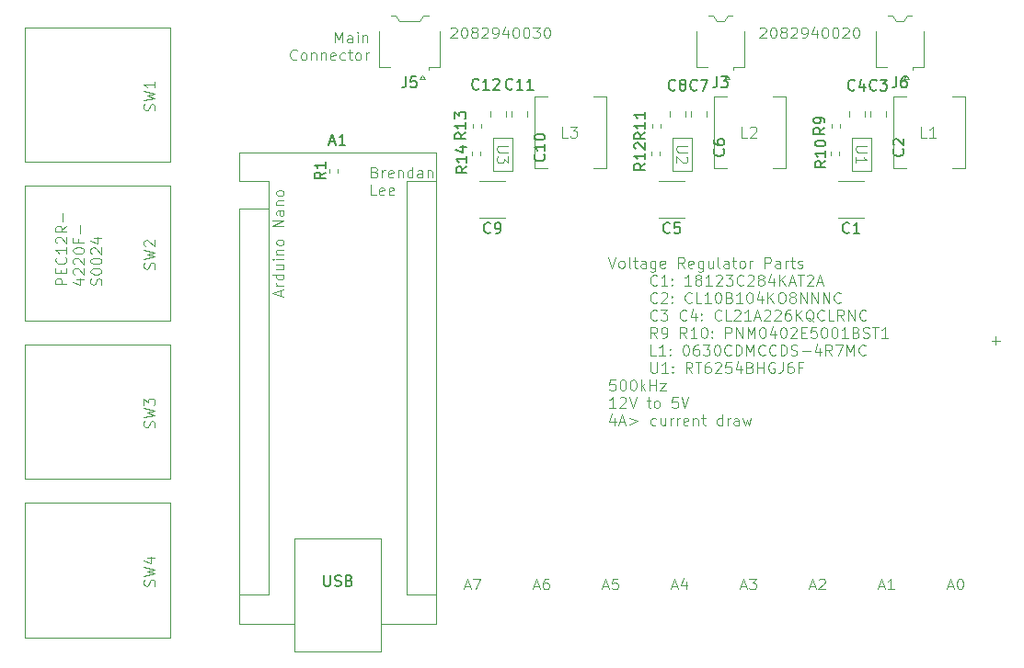
<source format=gbr>
%TF.GenerationSoftware,KiCad,Pcbnew,8.0.2*%
%TF.CreationDate,2024-10-18T13:00:15-07:00*%
%TF.ProjectId,ArmLEDsPrototype,41726d4c-4544-4735-9072-6f746f747970,rev?*%
%TF.SameCoordinates,Original*%
%TF.FileFunction,Legend,Top*%
%TF.FilePolarity,Positive*%
%FSLAX46Y46*%
G04 Gerber Fmt 4.6, Leading zero omitted, Abs format (unit mm)*
G04 Created by KiCad (PCBNEW 8.0.2) date 2024-10-18 13:00:15*
%MOMM*%
%LPD*%
G01*
G04 APERTURE LIST*
%ADD10C,0.100000*%
%ADD11C,0.150000*%
%ADD12C,0.120000*%
G04 APERTURE END LIST*
D10*
X147322265Y-127856704D02*
X147798455Y-127856704D01*
X147227027Y-128142419D02*
X147560360Y-127142419D01*
X147560360Y-127142419D02*
X147893693Y-128142419D01*
X148131789Y-127142419D02*
X148750836Y-127142419D01*
X148750836Y-127142419D02*
X148417503Y-127523371D01*
X148417503Y-127523371D02*
X148560360Y-127523371D01*
X148560360Y-127523371D02*
X148655598Y-127570990D01*
X148655598Y-127570990D02*
X148703217Y-127618609D01*
X148703217Y-127618609D02*
X148750836Y-127713847D01*
X148750836Y-127713847D02*
X148750836Y-127951942D01*
X148750836Y-127951942D02*
X148703217Y-128047180D01*
X148703217Y-128047180D02*
X148655598Y-128094800D01*
X148655598Y-128094800D02*
X148560360Y-128142419D01*
X148560360Y-128142419D02*
X148274646Y-128142419D01*
X148274646Y-128142419D02*
X148179408Y-128094800D01*
X148179408Y-128094800D02*
X148131789Y-128047180D01*
X85298531Y-100026115D02*
X84298531Y-100026115D01*
X84298531Y-100026115D02*
X84298531Y-99645163D01*
X84298531Y-99645163D02*
X84346150Y-99549925D01*
X84346150Y-99549925D02*
X84393769Y-99502306D01*
X84393769Y-99502306D02*
X84489007Y-99454687D01*
X84489007Y-99454687D02*
X84631864Y-99454687D01*
X84631864Y-99454687D02*
X84727102Y-99502306D01*
X84727102Y-99502306D02*
X84774721Y-99549925D01*
X84774721Y-99549925D02*
X84822340Y-99645163D01*
X84822340Y-99645163D02*
X84822340Y-100026115D01*
X84774721Y-99026115D02*
X84774721Y-98692782D01*
X85298531Y-98549925D02*
X85298531Y-99026115D01*
X85298531Y-99026115D02*
X84298531Y-99026115D01*
X84298531Y-99026115D02*
X84298531Y-98549925D01*
X85203292Y-97549925D02*
X85250912Y-97597544D01*
X85250912Y-97597544D02*
X85298531Y-97740401D01*
X85298531Y-97740401D02*
X85298531Y-97835639D01*
X85298531Y-97835639D02*
X85250912Y-97978496D01*
X85250912Y-97978496D02*
X85155673Y-98073734D01*
X85155673Y-98073734D02*
X85060435Y-98121353D01*
X85060435Y-98121353D02*
X84869959Y-98168972D01*
X84869959Y-98168972D02*
X84727102Y-98168972D01*
X84727102Y-98168972D02*
X84536626Y-98121353D01*
X84536626Y-98121353D02*
X84441388Y-98073734D01*
X84441388Y-98073734D02*
X84346150Y-97978496D01*
X84346150Y-97978496D02*
X84298531Y-97835639D01*
X84298531Y-97835639D02*
X84298531Y-97740401D01*
X84298531Y-97740401D02*
X84346150Y-97597544D01*
X84346150Y-97597544D02*
X84393769Y-97549925D01*
X85298531Y-96597544D02*
X85298531Y-97168972D01*
X85298531Y-96883258D02*
X84298531Y-96883258D01*
X84298531Y-96883258D02*
X84441388Y-96978496D01*
X84441388Y-96978496D02*
X84536626Y-97073734D01*
X84536626Y-97073734D02*
X84584245Y-97168972D01*
X84393769Y-96216591D02*
X84346150Y-96168972D01*
X84346150Y-96168972D02*
X84298531Y-96073734D01*
X84298531Y-96073734D02*
X84298531Y-95835639D01*
X84298531Y-95835639D02*
X84346150Y-95740401D01*
X84346150Y-95740401D02*
X84393769Y-95692782D01*
X84393769Y-95692782D02*
X84489007Y-95645163D01*
X84489007Y-95645163D02*
X84584245Y-95645163D01*
X84584245Y-95645163D02*
X84727102Y-95692782D01*
X84727102Y-95692782D02*
X85298531Y-96264210D01*
X85298531Y-96264210D02*
X85298531Y-95645163D01*
X85298531Y-94645163D02*
X84822340Y-94978496D01*
X85298531Y-95216591D02*
X84298531Y-95216591D01*
X84298531Y-95216591D02*
X84298531Y-94835639D01*
X84298531Y-94835639D02*
X84346150Y-94740401D01*
X84346150Y-94740401D02*
X84393769Y-94692782D01*
X84393769Y-94692782D02*
X84489007Y-94645163D01*
X84489007Y-94645163D02*
X84631864Y-94645163D01*
X84631864Y-94645163D02*
X84727102Y-94692782D01*
X84727102Y-94692782D02*
X84774721Y-94740401D01*
X84774721Y-94740401D02*
X84822340Y-94835639D01*
X84822340Y-94835639D02*
X84822340Y-95216591D01*
X84917578Y-94216591D02*
X84917578Y-93454687D01*
X86241808Y-99597544D02*
X86908475Y-99597544D01*
X85860856Y-99835639D02*
X86575141Y-100073734D01*
X86575141Y-100073734D02*
X86575141Y-99454687D01*
X86003713Y-99121353D02*
X85956094Y-99073734D01*
X85956094Y-99073734D02*
X85908475Y-98978496D01*
X85908475Y-98978496D02*
X85908475Y-98740401D01*
X85908475Y-98740401D02*
X85956094Y-98645163D01*
X85956094Y-98645163D02*
X86003713Y-98597544D01*
X86003713Y-98597544D02*
X86098951Y-98549925D01*
X86098951Y-98549925D02*
X86194189Y-98549925D01*
X86194189Y-98549925D02*
X86337046Y-98597544D01*
X86337046Y-98597544D02*
X86908475Y-99168972D01*
X86908475Y-99168972D02*
X86908475Y-98549925D01*
X86003713Y-98168972D02*
X85956094Y-98121353D01*
X85956094Y-98121353D02*
X85908475Y-98026115D01*
X85908475Y-98026115D02*
X85908475Y-97788020D01*
X85908475Y-97788020D02*
X85956094Y-97692782D01*
X85956094Y-97692782D02*
X86003713Y-97645163D01*
X86003713Y-97645163D02*
X86098951Y-97597544D01*
X86098951Y-97597544D02*
X86194189Y-97597544D01*
X86194189Y-97597544D02*
X86337046Y-97645163D01*
X86337046Y-97645163D02*
X86908475Y-98216591D01*
X86908475Y-98216591D02*
X86908475Y-97597544D01*
X85908475Y-96978496D02*
X85908475Y-96883258D01*
X85908475Y-96883258D02*
X85956094Y-96788020D01*
X85956094Y-96788020D02*
X86003713Y-96740401D01*
X86003713Y-96740401D02*
X86098951Y-96692782D01*
X86098951Y-96692782D02*
X86289427Y-96645163D01*
X86289427Y-96645163D02*
X86527522Y-96645163D01*
X86527522Y-96645163D02*
X86717998Y-96692782D01*
X86717998Y-96692782D02*
X86813236Y-96740401D01*
X86813236Y-96740401D02*
X86860856Y-96788020D01*
X86860856Y-96788020D02*
X86908475Y-96883258D01*
X86908475Y-96883258D02*
X86908475Y-96978496D01*
X86908475Y-96978496D02*
X86860856Y-97073734D01*
X86860856Y-97073734D02*
X86813236Y-97121353D01*
X86813236Y-97121353D02*
X86717998Y-97168972D01*
X86717998Y-97168972D02*
X86527522Y-97216591D01*
X86527522Y-97216591D02*
X86289427Y-97216591D01*
X86289427Y-97216591D02*
X86098951Y-97168972D01*
X86098951Y-97168972D02*
X86003713Y-97121353D01*
X86003713Y-97121353D02*
X85956094Y-97073734D01*
X85956094Y-97073734D02*
X85908475Y-96978496D01*
X86384665Y-95883258D02*
X86384665Y-96216591D01*
X86908475Y-96216591D02*
X85908475Y-96216591D01*
X85908475Y-96216591D02*
X85908475Y-95740401D01*
X86527522Y-95359448D02*
X86527522Y-94597544D01*
X88470800Y-100073734D02*
X88518419Y-99930877D01*
X88518419Y-99930877D02*
X88518419Y-99692782D01*
X88518419Y-99692782D02*
X88470800Y-99597544D01*
X88470800Y-99597544D02*
X88423180Y-99549925D01*
X88423180Y-99549925D02*
X88327942Y-99502306D01*
X88327942Y-99502306D02*
X88232704Y-99502306D01*
X88232704Y-99502306D02*
X88137466Y-99549925D01*
X88137466Y-99549925D02*
X88089847Y-99597544D01*
X88089847Y-99597544D02*
X88042228Y-99692782D01*
X88042228Y-99692782D02*
X87994609Y-99883258D01*
X87994609Y-99883258D02*
X87946990Y-99978496D01*
X87946990Y-99978496D02*
X87899371Y-100026115D01*
X87899371Y-100026115D02*
X87804133Y-100073734D01*
X87804133Y-100073734D02*
X87708895Y-100073734D01*
X87708895Y-100073734D02*
X87613657Y-100026115D01*
X87613657Y-100026115D02*
X87566038Y-99978496D01*
X87566038Y-99978496D02*
X87518419Y-99883258D01*
X87518419Y-99883258D02*
X87518419Y-99645163D01*
X87518419Y-99645163D02*
X87566038Y-99502306D01*
X87518419Y-98883258D02*
X87518419Y-98788020D01*
X87518419Y-98788020D02*
X87566038Y-98692782D01*
X87566038Y-98692782D02*
X87613657Y-98645163D01*
X87613657Y-98645163D02*
X87708895Y-98597544D01*
X87708895Y-98597544D02*
X87899371Y-98549925D01*
X87899371Y-98549925D02*
X88137466Y-98549925D01*
X88137466Y-98549925D02*
X88327942Y-98597544D01*
X88327942Y-98597544D02*
X88423180Y-98645163D01*
X88423180Y-98645163D02*
X88470800Y-98692782D01*
X88470800Y-98692782D02*
X88518419Y-98788020D01*
X88518419Y-98788020D02*
X88518419Y-98883258D01*
X88518419Y-98883258D02*
X88470800Y-98978496D01*
X88470800Y-98978496D02*
X88423180Y-99026115D01*
X88423180Y-99026115D02*
X88327942Y-99073734D01*
X88327942Y-99073734D02*
X88137466Y-99121353D01*
X88137466Y-99121353D02*
X87899371Y-99121353D01*
X87899371Y-99121353D02*
X87708895Y-99073734D01*
X87708895Y-99073734D02*
X87613657Y-99026115D01*
X87613657Y-99026115D02*
X87566038Y-98978496D01*
X87566038Y-98978496D02*
X87518419Y-98883258D01*
X87518419Y-97930877D02*
X87518419Y-97835639D01*
X87518419Y-97835639D02*
X87566038Y-97740401D01*
X87566038Y-97740401D02*
X87613657Y-97692782D01*
X87613657Y-97692782D02*
X87708895Y-97645163D01*
X87708895Y-97645163D02*
X87899371Y-97597544D01*
X87899371Y-97597544D02*
X88137466Y-97597544D01*
X88137466Y-97597544D02*
X88327942Y-97645163D01*
X88327942Y-97645163D02*
X88423180Y-97692782D01*
X88423180Y-97692782D02*
X88470800Y-97740401D01*
X88470800Y-97740401D02*
X88518419Y-97835639D01*
X88518419Y-97835639D02*
X88518419Y-97930877D01*
X88518419Y-97930877D02*
X88470800Y-98026115D01*
X88470800Y-98026115D02*
X88423180Y-98073734D01*
X88423180Y-98073734D02*
X88327942Y-98121353D01*
X88327942Y-98121353D02*
X88137466Y-98168972D01*
X88137466Y-98168972D02*
X87899371Y-98168972D01*
X87899371Y-98168972D02*
X87708895Y-98121353D01*
X87708895Y-98121353D02*
X87613657Y-98073734D01*
X87613657Y-98073734D02*
X87566038Y-98026115D01*
X87566038Y-98026115D02*
X87518419Y-97930877D01*
X87613657Y-97216591D02*
X87566038Y-97168972D01*
X87566038Y-97168972D02*
X87518419Y-97073734D01*
X87518419Y-97073734D02*
X87518419Y-96835639D01*
X87518419Y-96835639D02*
X87566038Y-96740401D01*
X87566038Y-96740401D02*
X87613657Y-96692782D01*
X87613657Y-96692782D02*
X87708895Y-96645163D01*
X87708895Y-96645163D02*
X87804133Y-96645163D01*
X87804133Y-96645163D02*
X87946990Y-96692782D01*
X87946990Y-96692782D02*
X88518419Y-97264210D01*
X88518419Y-97264210D02*
X88518419Y-96645163D01*
X87851752Y-95788020D02*
X88518419Y-95788020D01*
X87470800Y-96026115D02*
X88185085Y-96264210D01*
X88185085Y-96264210D02*
X88185085Y-95645163D01*
X166372265Y-127856704D02*
X166848455Y-127856704D01*
X166277027Y-128142419D02*
X166610360Y-127142419D01*
X166610360Y-127142419D02*
X166943693Y-128142419D01*
X167467503Y-127142419D02*
X167562741Y-127142419D01*
X167562741Y-127142419D02*
X167657979Y-127190038D01*
X167657979Y-127190038D02*
X167705598Y-127237657D01*
X167705598Y-127237657D02*
X167753217Y-127332895D01*
X167753217Y-127332895D02*
X167800836Y-127523371D01*
X167800836Y-127523371D02*
X167800836Y-127761466D01*
X167800836Y-127761466D02*
X167753217Y-127951942D01*
X167753217Y-127951942D02*
X167705598Y-128047180D01*
X167705598Y-128047180D02*
X167657979Y-128094800D01*
X167657979Y-128094800D02*
X167562741Y-128142419D01*
X167562741Y-128142419D02*
X167467503Y-128142419D01*
X167467503Y-128142419D02*
X167372265Y-128094800D01*
X167372265Y-128094800D02*
X167324646Y-128047180D01*
X167324646Y-128047180D02*
X167277027Y-127951942D01*
X167277027Y-127951942D02*
X167229408Y-127761466D01*
X167229408Y-127761466D02*
X167229408Y-127523371D01*
X167229408Y-127523371D02*
X167277027Y-127332895D01*
X167277027Y-127332895D02*
X167324646Y-127237657D01*
X167324646Y-127237657D02*
X167372265Y-127190038D01*
X167372265Y-127190038D02*
X167467503Y-127142419D01*
X104996704Y-101089734D02*
X104996704Y-100613544D01*
X105282419Y-101184972D02*
X104282419Y-100851639D01*
X104282419Y-100851639D02*
X105282419Y-100518306D01*
X105282419Y-100184972D02*
X104615752Y-100184972D01*
X104806228Y-100184972D02*
X104710990Y-100137353D01*
X104710990Y-100137353D02*
X104663371Y-100089734D01*
X104663371Y-100089734D02*
X104615752Y-99994496D01*
X104615752Y-99994496D02*
X104615752Y-99899258D01*
X105282419Y-99137353D02*
X104282419Y-99137353D01*
X105234800Y-99137353D02*
X105282419Y-99232591D01*
X105282419Y-99232591D02*
X105282419Y-99423067D01*
X105282419Y-99423067D02*
X105234800Y-99518305D01*
X105234800Y-99518305D02*
X105187180Y-99565924D01*
X105187180Y-99565924D02*
X105091942Y-99613543D01*
X105091942Y-99613543D02*
X104806228Y-99613543D01*
X104806228Y-99613543D02*
X104710990Y-99565924D01*
X104710990Y-99565924D02*
X104663371Y-99518305D01*
X104663371Y-99518305D02*
X104615752Y-99423067D01*
X104615752Y-99423067D02*
X104615752Y-99232591D01*
X104615752Y-99232591D02*
X104663371Y-99137353D01*
X104615752Y-98232591D02*
X105282419Y-98232591D01*
X104615752Y-98661162D02*
X105139561Y-98661162D01*
X105139561Y-98661162D02*
X105234800Y-98613543D01*
X105234800Y-98613543D02*
X105282419Y-98518305D01*
X105282419Y-98518305D02*
X105282419Y-98375448D01*
X105282419Y-98375448D02*
X105234800Y-98280210D01*
X105234800Y-98280210D02*
X105187180Y-98232591D01*
X105282419Y-97756400D02*
X104615752Y-97756400D01*
X104282419Y-97756400D02*
X104330038Y-97804019D01*
X104330038Y-97804019D02*
X104377657Y-97756400D01*
X104377657Y-97756400D02*
X104330038Y-97708781D01*
X104330038Y-97708781D02*
X104282419Y-97756400D01*
X104282419Y-97756400D02*
X104377657Y-97756400D01*
X104615752Y-97280210D02*
X105282419Y-97280210D01*
X104710990Y-97280210D02*
X104663371Y-97232591D01*
X104663371Y-97232591D02*
X104615752Y-97137353D01*
X104615752Y-97137353D02*
X104615752Y-96994496D01*
X104615752Y-96994496D02*
X104663371Y-96899258D01*
X104663371Y-96899258D02*
X104758609Y-96851639D01*
X104758609Y-96851639D02*
X105282419Y-96851639D01*
X105282419Y-96232591D02*
X105234800Y-96327829D01*
X105234800Y-96327829D02*
X105187180Y-96375448D01*
X105187180Y-96375448D02*
X105091942Y-96423067D01*
X105091942Y-96423067D02*
X104806228Y-96423067D01*
X104806228Y-96423067D02*
X104710990Y-96375448D01*
X104710990Y-96375448D02*
X104663371Y-96327829D01*
X104663371Y-96327829D02*
X104615752Y-96232591D01*
X104615752Y-96232591D02*
X104615752Y-96089734D01*
X104615752Y-96089734D02*
X104663371Y-95994496D01*
X104663371Y-95994496D02*
X104710990Y-95946877D01*
X104710990Y-95946877D02*
X104806228Y-95899258D01*
X104806228Y-95899258D02*
X105091942Y-95899258D01*
X105091942Y-95899258D02*
X105187180Y-95946877D01*
X105187180Y-95946877D02*
X105234800Y-95994496D01*
X105234800Y-95994496D02*
X105282419Y-96089734D01*
X105282419Y-96089734D02*
X105282419Y-96232591D01*
X105282419Y-94708781D02*
X104282419Y-94708781D01*
X104282419Y-94708781D02*
X105282419Y-94137353D01*
X105282419Y-94137353D02*
X104282419Y-94137353D01*
X105282419Y-93232591D02*
X104758609Y-93232591D01*
X104758609Y-93232591D02*
X104663371Y-93280210D01*
X104663371Y-93280210D02*
X104615752Y-93375448D01*
X104615752Y-93375448D02*
X104615752Y-93565924D01*
X104615752Y-93565924D02*
X104663371Y-93661162D01*
X105234800Y-93232591D02*
X105282419Y-93327829D01*
X105282419Y-93327829D02*
X105282419Y-93565924D01*
X105282419Y-93565924D02*
X105234800Y-93661162D01*
X105234800Y-93661162D02*
X105139561Y-93708781D01*
X105139561Y-93708781D02*
X105044323Y-93708781D01*
X105044323Y-93708781D02*
X104949085Y-93661162D01*
X104949085Y-93661162D02*
X104901466Y-93565924D01*
X104901466Y-93565924D02*
X104901466Y-93327829D01*
X104901466Y-93327829D02*
X104853847Y-93232591D01*
X104615752Y-92756400D02*
X105282419Y-92756400D01*
X104710990Y-92756400D02*
X104663371Y-92708781D01*
X104663371Y-92708781D02*
X104615752Y-92613543D01*
X104615752Y-92613543D02*
X104615752Y-92470686D01*
X104615752Y-92470686D02*
X104663371Y-92375448D01*
X104663371Y-92375448D02*
X104758609Y-92327829D01*
X104758609Y-92327829D02*
X105282419Y-92327829D01*
X105282419Y-91708781D02*
X105234800Y-91804019D01*
X105234800Y-91804019D02*
X105187180Y-91851638D01*
X105187180Y-91851638D02*
X105091942Y-91899257D01*
X105091942Y-91899257D02*
X104806228Y-91899257D01*
X104806228Y-91899257D02*
X104710990Y-91851638D01*
X104710990Y-91851638D02*
X104663371Y-91804019D01*
X104663371Y-91804019D02*
X104615752Y-91708781D01*
X104615752Y-91708781D02*
X104615752Y-91565924D01*
X104615752Y-91565924D02*
X104663371Y-91470686D01*
X104663371Y-91470686D02*
X104710990Y-91423067D01*
X104710990Y-91423067D02*
X104806228Y-91375448D01*
X104806228Y-91375448D02*
X105091942Y-91375448D01*
X105091942Y-91375448D02*
X105187180Y-91423067D01*
X105187180Y-91423067D02*
X105234800Y-91470686D01*
X105234800Y-91470686D02*
X105282419Y-91565924D01*
X105282419Y-91565924D02*
X105282419Y-91708781D01*
X134622265Y-127856704D02*
X135098455Y-127856704D01*
X134527027Y-128142419D02*
X134860360Y-127142419D01*
X134860360Y-127142419D02*
X135193693Y-128142419D01*
X136003217Y-127142419D02*
X135527027Y-127142419D01*
X135527027Y-127142419D02*
X135479408Y-127618609D01*
X135479408Y-127618609D02*
X135527027Y-127570990D01*
X135527027Y-127570990D02*
X135622265Y-127523371D01*
X135622265Y-127523371D02*
X135860360Y-127523371D01*
X135860360Y-127523371D02*
X135955598Y-127570990D01*
X135955598Y-127570990D02*
X136003217Y-127618609D01*
X136003217Y-127618609D02*
X136050836Y-127713847D01*
X136050836Y-127713847D02*
X136050836Y-127951942D01*
X136050836Y-127951942D02*
X136003217Y-128047180D01*
X136003217Y-128047180D02*
X135955598Y-128094800D01*
X135955598Y-128094800D02*
X135860360Y-128142419D01*
X135860360Y-128142419D02*
X135622265Y-128142419D01*
X135622265Y-128142419D02*
X135527027Y-128094800D01*
X135527027Y-128094800D02*
X135479408Y-128047180D01*
X149100265Y-76437657D02*
X149147884Y-76390038D01*
X149147884Y-76390038D02*
X149243122Y-76342419D01*
X149243122Y-76342419D02*
X149481217Y-76342419D01*
X149481217Y-76342419D02*
X149576455Y-76390038D01*
X149576455Y-76390038D02*
X149624074Y-76437657D01*
X149624074Y-76437657D02*
X149671693Y-76532895D01*
X149671693Y-76532895D02*
X149671693Y-76628133D01*
X149671693Y-76628133D02*
X149624074Y-76770990D01*
X149624074Y-76770990D02*
X149052646Y-77342419D01*
X149052646Y-77342419D02*
X149671693Y-77342419D01*
X150290741Y-76342419D02*
X150385979Y-76342419D01*
X150385979Y-76342419D02*
X150481217Y-76390038D01*
X150481217Y-76390038D02*
X150528836Y-76437657D01*
X150528836Y-76437657D02*
X150576455Y-76532895D01*
X150576455Y-76532895D02*
X150624074Y-76723371D01*
X150624074Y-76723371D02*
X150624074Y-76961466D01*
X150624074Y-76961466D02*
X150576455Y-77151942D01*
X150576455Y-77151942D02*
X150528836Y-77247180D01*
X150528836Y-77247180D02*
X150481217Y-77294800D01*
X150481217Y-77294800D02*
X150385979Y-77342419D01*
X150385979Y-77342419D02*
X150290741Y-77342419D01*
X150290741Y-77342419D02*
X150195503Y-77294800D01*
X150195503Y-77294800D02*
X150147884Y-77247180D01*
X150147884Y-77247180D02*
X150100265Y-77151942D01*
X150100265Y-77151942D02*
X150052646Y-76961466D01*
X150052646Y-76961466D02*
X150052646Y-76723371D01*
X150052646Y-76723371D02*
X150100265Y-76532895D01*
X150100265Y-76532895D02*
X150147884Y-76437657D01*
X150147884Y-76437657D02*
X150195503Y-76390038D01*
X150195503Y-76390038D02*
X150290741Y-76342419D01*
X151195503Y-76770990D02*
X151100265Y-76723371D01*
X151100265Y-76723371D02*
X151052646Y-76675752D01*
X151052646Y-76675752D02*
X151005027Y-76580514D01*
X151005027Y-76580514D02*
X151005027Y-76532895D01*
X151005027Y-76532895D02*
X151052646Y-76437657D01*
X151052646Y-76437657D02*
X151100265Y-76390038D01*
X151100265Y-76390038D02*
X151195503Y-76342419D01*
X151195503Y-76342419D02*
X151385979Y-76342419D01*
X151385979Y-76342419D02*
X151481217Y-76390038D01*
X151481217Y-76390038D02*
X151528836Y-76437657D01*
X151528836Y-76437657D02*
X151576455Y-76532895D01*
X151576455Y-76532895D02*
X151576455Y-76580514D01*
X151576455Y-76580514D02*
X151528836Y-76675752D01*
X151528836Y-76675752D02*
X151481217Y-76723371D01*
X151481217Y-76723371D02*
X151385979Y-76770990D01*
X151385979Y-76770990D02*
X151195503Y-76770990D01*
X151195503Y-76770990D02*
X151100265Y-76818609D01*
X151100265Y-76818609D02*
X151052646Y-76866228D01*
X151052646Y-76866228D02*
X151005027Y-76961466D01*
X151005027Y-76961466D02*
X151005027Y-77151942D01*
X151005027Y-77151942D02*
X151052646Y-77247180D01*
X151052646Y-77247180D02*
X151100265Y-77294800D01*
X151100265Y-77294800D02*
X151195503Y-77342419D01*
X151195503Y-77342419D02*
X151385979Y-77342419D01*
X151385979Y-77342419D02*
X151481217Y-77294800D01*
X151481217Y-77294800D02*
X151528836Y-77247180D01*
X151528836Y-77247180D02*
X151576455Y-77151942D01*
X151576455Y-77151942D02*
X151576455Y-76961466D01*
X151576455Y-76961466D02*
X151528836Y-76866228D01*
X151528836Y-76866228D02*
X151481217Y-76818609D01*
X151481217Y-76818609D02*
X151385979Y-76770990D01*
X151957408Y-76437657D02*
X152005027Y-76390038D01*
X152005027Y-76390038D02*
X152100265Y-76342419D01*
X152100265Y-76342419D02*
X152338360Y-76342419D01*
X152338360Y-76342419D02*
X152433598Y-76390038D01*
X152433598Y-76390038D02*
X152481217Y-76437657D01*
X152481217Y-76437657D02*
X152528836Y-76532895D01*
X152528836Y-76532895D02*
X152528836Y-76628133D01*
X152528836Y-76628133D02*
X152481217Y-76770990D01*
X152481217Y-76770990D02*
X151909789Y-77342419D01*
X151909789Y-77342419D02*
X152528836Y-77342419D01*
X153005027Y-77342419D02*
X153195503Y-77342419D01*
X153195503Y-77342419D02*
X153290741Y-77294800D01*
X153290741Y-77294800D02*
X153338360Y-77247180D01*
X153338360Y-77247180D02*
X153433598Y-77104323D01*
X153433598Y-77104323D02*
X153481217Y-76913847D01*
X153481217Y-76913847D02*
X153481217Y-76532895D01*
X153481217Y-76532895D02*
X153433598Y-76437657D01*
X153433598Y-76437657D02*
X153385979Y-76390038D01*
X153385979Y-76390038D02*
X153290741Y-76342419D01*
X153290741Y-76342419D02*
X153100265Y-76342419D01*
X153100265Y-76342419D02*
X153005027Y-76390038D01*
X153005027Y-76390038D02*
X152957408Y-76437657D01*
X152957408Y-76437657D02*
X152909789Y-76532895D01*
X152909789Y-76532895D02*
X152909789Y-76770990D01*
X152909789Y-76770990D02*
X152957408Y-76866228D01*
X152957408Y-76866228D02*
X153005027Y-76913847D01*
X153005027Y-76913847D02*
X153100265Y-76961466D01*
X153100265Y-76961466D02*
X153290741Y-76961466D01*
X153290741Y-76961466D02*
X153385979Y-76913847D01*
X153385979Y-76913847D02*
X153433598Y-76866228D01*
X153433598Y-76866228D02*
X153481217Y-76770990D01*
X154338360Y-76675752D02*
X154338360Y-77342419D01*
X154100265Y-76294800D02*
X153862170Y-77009085D01*
X153862170Y-77009085D02*
X154481217Y-77009085D01*
X155052646Y-76342419D02*
X155147884Y-76342419D01*
X155147884Y-76342419D02*
X155243122Y-76390038D01*
X155243122Y-76390038D02*
X155290741Y-76437657D01*
X155290741Y-76437657D02*
X155338360Y-76532895D01*
X155338360Y-76532895D02*
X155385979Y-76723371D01*
X155385979Y-76723371D02*
X155385979Y-76961466D01*
X155385979Y-76961466D02*
X155338360Y-77151942D01*
X155338360Y-77151942D02*
X155290741Y-77247180D01*
X155290741Y-77247180D02*
X155243122Y-77294800D01*
X155243122Y-77294800D02*
X155147884Y-77342419D01*
X155147884Y-77342419D02*
X155052646Y-77342419D01*
X155052646Y-77342419D02*
X154957408Y-77294800D01*
X154957408Y-77294800D02*
X154909789Y-77247180D01*
X154909789Y-77247180D02*
X154862170Y-77151942D01*
X154862170Y-77151942D02*
X154814551Y-76961466D01*
X154814551Y-76961466D02*
X154814551Y-76723371D01*
X154814551Y-76723371D02*
X154862170Y-76532895D01*
X154862170Y-76532895D02*
X154909789Y-76437657D01*
X154909789Y-76437657D02*
X154957408Y-76390038D01*
X154957408Y-76390038D02*
X155052646Y-76342419D01*
X156005027Y-76342419D02*
X156100265Y-76342419D01*
X156100265Y-76342419D02*
X156195503Y-76390038D01*
X156195503Y-76390038D02*
X156243122Y-76437657D01*
X156243122Y-76437657D02*
X156290741Y-76532895D01*
X156290741Y-76532895D02*
X156338360Y-76723371D01*
X156338360Y-76723371D02*
X156338360Y-76961466D01*
X156338360Y-76961466D02*
X156290741Y-77151942D01*
X156290741Y-77151942D02*
X156243122Y-77247180D01*
X156243122Y-77247180D02*
X156195503Y-77294800D01*
X156195503Y-77294800D02*
X156100265Y-77342419D01*
X156100265Y-77342419D02*
X156005027Y-77342419D01*
X156005027Y-77342419D02*
X155909789Y-77294800D01*
X155909789Y-77294800D02*
X155862170Y-77247180D01*
X155862170Y-77247180D02*
X155814551Y-77151942D01*
X155814551Y-77151942D02*
X155766932Y-76961466D01*
X155766932Y-76961466D02*
X155766932Y-76723371D01*
X155766932Y-76723371D02*
X155814551Y-76532895D01*
X155814551Y-76532895D02*
X155862170Y-76437657D01*
X155862170Y-76437657D02*
X155909789Y-76390038D01*
X155909789Y-76390038D02*
X156005027Y-76342419D01*
X156719313Y-76437657D02*
X156766932Y-76390038D01*
X156766932Y-76390038D02*
X156862170Y-76342419D01*
X156862170Y-76342419D02*
X157100265Y-76342419D01*
X157100265Y-76342419D02*
X157195503Y-76390038D01*
X157195503Y-76390038D02*
X157243122Y-76437657D01*
X157243122Y-76437657D02*
X157290741Y-76532895D01*
X157290741Y-76532895D02*
X157290741Y-76628133D01*
X157290741Y-76628133D02*
X157243122Y-76770990D01*
X157243122Y-76770990D02*
X156671694Y-77342419D01*
X156671694Y-77342419D02*
X157290741Y-77342419D01*
X157909789Y-76342419D02*
X158005027Y-76342419D01*
X158005027Y-76342419D02*
X158100265Y-76390038D01*
X158100265Y-76390038D02*
X158147884Y-76437657D01*
X158147884Y-76437657D02*
X158195503Y-76532895D01*
X158195503Y-76532895D02*
X158243122Y-76723371D01*
X158243122Y-76723371D02*
X158243122Y-76961466D01*
X158243122Y-76961466D02*
X158195503Y-77151942D01*
X158195503Y-77151942D02*
X158147884Y-77247180D01*
X158147884Y-77247180D02*
X158100265Y-77294800D01*
X158100265Y-77294800D02*
X158005027Y-77342419D01*
X158005027Y-77342419D02*
X157909789Y-77342419D01*
X157909789Y-77342419D02*
X157814551Y-77294800D01*
X157814551Y-77294800D02*
X157766932Y-77247180D01*
X157766932Y-77247180D02*
X157719313Y-77151942D01*
X157719313Y-77151942D02*
X157671694Y-76961466D01*
X157671694Y-76961466D02*
X157671694Y-76723371D01*
X157671694Y-76723371D02*
X157719313Y-76532895D01*
X157719313Y-76532895D02*
X157766932Y-76437657D01*
X157766932Y-76437657D02*
X157814551Y-76390038D01*
X157814551Y-76390038D02*
X157909789Y-76342419D01*
X121922265Y-127856704D02*
X122398455Y-127856704D01*
X121827027Y-128142419D02*
X122160360Y-127142419D01*
X122160360Y-127142419D02*
X122493693Y-128142419D01*
X122731789Y-127142419D02*
X123398455Y-127142419D01*
X123398455Y-127142419D02*
X122969884Y-128142419D01*
X113667217Y-89686665D02*
X113810074Y-89734284D01*
X113810074Y-89734284D02*
X113857693Y-89781903D01*
X113857693Y-89781903D02*
X113905312Y-89877141D01*
X113905312Y-89877141D02*
X113905312Y-90019998D01*
X113905312Y-90019998D02*
X113857693Y-90115236D01*
X113857693Y-90115236D02*
X113810074Y-90162856D01*
X113810074Y-90162856D02*
X113714836Y-90210475D01*
X113714836Y-90210475D02*
X113333884Y-90210475D01*
X113333884Y-90210475D02*
X113333884Y-89210475D01*
X113333884Y-89210475D02*
X113667217Y-89210475D01*
X113667217Y-89210475D02*
X113762455Y-89258094D01*
X113762455Y-89258094D02*
X113810074Y-89305713D01*
X113810074Y-89305713D02*
X113857693Y-89400951D01*
X113857693Y-89400951D02*
X113857693Y-89496189D01*
X113857693Y-89496189D02*
X113810074Y-89591427D01*
X113810074Y-89591427D02*
X113762455Y-89639046D01*
X113762455Y-89639046D02*
X113667217Y-89686665D01*
X113667217Y-89686665D02*
X113333884Y-89686665D01*
X114333884Y-90210475D02*
X114333884Y-89543808D01*
X114333884Y-89734284D02*
X114381503Y-89639046D01*
X114381503Y-89639046D02*
X114429122Y-89591427D01*
X114429122Y-89591427D02*
X114524360Y-89543808D01*
X114524360Y-89543808D02*
X114619598Y-89543808D01*
X115333884Y-90162856D02*
X115238646Y-90210475D01*
X115238646Y-90210475D02*
X115048170Y-90210475D01*
X115048170Y-90210475D02*
X114952932Y-90162856D01*
X114952932Y-90162856D02*
X114905313Y-90067617D01*
X114905313Y-90067617D02*
X114905313Y-89686665D01*
X114905313Y-89686665D02*
X114952932Y-89591427D01*
X114952932Y-89591427D02*
X115048170Y-89543808D01*
X115048170Y-89543808D02*
X115238646Y-89543808D01*
X115238646Y-89543808D02*
X115333884Y-89591427D01*
X115333884Y-89591427D02*
X115381503Y-89686665D01*
X115381503Y-89686665D02*
X115381503Y-89781903D01*
X115381503Y-89781903D02*
X114905313Y-89877141D01*
X115810075Y-89543808D02*
X115810075Y-90210475D01*
X115810075Y-89639046D02*
X115857694Y-89591427D01*
X115857694Y-89591427D02*
X115952932Y-89543808D01*
X115952932Y-89543808D02*
X116095789Y-89543808D01*
X116095789Y-89543808D02*
X116191027Y-89591427D01*
X116191027Y-89591427D02*
X116238646Y-89686665D01*
X116238646Y-89686665D02*
X116238646Y-90210475D01*
X117143408Y-90210475D02*
X117143408Y-89210475D01*
X117143408Y-90162856D02*
X117048170Y-90210475D01*
X117048170Y-90210475D02*
X116857694Y-90210475D01*
X116857694Y-90210475D02*
X116762456Y-90162856D01*
X116762456Y-90162856D02*
X116714837Y-90115236D01*
X116714837Y-90115236D02*
X116667218Y-90019998D01*
X116667218Y-90019998D02*
X116667218Y-89734284D01*
X116667218Y-89734284D02*
X116714837Y-89639046D01*
X116714837Y-89639046D02*
X116762456Y-89591427D01*
X116762456Y-89591427D02*
X116857694Y-89543808D01*
X116857694Y-89543808D02*
X117048170Y-89543808D01*
X117048170Y-89543808D02*
X117143408Y-89591427D01*
X118048170Y-90210475D02*
X118048170Y-89686665D01*
X118048170Y-89686665D02*
X118000551Y-89591427D01*
X118000551Y-89591427D02*
X117905313Y-89543808D01*
X117905313Y-89543808D02*
X117714837Y-89543808D01*
X117714837Y-89543808D02*
X117619599Y-89591427D01*
X118048170Y-90162856D02*
X117952932Y-90210475D01*
X117952932Y-90210475D02*
X117714837Y-90210475D01*
X117714837Y-90210475D02*
X117619599Y-90162856D01*
X117619599Y-90162856D02*
X117571980Y-90067617D01*
X117571980Y-90067617D02*
X117571980Y-89972379D01*
X117571980Y-89972379D02*
X117619599Y-89877141D01*
X117619599Y-89877141D02*
X117714837Y-89829522D01*
X117714837Y-89829522D02*
X117952932Y-89829522D01*
X117952932Y-89829522D02*
X118048170Y-89781903D01*
X118524361Y-89543808D02*
X118524361Y-90210475D01*
X118524361Y-89639046D02*
X118571980Y-89591427D01*
X118571980Y-89591427D02*
X118667218Y-89543808D01*
X118667218Y-89543808D02*
X118810075Y-89543808D01*
X118810075Y-89543808D02*
X118905313Y-89591427D01*
X118905313Y-89591427D02*
X118952932Y-89686665D01*
X118952932Y-89686665D02*
X118952932Y-90210475D01*
X113810074Y-91820419D02*
X113333884Y-91820419D01*
X113333884Y-91820419D02*
X113333884Y-90820419D01*
X114524360Y-91772800D02*
X114429122Y-91820419D01*
X114429122Y-91820419D02*
X114238646Y-91820419D01*
X114238646Y-91820419D02*
X114143408Y-91772800D01*
X114143408Y-91772800D02*
X114095789Y-91677561D01*
X114095789Y-91677561D02*
X114095789Y-91296609D01*
X114095789Y-91296609D02*
X114143408Y-91201371D01*
X114143408Y-91201371D02*
X114238646Y-91153752D01*
X114238646Y-91153752D02*
X114429122Y-91153752D01*
X114429122Y-91153752D02*
X114524360Y-91201371D01*
X114524360Y-91201371D02*
X114571979Y-91296609D01*
X114571979Y-91296609D02*
X114571979Y-91391847D01*
X114571979Y-91391847D02*
X114095789Y-91487085D01*
X115381503Y-91772800D02*
X115286265Y-91820419D01*
X115286265Y-91820419D02*
X115095789Y-91820419D01*
X115095789Y-91820419D02*
X115000551Y-91772800D01*
X115000551Y-91772800D02*
X114952932Y-91677561D01*
X114952932Y-91677561D02*
X114952932Y-91296609D01*
X114952932Y-91296609D02*
X115000551Y-91201371D01*
X115000551Y-91201371D02*
X115095789Y-91153752D01*
X115095789Y-91153752D02*
X115286265Y-91153752D01*
X115286265Y-91153752D02*
X115381503Y-91201371D01*
X115381503Y-91201371D02*
X115429122Y-91296609D01*
X115429122Y-91296609D02*
X115429122Y-91391847D01*
X115429122Y-91391847D02*
X114952932Y-91487085D01*
X153672265Y-127856704D02*
X154148455Y-127856704D01*
X153577027Y-128142419D02*
X153910360Y-127142419D01*
X153910360Y-127142419D02*
X154243693Y-128142419D01*
X154529408Y-127237657D02*
X154577027Y-127190038D01*
X154577027Y-127190038D02*
X154672265Y-127142419D01*
X154672265Y-127142419D02*
X154910360Y-127142419D01*
X154910360Y-127142419D02*
X155005598Y-127190038D01*
X155005598Y-127190038D02*
X155053217Y-127237657D01*
X155053217Y-127237657D02*
X155100836Y-127332895D01*
X155100836Y-127332895D02*
X155100836Y-127428133D01*
X155100836Y-127428133D02*
X155053217Y-127570990D01*
X155053217Y-127570990D02*
X154481789Y-128142419D01*
X154481789Y-128142419D02*
X155100836Y-128142419D01*
X135162027Y-97539923D02*
X135495360Y-98539923D01*
X135495360Y-98539923D02*
X135828693Y-97539923D01*
X136304884Y-98539923D02*
X136209646Y-98492304D01*
X136209646Y-98492304D02*
X136162027Y-98444684D01*
X136162027Y-98444684D02*
X136114408Y-98349446D01*
X136114408Y-98349446D02*
X136114408Y-98063732D01*
X136114408Y-98063732D02*
X136162027Y-97968494D01*
X136162027Y-97968494D02*
X136209646Y-97920875D01*
X136209646Y-97920875D02*
X136304884Y-97873256D01*
X136304884Y-97873256D02*
X136447741Y-97873256D01*
X136447741Y-97873256D02*
X136542979Y-97920875D01*
X136542979Y-97920875D02*
X136590598Y-97968494D01*
X136590598Y-97968494D02*
X136638217Y-98063732D01*
X136638217Y-98063732D02*
X136638217Y-98349446D01*
X136638217Y-98349446D02*
X136590598Y-98444684D01*
X136590598Y-98444684D02*
X136542979Y-98492304D01*
X136542979Y-98492304D02*
X136447741Y-98539923D01*
X136447741Y-98539923D02*
X136304884Y-98539923D01*
X137209646Y-98539923D02*
X137114408Y-98492304D01*
X137114408Y-98492304D02*
X137066789Y-98397065D01*
X137066789Y-98397065D02*
X137066789Y-97539923D01*
X137447742Y-97873256D02*
X137828694Y-97873256D01*
X137590599Y-97539923D02*
X137590599Y-98397065D01*
X137590599Y-98397065D02*
X137638218Y-98492304D01*
X137638218Y-98492304D02*
X137733456Y-98539923D01*
X137733456Y-98539923D02*
X137828694Y-98539923D01*
X138590599Y-98539923D02*
X138590599Y-98016113D01*
X138590599Y-98016113D02*
X138542980Y-97920875D01*
X138542980Y-97920875D02*
X138447742Y-97873256D01*
X138447742Y-97873256D02*
X138257266Y-97873256D01*
X138257266Y-97873256D02*
X138162028Y-97920875D01*
X138590599Y-98492304D02*
X138495361Y-98539923D01*
X138495361Y-98539923D02*
X138257266Y-98539923D01*
X138257266Y-98539923D02*
X138162028Y-98492304D01*
X138162028Y-98492304D02*
X138114409Y-98397065D01*
X138114409Y-98397065D02*
X138114409Y-98301827D01*
X138114409Y-98301827D02*
X138162028Y-98206589D01*
X138162028Y-98206589D02*
X138257266Y-98158970D01*
X138257266Y-98158970D02*
X138495361Y-98158970D01*
X138495361Y-98158970D02*
X138590599Y-98111351D01*
X139495361Y-97873256D02*
X139495361Y-98682780D01*
X139495361Y-98682780D02*
X139447742Y-98778018D01*
X139447742Y-98778018D02*
X139400123Y-98825637D01*
X139400123Y-98825637D02*
X139304885Y-98873256D01*
X139304885Y-98873256D02*
X139162028Y-98873256D01*
X139162028Y-98873256D02*
X139066790Y-98825637D01*
X139495361Y-98492304D02*
X139400123Y-98539923D01*
X139400123Y-98539923D02*
X139209647Y-98539923D01*
X139209647Y-98539923D02*
X139114409Y-98492304D01*
X139114409Y-98492304D02*
X139066790Y-98444684D01*
X139066790Y-98444684D02*
X139019171Y-98349446D01*
X139019171Y-98349446D02*
X139019171Y-98063732D01*
X139019171Y-98063732D02*
X139066790Y-97968494D01*
X139066790Y-97968494D02*
X139114409Y-97920875D01*
X139114409Y-97920875D02*
X139209647Y-97873256D01*
X139209647Y-97873256D02*
X139400123Y-97873256D01*
X139400123Y-97873256D02*
X139495361Y-97920875D01*
X140352504Y-98492304D02*
X140257266Y-98539923D01*
X140257266Y-98539923D02*
X140066790Y-98539923D01*
X140066790Y-98539923D02*
X139971552Y-98492304D01*
X139971552Y-98492304D02*
X139923933Y-98397065D01*
X139923933Y-98397065D02*
X139923933Y-98016113D01*
X139923933Y-98016113D02*
X139971552Y-97920875D01*
X139971552Y-97920875D02*
X140066790Y-97873256D01*
X140066790Y-97873256D02*
X140257266Y-97873256D01*
X140257266Y-97873256D02*
X140352504Y-97920875D01*
X140352504Y-97920875D02*
X140400123Y-98016113D01*
X140400123Y-98016113D02*
X140400123Y-98111351D01*
X140400123Y-98111351D02*
X139923933Y-98206589D01*
X142162028Y-98539923D02*
X141828695Y-98063732D01*
X141590600Y-98539923D02*
X141590600Y-97539923D01*
X141590600Y-97539923D02*
X141971552Y-97539923D01*
X141971552Y-97539923D02*
X142066790Y-97587542D01*
X142066790Y-97587542D02*
X142114409Y-97635161D01*
X142114409Y-97635161D02*
X142162028Y-97730399D01*
X142162028Y-97730399D02*
X142162028Y-97873256D01*
X142162028Y-97873256D02*
X142114409Y-97968494D01*
X142114409Y-97968494D02*
X142066790Y-98016113D01*
X142066790Y-98016113D02*
X141971552Y-98063732D01*
X141971552Y-98063732D02*
X141590600Y-98063732D01*
X142971552Y-98492304D02*
X142876314Y-98539923D01*
X142876314Y-98539923D02*
X142685838Y-98539923D01*
X142685838Y-98539923D02*
X142590600Y-98492304D01*
X142590600Y-98492304D02*
X142542981Y-98397065D01*
X142542981Y-98397065D02*
X142542981Y-98016113D01*
X142542981Y-98016113D02*
X142590600Y-97920875D01*
X142590600Y-97920875D02*
X142685838Y-97873256D01*
X142685838Y-97873256D02*
X142876314Y-97873256D01*
X142876314Y-97873256D02*
X142971552Y-97920875D01*
X142971552Y-97920875D02*
X143019171Y-98016113D01*
X143019171Y-98016113D02*
X143019171Y-98111351D01*
X143019171Y-98111351D02*
X142542981Y-98206589D01*
X143876314Y-97873256D02*
X143876314Y-98682780D01*
X143876314Y-98682780D02*
X143828695Y-98778018D01*
X143828695Y-98778018D02*
X143781076Y-98825637D01*
X143781076Y-98825637D02*
X143685838Y-98873256D01*
X143685838Y-98873256D02*
X143542981Y-98873256D01*
X143542981Y-98873256D02*
X143447743Y-98825637D01*
X143876314Y-98492304D02*
X143781076Y-98539923D01*
X143781076Y-98539923D02*
X143590600Y-98539923D01*
X143590600Y-98539923D02*
X143495362Y-98492304D01*
X143495362Y-98492304D02*
X143447743Y-98444684D01*
X143447743Y-98444684D02*
X143400124Y-98349446D01*
X143400124Y-98349446D02*
X143400124Y-98063732D01*
X143400124Y-98063732D02*
X143447743Y-97968494D01*
X143447743Y-97968494D02*
X143495362Y-97920875D01*
X143495362Y-97920875D02*
X143590600Y-97873256D01*
X143590600Y-97873256D02*
X143781076Y-97873256D01*
X143781076Y-97873256D02*
X143876314Y-97920875D01*
X144781076Y-97873256D02*
X144781076Y-98539923D01*
X144352505Y-97873256D02*
X144352505Y-98397065D01*
X144352505Y-98397065D02*
X144400124Y-98492304D01*
X144400124Y-98492304D02*
X144495362Y-98539923D01*
X144495362Y-98539923D02*
X144638219Y-98539923D01*
X144638219Y-98539923D02*
X144733457Y-98492304D01*
X144733457Y-98492304D02*
X144781076Y-98444684D01*
X145400124Y-98539923D02*
X145304886Y-98492304D01*
X145304886Y-98492304D02*
X145257267Y-98397065D01*
X145257267Y-98397065D02*
X145257267Y-97539923D01*
X146209648Y-98539923D02*
X146209648Y-98016113D01*
X146209648Y-98016113D02*
X146162029Y-97920875D01*
X146162029Y-97920875D02*
X146066791Y-97873256D01*
X146066791Y-97873256D02*
X145876315Y-97873256D01*
X145876315Y-97873256D02*
X145781077Y-97920875D01*
X146209648Y-98492304D02*
X146114410Y-98539923D01*
X146114410Y-98539923D02*
X145876315Y-98539923D01*
X145876315Y-98539923D02*
X145781077Y-98492304D01*
X145781077Y-98492304D02*
X145733458Y-98397065D01*
X145733458Y-98397065D02*
X145733458Y-98301827D01*
X145733458Y-98301827D02*
X145781077Y-98206589D01*
X145781077Y-98206589D02*
X145876315Y-98158970D01*
X145876315Y-98158970D02*
X146114410Y-98158970D01*
X146114410Y-98158970D02*
X146209648Y-98111351D01*
X146542982Y-97873256D02*
X146923934Y-97873256D01*
X146685839Y-97539923D02*
X146685839Y-98397065D01*
X146685839Y-98397065D02*
X146733458Y-98492304D01*
X146733458Y-98492304D02*
X146828696Y-98539923D01*
X146828696Y-98539923D02*
X146923934Y-98539923D01*
X147400125Y-98539923D02*
X147304887Y-98492304D01*
X147304887Y-98492304D02*
X147257268Y-98444684D01*
X147257268Y-98444684D02*
X147209649Y-98349446D01*
X147209649Y-98349446D02*
X147209649Y-98063732D01*
X147209649Y-98063732D02*
X147257268Y-97968494D01*
X147257268Y-97968494D02*
X147304887Y-97920875D01*
X147304887Y-97920875D02*
X147400125Y-97873256D01*
X147400125Y-97873256D02*
X147542982Y-97873256D01*
X147542982Y-97873256D02*
X147638220Y-97920875D01*
X147638220Y-97920875D02*
X147685839Y-97968494D01*
X147685839Y-97968494D02*
X147733458Y-98063732D01*
X147733458Y-98063732D02*
X147733458Y-98349446D01*
X147733458Y-98349446D02*
X147685839Y-98444684D01*
X147685839Y-98444684D02*
X147638220Y-98492304D01*
X147638220Y-98492304D02*
X147542982Y-98539923D01*
X147542982Y-98539923D02*
X147400125Y-98539923D01*
X148162030Y-98539923D02*
X148162030Y-97873256D01*
X148162030Y-98063732D02*
X148209649Y-97968494D01*
X148209649Y-97968494D02*
X148257268Y-97920875D01*
X148257268Y-97920875D02*
X148352506Y-97873256D01*
X148352506Y-97873256D02*
X148447744Y-97873256D01*
X149542983Y-98539923D02*
X149542983Y-97539923D01*
X149542983Y-97539923D02*
X149923935Y-97539923D01*
X149923935Y-97539923D02*
X150019173Y-97587542D01*
X150019173Y-97587542D02*
X150066792Y-97635161D01*
X150066792Y-97635161D02*
X150114411Y-97730399D01*
X150114411Y-97730399D02*
X150114411Y-97873256D01*
X150114411Y-97873256D02*
X150066792Y-97968494D01*
X150066792Y-97968494D02*
X150019173Y-98016113D01*
X150019173Y-98016113D02*
X149923935Y-98063732D01*
X149923935Y-98063732D02*
X149542983Y-98063732D01*
X150971554Y-98539923D02*
X150971554Y-98016113D01*
X150971554Y-98016113D02*
X150923935Y-97920875D01*
X150923935Y-97920875D02*
X150828697Y-97873256D01*
X150828697Y-97873256D02*
X150638221Y-97873256D01*
X150638221Y-97873256D02*
X150542983Y-97920875D01*
X150971554Y-98492304D02*
X150876316Y-98539923D01*
X150876316Y-98539923D02*
X150638221Y-98539923D01*
X150638221Y-98539923D02*
X150542983Y-98492304D01*
X150542983Y-98492304D02*
X150495364Y-98397065D01*
X150495364Y-98397065D02*
X150495364Y-98301827D01*
X150495364Y-98301827D02*
X150542983Y-98206589D01*
X150542983Y-98206589D02*
X150638221Y-98158970D01*
X150638221Y-98158970D02*
X150876316Y-98158970D01*
X150876316Y-98158970D02*
X150971554Y-98111351D01*
X151447745Y-98539923D02*
X151447745Y-97873256D01*
X151447745Y-98063732D02*
X151495364Y-97968494D01*
X151495364Y-97968494D02*
X151542983Y-97920875D01*
X151542983Y-97920875D02*
X151638221Y-97873256D01*
X151638221Y-97873256D02*
X151733459Y-97873256D01*
X151923936Y-97873256D02*
X152304888Y-97873256D01*
X152066793Y-97539923D02*
X152066793Y-98397065D01*
X152066793Y-98397065D02*
X152114412Y-98492304D01*
X152114412Y-98492304D02*
X152209650Y-98539923D01*
X152209650Y-98539923D02*
X152304888Y-98539923D01*
X152590603Y-98492304D02*
X152685841Y-98539923D01*
X152685841Y-98539923D02*
X152876317Y-98539923D01*
X152876317Y-98539923D02*
X152971555Y-98492304D01*
X152971555Y-98492304D02*
X153019174Y-98397065D01*
X153019174Y-98397065D02*
X153019174Y-98349446D01*
X153019174Y-98349446D02*
X152971555Y-98254208D01*
X152971555Y-98254208D02*
X152876317Y-98206589D01*
X152876317Y-98206589D02*
X152733460Y-98206589D01*
X152733460Y-98206589D02*
X152638222Y-98158970D01*
X152638222Y-98158970D02*
X152590603Y-98063732D01*
X152590603Y-98063732D02*
X152590603Y-98016113D01*
X152590603Y-98016113D02*
X152638222Y-97920875D01*
X152638222Y-97920875D02*
X152733460Y-97873256D01*
X152733460Y-97873256D02*
X152876317Y-97873256D01*
X152876317Y-97873256D02*
X152971555Y-97920875D01*
X139638216Y-100054628D02*
X139590597Y-100102248D01*
X139590597Y-100102248D02*
X139447740Y-100149867D01*
X139447740Y-100149867D02*
X139352502Y-100149867D01*
X139352502Y-100149867D02*
X139209645Y-100102248D01*
X139209645Y-100102248D02*
X139114407Y-100007009D01*
X139114407Y-100007009D02*
X139066788Y-99911771D01*
X139066788Y-99911771D02*
X139019169Y-99721295D01*
X139019169Y-99721295D02*
X139019169Y-99578438D01*
X139019169Y-99578438D02*
X139066788Y-99387962D01*
X139066788Y-99387962D02*
X139114407Y-99292724D01*
X139114407Y-99292724D02*
X139209645Y-99197486D01*
X139209645Y-99197486D02*
X139352502Y-99149867D01*
X139352502Y-99149867D02*
X139447740Y-99149867D01*
X139447740Y-99149867D02*
X139590597Y-99197486D01*
X139590597Y-99197486D02*
X139638216Y-99245105D01*
X140590597Y-100149867D02*
X140019169Y-100149867D01*
X140304883Y-100149867D02*
X140304883Y-99149867D01*
X140304883Y-99149867D02*
X140209645Y-99292724D01*
X140209645Y-99292724D02*
X140114407Y-99387962D01*
X140114407Y-99387962D02*
X140019169Y-99435581D01*
X141019169Y-100054628D02*
X141066788Y-100102248D01*
X141066788Y-100102248D02*
X141019169Y-100149867D01*
X141019169Y-100149867D02*
X140971550Y-100102248D01*
X140971550Y-100102248D02*
X141019169Y-100054628D01*
X141019169Y-100054628D02*
X141019169Y-100149867D01*
X141019169Y-99530819D02*
X141066788Y-99578438D01*
X141066788Y-99578438D02*
X141019169Y-99626057D01*
X141019169Y-99626057D02*
X140971550Y-99578438D01*
X140971550Y-99578438D02*
X141019169Y-99530819D01*
X141019169Y-99530819D02*
X141019169Y-99626057D01*
X142781073Y-100149867D02*
X142209645Y-100149867D01*
X142495359Y-100149867D02*
X142495359Y-99149867D01*
X142495359Y-99149867D02*
X142400121Y-99292724D01*
X142400121Y-99292724D02*
X142304883Y-99387962D01*
X142304883Y-99387962D02*
X142209645Y-99435581D01*
X143352502Y-99578438D02*
X143257264Y-99530819D01*
X143257264Y-99530819D02*
X143209645Y-99483200D01*
X143209645Y-99483200D02*
X143162026Y-99387962D01*
X143162026Y-99387962D02*
X143162026Y-99340343D01*
X143162026Y-99340343D02*
X143209645Y-99245105D01*
X143209645Y-99245105D02*
X143257264Y-99197486D01*
X143257264Y-99197486D02*
X143352502Y-99149867D01*
X143352502Y-99149867D02*
X143542978Y-99149867D01*
X143542978Y-99149867D02*
X143638216Y-99197486D01*
X143638216Y-99197486D02*
X143685835Y-99245105D01*
X143685835Y-99245105D02*
X143733454Y-99340343D01*
X143733454Y-99340343D02*
X143733454Y-99387962D01*
X143733454Y-99387962D02*
X143685835Y-99483200D01*
X143685835Y-99483200D02*
X143638216Y-99530819D01*
X143638216Y-99530819D02*
X143542978Y-99578438D01*
X143542978Y-99578438D02*
X143352502Y-99578438D01*
X143352502Y-99578438D02*
X143257264Y-99626057D01*
X143257264Y-99626057D02*
X143209645Y-99673676D01*
X143209645Y-99673676D02*
X143162026Y-99768914D01*
X143162026Y-99768914D02*
X143162026Y-99959390D01*
X143162026Y-99959390D02*
X143209645Y-100054628D01*
X143209645Y-100054628D02*
X143257264Y-100102248D01*
X143257264Y-100102248D02*
X143352502Y-100149867D01*
X143352502Y-100149867D02*
X143542978Y-100149867D01*
X143542978Y-100149867D02*
X143638216Y-100102248D01*
X143638216Y-100102248D02*
X143685835Y-100054628D01*
X143685835Y-100054628D02*
X143733454Y-99959390D01*
X143733454Y-99959390D02*
X143733454Y-99768914D01*
X143733454Y-99768914D02*
X143685835Y-99673676D01*
X143685835Y-99673676D02*
X143638216Y-99626057D01*
X143638216Y-99626057D02*
X143542978Y-99578438D01*
X144685835Y-100149867D02*
X144114407Y-100149867D01*
X144400121Y-100149867D02*
X144400121Y-99149867D01*
X144400121Y-99149867D02*
X144304883Y-99292724D01*
X144304883Y-99292724D02*
X144209645Y-99387962D01*
X144209645Y-99387962D02*
X144114407Y-99435581D01*
X145066788Y-99245105D02*
X145114407Y-99197486D01*
X145114407Y-99197486D02*
X145209645Y-99149867D01*
X145209645Y-99149867D02*
X145447740Y-99149867D01*
X145447740Y-99149867D02*
X145542978Y-99197486D01*
X145542978Y-99197486D02*
X145590597Y-99245105D01*
X145590597Y-99245105D02*
X145638216Y-99340343D01*
X145638216Y-99340343D02*
X145638216Y-99435581D01*
X145638216Y-99435581D02*
X145590597Y-99578438D01*
X145590597Y-99578438D02*
X145019169Y-100149867D01*
X145019169Y-100149867D02*
X145638216Y-100149867D01*
X145971550Y-99149867D02*
X146590597Y-99149867D01*
X146590597Y-99149867D02*
X146257264Y-99530819D01*
X146257264Y-99530819D02*
X146400121Y-99530819D01*
X146400121Y-99530819D02*
X146495359Y-99578438D01*
X146495359Y-99578438D02*
X146542978Y-99626057D01*
X146542978Y-99626057D02*
X146590597Y-99721295D01*
X146590597Y-99721295D02*
X146590597Y-99959390D01*
X146590597Y-99959390D02*
X146542978Y-100054628D01*
X146542978Y-100054628D02*
X146495359Y-100102248D01*
X146495359Y-100102248D02*
X146400121Y-100149867D01*
X146400121Y-100149867D02*
X146114407Y-100149867D01*
X146114407Y-100149867D02*
X146019169Y-100102248D01*
X146019169Y-100102248D02*
X145971550Y-100054628D01*
X147590597Y-100054628D02*
X147542978Y-100102248D01*
X147542978Y-100102248D02*
X147400121Y-100149867D01*
X147400121Y-100149867D02*
X147304883Y-100149867D01*
X147304883Y-100149867D02*
X147162026Y-100102248D01*
X147162026Y-100102248D02*
X147066788Y-100007009D01*
X147066788Y-100007009D02*
X147019169Y-99911771D01*
X147019169Y-99911771D02*
X146971550Y-99721295D01*
X146971550Y-99721295D02*
X146971550Y-99578438D01*
X146971550Y-99578438D02*
X147019169Y-99387962D01*
X147019169Y-99387962D02*
X147066788Y-99292724D01*
X147066788Y-99292724D02*
X147162026Y-99197486D01*
X147162026Y-99197486D02*
X147304883Y-99149867D01*
X147304883Y-99149867D02*
X147400121Y-99149867D01*
X147400121Y-99149867D02*
X147542978Y-99197486D01*
X147542978Y-99197486D02*
X147590597Y-99245105D01*
X147971550Y-99245105D02*
X148019169Y-99197486D01*
X148019169Y-99197486D02*
X148114407Y-99149867D01*
X148114407Y-99149867D02*
X148352502Y-99149867D01*
X148352502Y-99149867D02*
X148447740Y-99197486D01*
X148447740Y-99197486D02*
X148495359Y-99245105D01*
X148495359Y-99245105D02*
X148542978Y-99340343D01*
X148542978Y-99340343D02*
X148542978Y-99435581D01*
X148542978Y-99435581D02*
X148495359Y-99578438D01*
X148495359Y-99578438D02*
X147923931Y-100149867D01*
X147923931Y-100149867D02*
X148542978Y-100149867D01*
X149114407Y-99578438D02*
X149019169Y-99530819D01*
X149019169Y-99530819D02*
X148971550Y-99483200D01*
X148971550Y-99483200D02*
X148923931Y-99387962D01*
X148923931Y-99387962D02*
X148923931Y-99340343D01*
X148923931Y-99340343D02*
X148971550Y-99245105D01*
X148971550Y-99245105D02*
X149019169Y-99197486D01*
X149019169Y-99197486D02*
X149114407Y-99149867D01*
X149114407Y-99149867D02*
X149304883Y-99149867D01*
X149304883Y-99149867D02*
X149400121Y-99197486D01*
X149400121Y-99197486D02*
X149447740Y-99245105D01*
X149447740Y-99245105D02*
X149495359Y-99340343D01*
X149495359Y-99340343D02*
X149495359Y-99387962D01*
X149495359Y-99387962D02*
X149447740Y-99483200D01*
X149447740Y-99483200D02*
X149400121Y-99530819D01*
X149400121Y-99530819D02*
X149304883Y-99578438D01*
X149304883Y-99578438D02*
X149114407Y-99578438D01*
X149114407Y-99578438D02*
X149019169Y-99626057D01*
X149019169Y-99626057D02*
X148971550Y-99673676D01*
X148971550Y-99673676D02*
X148923931Y-99768914D01*
X148923931Y-99768914D02*
X148923931Y-99959390D01*
X148923931Y-99959390D02*
X148971550Y-100054628D01*
X148971550Y-100054628D02*
X149019169Y-100102248D01*
X149019169Y-100102248D02*
X149114407Y-100149867D01*
X149114407Y-100149867D02*
X149304883Y-100149867D01*
X149304883Y-100149867D02*
X149400121Y-100102248D01*
X149400121Y-100102248D02*
X149447740Y-100054628D01*
X149447740Y-100054628D02*
X149495359Y-99959390D01*
X149495359Y-99959390D02*
X149495359Y-99768914D01*
X149495359Y-99768914D02*
X149447740Y-99673676D01*
X149447740Y-99673676D02*
X149400121Y-99626057D01*
X149400121Y-99626057D02*
X149304883Y-99578438D01*
X150352502Y-99483200D02*
X150352502Y-100149867D01*
X150114407Y-99102248D02*
X149876312Y-99816533D01*
X149876312Y-99816533D02*
X150495359Y-99816533D01*
X150876312Y-100149867D02*
X150876312Y-99149867D01*
X151447740Y-100149867D02*
X151019169Y-99578438D01*
X151447740Y-99149867D02*
X150876312Y-99721295D01*
X151828693Y-99864152D02*
X152304883Y-99864152D01*
X151733455Y-100149867D02*
X152066788Y-99149867D01*
X152066788Y-99149867D02*
X152400121Y-100149867D01*
X152590598Y-99149867D02*
X153162026Y-99149867D01*
X152876312Y-100149867D02*
X152876312Y-99149867D01*
X153447741Y-99245105D02*
X153495360Y-99197486D01*
X153495360Y-99197486D02*
X153590598Y-99149867D01*
X153590598Y-99149867D02*
X153828693Y-99149867D01*
X153828693Y-99149867D02*
X153923931Y-99197486D01*
X153923931Y-99197486D02*
X153971550Y-99245105D01*
X153971550Y-99245105D02*
X154019169Y-99340343D01*
X154019169Y-99340343D02*
X154019169Y-99435581D01*
X154019169Y-99435581D02*
X153971550Y-99578438D01*
X153971550Y-99578438D02*
X153400122Y-100149867D01*
X153400122Y-100149867D02*
X154019169Y-100149867D01*
X154400122Y-99864152D02*
X154876312Y-99864152D01*
X154304884Y-100149867D02*
X154638217Y-99149867D01*
X154638217Y-99149867D02*
X154971550Y-100149867D01*
X139638216Y-101664572D02*
X139590597Y-101712192D01*
X139590597Y-101712192D02*
X139447740Y-101759811D01*
X139447740Y-101759811D02*
X139352502Y-101759811D01*
X139352502Y-101759811D02*
X139209645Y-101712192D01*
X139209645Y-101712192D02*
X139114407Y-101616953D01*
X139114407Y-101616953D02*
X139066788Y-101521715D01*
X139066788Y-101521715D02*
X139019169Y-101331239D01*
X139019169Y-101331239D02*
X139019169Y-101188382D01*
X139019169Y-101188382D02*
X139066788Y-100997906D01*
X139066788Y-100997906D02*
X139114407Y-100902668D01*
X139114407Y-100902668D02*
X139209645Y-100807430D01*
X139209645Y-100807430D02*
X139352502Y-100759811D01*
X139352502Y-100759811D02*
X139447740Y-100759811D01*
X139447740Y-100759811D02*
X139590597Y-100807430D01*
X139590597Y-100807430D02*
X139638216Y-100855049D01*
X140019169Y-100855049D02*
X140066788Y-100807430D01*
X140066788Y-100807430D02*
X140162026Y-100759811D01*
X140162026Y-100759811D02*
X140400121Y-100759811D01*
X140400121Y-100759811D02*
X140495359Y-100807430D01*
X140495359Y-100807430D02*
X140542978Y-100855049D01*
X140542978Y-100855049D02*
X140590597Y-100950287D01*
X140590597Y-100950287D02*
X140590597Y-101045525D01*
X140590597Y-101045525D02*
X140542978Y-101188382D01*
X140542978Y-101188382D02*
X139971550Y-101759811D01*
X139971550Y-101759811D02*
X140590597Y-101759811D01*
X141019169Y-101664572D02*
X141066788Y-101712192D01*
X141066788Y-101712192D02*
X141019169Y-101759811D01*
X141019169Y-101759811D02*
X140971550Y-101712192D01*
X140971550Y-101712192D02*
X141019169Y-101664572D01*
X141019169Y-101664572D02*
X141019169Y-101759811D01*
X141019169Y-101140763D02*
X141066788Y-101188382D01*
X141066788Y-101188382D02*
X141019169Y-101236001D01*
X141019169Y-101236001D02*
X140971550Y-101188382D01*
X140971550Y-101188382D02*
X141019169Y-101140763D01*
X141019169Y-101140763D02*
X141019169Y-101236001D01*
X142828692Y-101664572D02*
X142781073Y-101712192D01*
X142781073Y-101712192D02*
X142638216Y-101759811D01*
X142638216Y-101759811D02*
X142542978Y-101759811D01*
X142542978Y-101759811D02*
X142400121Y-101712192D01*
X142400121Y-101712192D02*
X142304883Y-101616953D01*
X142304883Y-101616953D02*
X142257264Y-101521715D01*
X142257264Y-101521715D02*
X142209645Y-101331239D01*
X142209645Y-101331239D02*
X142209645Y-101188382D01*
X142209645Y-101188382D02*
X142257264Y-100997906D01*
X142257264Y-100997906D02*
X142304883Y-100902668D01*
X142304883Y-100902668D02*
X142400121Y-100807430D01*
X142400121Y-100807430D02*
X142542978Y-100759811D01*
X142542978Y-100759811D02*
X142638216Y-100759811D01*
X142638216Y-100759811D02*
X142781073Y-100807430D01*
X142781073Y-100807430D02*
X142828692Y-100855049D01*
X143733454Y-101759811D02*
X143257264Y-101759811D01*
X143257264Y-101759811D02*
X143257264Y-100759811D01*
X144590597Y-101759811D02*
X144019169Y-101759811D01*
X144304883Y-101759811D02*
X144304883Y-100759811D01*
X144304883Y-100759811D02*
X144209645Y-100902668D01*
X144209645Y-100902668D02*
X144114407Y-100997906D01*
X144114407Y-100997906D02*
X144019169Y-101045525D01*
X145209645Y-100759811D02*
X145304883Y-100759811D01*
X145304883Y-100759811D02*
X145400121Y-100807430D01*
X145400121Y-100807430D02*
X145447740Y-100855049D01*
X145447740Y-100855049D02*
X145495359Y-100950287D01*
X145495359Y-100950287D02*
X145542978Y-101140763D01*
X145542978Y-101140763D02*
X145542978Y-101378858D01*
X145542978Y-101378858D02*
X145495359Y-101569334D01*
X145495359Y-101569334D02*
X145447740Y-101664572D01*
X145447740Y-101664572D02*
X145400121Y-101712192D01*
X145400121Y-101712192D02*
X145304883Y-101759811D01*
X145304883Y-101759811D02*
X145209645Y-101759811D01*
X145209645Y-101759811D02*
X145114407Y-101712192D01*
X145114407Y-101712192D02*
X145066788Y-101664572D01*
X145066788Y-101664572D02*
X145019169Y-101569334D01*
X145019169Y-101569334D02*
X144971550Y-101378858D01*
X144971550Y-101378858D02*
X144971550Y-101140763D01*
X144971550Y-101140763D02*
X145019169Y-100950287D01*
X145019169Y-100950287D02*
X145066788Y-100855049D01*
X145066788Y-100855049D02*
X145114407Y-100807430D01*
X145114407Y-100807430D02*
X145209645Y-100759811D01*
X146304883Y-101236001D02*
X146447740Y-101283620D01*
X146447740Y-101283620D02*
X146495359Y-101331239D01*
X146495359Y-101331239D02*
X146542978Y-101426477D01*
X146542978Y-101426477D02*
X146542978Y-101569334D01*
X146542978Y-101569334D02*
X146495359Y-101664572D01*
X146495359Y-101664572D02*
X146447740Y-101712192D01*
X146447740Y-101712192D02*
X146352502Y-101759811D01*
X146352502Y-101759811D02*
X145971550Y-101759811D01*
X145971550Y-101759811D02*
X145971550Y-100759811D01*
X145971550Y-100759811D02*
X146304883Y-100759811D01*
X146304883Y-100759811D02*
X146400121Y-100807430D01*
X146400121Y-100807430D02*
X146447740Y-100855049D01*
X146447740Y-100855049D02*
X146495359Y-100950287D01*
X146495359Y-100950287D02*
X146495359Y-101045525D01*
X146495359Y-101045525D02*
X146447740Y-101140763D01*
X146447740Y-101140763D02*
X146400121Y-101188382D01*
X146400121Y-101188382D02*
X146304883Y-101236001D01*
X146304883Y-101236001D02*
X145971550Y-101236001D01*
X147495359Y-101759811D02*
X146923931Y-101759811D01*
X147209645Y-101759811D02*
X147209645Y-100759811D01*
X147209645Y-100759811D02*
X147114407Y-100902668D01*
X147114407Y-100902668D02*
X147019169Y-100997906D01*
X147019169Y-100997906D02*
X146923931Y-101045525D01*
X148114407Y-100759811D02*
X148209645Y-100759811D01*
X148209645Y-100759811D02*
X148304883Y-100807430D01*
X148304883Y-100807430D02*
X148352502Y-100855049D01*
X148352502Y-100855049D02*
X148400121Y-100950287D01*
X148400121Y-100950287D02*
X148447740Y-101140763D01*
X148447740Y-101140763D02*
X148447740Y-101378858D01*
X148447740Y-101378858D02*
X148400121Y-101569334D01*
X148400121Y-101569334D02*
X148352502Y-101664572D01*
X148352502Y-101664572D02*
X148304883Y-101712192D01*
X148304883Y-101712192D02*
X148209645Y-101759811D01*
X148209645Y-101759811D02*
X148114407Y-101759811D01*
X148114407Y-101759811D02*
X148019169Y-101712192D01*
X148019169Y-101712192D02*
X147971550Y-101664572D01*
X147971550Y-101664572D02*
X147923931Y-101569334D01*
X147923931Y-101569334D02*
X147876312Y-101378858D01*
X147876312Y-101378858D02*
X147876312Y-101140763D01*
X147876312Y-101140763D02*
X147923931Y-100950287D01*
X147923931Y-100950287D02*
X147971550Y-100855049D01*
X147971550Y-100855049D02*
X148019169Y-100807430D01*
X148019169Y-100807430D02*
X148114407Y-100759811D01*
X149304883Y-101093144D02*
X149304883Y-101759811D01*
X149066788Y-100712192D02*
X148828693Y-101426477D01*
X148828693Y-101426477D02*
X149447740Y-101426477D01*
X149828693Y-101759811D02*
X149828693Y-100759811D01*
X150400121Y-101759811D02*
X149971550Y-101188382D01*
X150400121Y-100759811D02*
X149828693Y-101331239D01*
X151019169Y-100759811D02*
X151209645Y-100759811D01*
X151209645Y-100759811D02*
X151304883Y-100807430D01*
X151304883Y-100807430D02*
X151400121Y-100902668D01*
X151400121Y-100902668D02*
X151447740Y-101093144D01*
X151447740Y-101093144D02*
X151447740Y-101426477D01*
X151447740Y-101426477D02*
X151400121Y-101616953D01*
X151400121Y-101616953D02*
X151304883Y-101712192D01*
X151304883Y-101712192D02*
X151209645Y-101759811D01*
X151209645Y-101759811D02*
X151019169Y-101759811D01*
X151019169Y-101759811D02*
X150923931Y-101712192D01*
X150923931Y-101712192D02*
X150828693Y-101616953D01*
X150828693Y-101616953D02*
X150781074Y-101426477D01*
X150781074Y-101426477D02*
X150781074Y-101093144D01*
X150781074Y-101093144D02*
X150828693Y-100902668D01*
X150828693Y-100902668D02*
X150923931Y-100807430D01*
X150923931Y-100807430D02*
X151019169Y-100759811D01*
X152019169Y-101188382D02*
X151923931Y-101140763D01*
X151923931Y-101140763D02*
X151876312Y-101093144D01*
X151876312Y-101093144D02*
X151828693Y-100997906D01*
X151828693Y-100997906D02*
X151828693Y-100950287D01*
X151828693Y-100950287D02*
X151876312Y-100855049D01*
X151876312Y-100855049D02*
X151923931Y-100807430D01*
X151923931Y-100807430D02*
X152019169Y-100759811D01*
X152019169Y-100759811D02*
X152209645Y-100759811D01*
X152209645Y-100759811D02*
X152304883Y-100807430D01*
X152304883Y-100807430D02*
X152352502Y-100855049D01*
X152352502Y-100855049D02*
X152400121Y-100950287D01*
X152400121Y-100950287D02*
X152400121Y-100997906D01*
X152400121Y-100997906D02*
X152352502Y-101093144D01*
X152352502Y-101093144D02*
X152304883Y-101140763D01*
X152304883Y-101140763D02*
X152209645Y-101188382D01*
X152209645Y-101188382D02*
X152019169Y-101188382D01*
X152019169Y-101188382D02*
X151923931Y-101236001D01*
X151923931Y-101236001D02*
X151876312Y-101283620D01*
X151876312Y-101283620D02*
X151828693Y-101378858D01*
X151828693Y-101378858D02*
X151828693Y-101569334D01*
X151828693Y-101569334D02*
X151876312Y-101664572D01*
X151876312Y-101664572D02*
X151923931Y-101712192D01*
X151923931Y-101712192D02*
X152019169Y-101759811D01*
X152019169Y-101759811D02*
X152209645Y-101759811D01*
X152209645Y-101759811D02*
X152304883Y-101712192D01*
X152304883Y-101712192D02*
X152352502Y-101664572D01*
X152352502Y-101664572D02*
X152400121Y-101569334D01*
X152400121Y-101569334D02*
X152400121Y-101378858D01*
X152400121Y-101378858D02*
X152352502Y-101283620D01*
X152352502Y-101283620D02*
X152304883Y-101236001D01*
X152304883Y-101236001D02*
X152209645Y-101188382D01*
X152828693Y-101759811D02*
X152828693Y-100759811D01*
X152828693Y-100759811D02*
X153400121Y-101759811D01*
X153400121Y-101759811D02*
X153400121Y-100759811D01*
X153876312Y-101759811D02*
X153876312Y-100759811D01*
X153876312Y-100759811D02*
X154447740Y-101759811D01*
X154447740Y-101759811D02*
X154447740Y-100759811D01*
X154923931Y-101759811D02*
X154923931Y-100759811D01*
X154923931Y-100759811D02*
X155495359Y-101759811D01*
X155495359Y-101759811D02*
X155495359Y-100759811D01*
X156542978Y-101664572D02*
X156495359Y-101712192D01*
X156495359Y-101712192D02*
X156352502Y-101759811D01*
X156352502Y-101759811D02*
X156257264Y-101759811D01*
X156257264Y-101759811D02*
X156114407Y-101712192D01*
X156114407Y-101712192D02*
X156019169Y-101616953D01*
X156019169Y-101616953D02*
X155971550Y-101521715D01*
X155971550Y-101521715D02*
X155923931Y-101331239D01*
X155923931Y-101331239D02*
X155923931Y-101188382D01*
X155923931Y-101188382D02*
X155971550Y-100997906D01*
X155971550Y-100997906D02*
X156019169Y-100902668D01*
X156019169Y-100902668D02*
X156114407Y-100807430D01*
X156114407Y-100807430D02*
X156257264Y-100759811D01*
X156257264Y-100759811D02*
X156352502Y-100759811D01*
X156352502Y-100759811D02*
X156495359Y-100807430D01*
X156495359Y-100807430D02*
X156542978Y-100855049D01*
X139638216Y-103274516D02*
X139590597Y-103322136D01*
X139590597Y-103322136D02*
X139447740Y-103369755D01*
X139447740Y-103369755D02*
X139352502Y-103369755D01*
X139352502Y-103369755D02*
X139209645Y-103322136D01*
X139209645Y-103322136D02*
X139114407Y-103226897D01*
X139114407Y-103226897D02*
X139066788Y-103131659D01*
X139066788Y-103131659D02*
X139019169Y-102941183D01*
X139019169Y-102941183D02*
X139019169Y-102798326D01*
X139019169Y-102798326D02*
X139066788Y-102607850D01*
X139066788Y-102607850D02*
X139114407Y-102512612D01*
X139114407Y-102512612D02*
X139209645Y-102417374D01*
X139209645Y-102417374D02*
X139352502Y-102369755D01*
X139352502Y-102369755D02*
X139447740Y-102369755D01*
X139447740Y-102369755D02*
X139590597Y-102417374D01*
X139590597Y-102417374D02*
X139638216Y-102464993D01*
X139971550Y-102369755D02*
X140590597Y-102369755D01*
X140590597Y-102369755D02*
X140257264Y-102750707D01*
X140257264Y-102750707D02*
X140400121Y-102750707D01*
X140400121Y-102750707D02*
X140495359Y-102798326D01*
X140495359Y-102798326D02*
X140542978Y-102845945D01*
X140542978Y-102845945D02*
X140590597Y-102941183D01*
X140590597Y-102941183D02*
X140590597Y-103179278D01*
X140590597Y-103179278D02*
X140542978Y-103274516D01*
X140542978Y-103274516D02*
X140495359Y-103322136D01*
X140495359Y-103322136D02*
X140400121Y-103369755D01*
X140400121Y-103369755D02*
X140114407Y-103369755D01*
X140114407Y-103369755D02*
X140019169Y-103322136D01*
X140019169Y-103322136D02*
X139971550Y-103274516D01*
X142352502Y-103274516D02*
X142304883Y-103322136D01*
X142304883Y-103322136D02*
X142162026Y-103369755D01*
X142162026Y-103369755D02*
X142066788Y-103369755D01*
X142066788Y-103369755D02*
X141923931Y-103322136D01*
X141923931Y-103322136D02*
X141828693Y-103226897D01*
X141828693Y-103226897D02*
X141781074Y-103131659D01*
X141781074Y-103131659D02*
X141733455Y-102941183D01*
X141733455Y-102941183D02*
X141733455Y-102798326D01*
X141733455Y-102798326D02*
X141781074Y-102607850D01*
X141781074Y-102607850D02*
X141828693Y-102512612D01*
X141828693Y-102512612D02*
X141923931Y-102417374D01*
X141923931Y-102417374D02*
X142066788Y-102369755D01*
X142066788Y-102369755D02*
X142162026Y-102369755D01*
X142162026Y-102369755D02*
X142304883Y-102417374D01*
X142304883Y-102417374D02*
X142352502Y-102464993D01*
X143209645Y-102703088D02*
X143209645Y-103369755D01*
X142971550Y-102322136D02*
X142733455Y-103036421D01*
X142733455Y-103036421D02*
X143352502Y-103036421D01*
X143733455Y-103274516D02*
X143781074Y-103322136D01*
X143781074Y-103322136D02*
X143733455Y-103369755D01*
X143733455Y-103369755D02*
X143685836Y-103322136D01*
X143685836Y-103322136D02*
X143733455Y-103274516D01*
X143733455Y-103274516D02*
X143733455Y-103369755D01*
X143733455Y-102750707D02*
X143781074Y-102798326D01*
X143781074Y-102798326D02*
X143733455Y-102845945D01*
X143733455Y-102845945D02*
X143685836Y-102798326D01*
X143685836Y-102798326D02*
X143733455Y-102750707D01*
X143733455Y-102750707D02*
X143733455Y-102845945D01*
X145542978Y-103274516D02*
X145495359Y-103322136D01*
X145495359Y-103322136D02*
X145352502Y-103369755D01*
X145352502Y-103369755D02*
X145257264Y-103369755D01*
X145257264Y-103369755D02*
X145114407Y-103322136D01*
X145114407Y-103322136D02*
X145019169Y-103226897D01*
X145019169Y-103226897D02*
X144971550Y-103131659D01*
X144971550Y-103131659D02*
X144923931Y-102941183D01*
X144923931Y-102941183D02*
X144923931Y-102798326D01*
X144923931Y-102798326D02*
X144971550Y-102607850D01*
X144971550Y-102607850D02*
X145019169Y-102512612D01*
X145019169Y-102512612D02*
X145114407Y-102417374D01*
X145114407Y-102417374D02*
X145257264Y-102369755D01*
X145257264Y-102369755D02*
X145352502Y-102369755D01*
X145352502Y-102369755D02*
X145495359Y-102417374D01*
X145495359Y-102417374D02*
X145542978Y-102464993D01*
X146447740Y-103369755D02*
X145971550Y-103369755D01*
X145971550Y-103369755D02*
X145971550Y-102369755D01*
X146733455Y-102464993D02*
X146781074Y-102417374D01*
X146781074Y-102417374D02*
X146876312Y-102369755D01*
X146876312Y-102369755D02*
X147114407Y-102369755D01*
X147114407Y-102369755D02*
X147209645Y-102417374D01*
X147209645Y-102417374D02*
X147257264Y-102464993D01*
X147257264Y-102464993D02*
X147304883Y-102560231D01*
X147304883Y-102560231D02*
X147304883Y-102655469D01*
X147304883Y-102655469D02*
X147257264Y-102798326D01*
X147257264Y-102798326D02*
X146685836Y-103369755D01*
X146685836Y-103369755D02*
X147304883Y-103369755D01*
X148257264Y-103369755D02*
X147685836Y-103369755D01*
X147971550Y-103369755D02*
X147971550Y-102369755D01*
X147971550Y-102369755D02*
X147876312Y-102512612D01*
X147876312Y-102512612D02*
X147781074Y-102607850D01*
X147781074Y-102607850D02*
X147685836Y-102655469D01*
X148638217Y-103084040D02*
X149114407Y-103084040D01*
X148542979Y-103369755D02*
X148876312Y-102369755D01*
X148876312Y-102369755D02*
X149209645Y-103369755D01*
X149495360Y-102464993D02*
X149542979Y-102417374D01*
X149542979Y-102417374D02*
X149638217Y-102369755D01*
X149638217Y-102369755D02*
X149876312Y-102369755D01*
X149876312Y-102369755D02*
X149971550Y-102417374D01*
X149971550Y-102417374D02*
X150019169Y-102464993D01*
X150019169Y-102464993D02*
X150066788Y-102560231D01*
X150066788Y-102560231D02*
X150066788Y-102655469D01*
X150066788Y-102655469D02*
X150019169Y-102798326D01*
X150019169Y-102798326D02*
X149447741Y-103369755D01*
X149447741Y-103369755D02*
X150066788Y-103369755D01*
X150447741Y-102464993D02*
X150495360Y-102417374D01*
X150495360Y-102417374D02*
X150590598Y-102369755D01*
X150590598Y-102369755D02*
X150828693Y-102369755D01*
X150828693Y-102369755D02*
X150923931Y-102417374D01*
X150923931Y-102417374D02*
X150971550Y-102464993D01*
X150971550Y-102464993D02*
X151019169Y-102560231D01*
X151019169Y-102560231D02*
X151019169Y-102655469D01*
X151019169Y-102655469D02*
X150971550Y-102798326D01*
X150971550Y-102798326D02*
X150400122Y-103369755D01*
X150400122Y-103369755D02*
X151019169Y-103369755D01*
X151876312Y-102369755D02*
X151685836Y-102369755D01*
X151685836Y-102369755D02*
X151590598Y-102417374D01*
X151590598Y-102417374D02*
X151542979Y-102464993D01*
X151542979Y-102464993D02*
X151447741Y-102607850D01*
X151447741Y-102607850D02*
X151400122Y-102798326D01*
X151400122Y-102798326D02*
X151400122Y-103179278D01*
X151400122Y-103179278D02*
X151447741Y-103274516D01*
X151447741Y-103274516D02*
X151495360Y-103322136D01*
X151495360Y-103322136D02*
X151590598Y-103369755D01*
X151590598Y-103369755D02*
X151781074Y-103369755D01*
X151781074Y-103369755D02*
X151876312Y-103322136D01*
X151876312Y-103322136D02*
X151923931Y-103274516D01*
X151923931Y-103274516D02*
X151971550Y-103179278D01*
X151971550Y-103179278D02*
X151971550Y-102941183D01*
X151971550Y-102941183D02*
X151923931Y-102845945D01*
X151923931Y-102845945D02*
X151876312Y-102798326D01*
X151876312Y-102798326D02*
X151781074Y-102750707D01*
X151781074Y-102750707D02*
X151590598Y-102750707D01*
X151590598Y-102750707D02*
X151495360Y-102798326D01*
X151495360Y-102798326D02*
X151447741Y-102845945D01*
X151447741Y-102845945D02*
X151400122Y-102941183D01*
X152400122Y-103369755D02*
X152400122Y-102369755D01*
X152971550Y-103369755D02*
X152542979Y-102798326D01*
X152971550Y-102369755D02*
X152400122Y-102941183D01*
X154066788Y-103464993D02*
X153971550Y-103417374D01*
X153971550Y-103417374D02*
X153876312Y-103322136D01*
X153876312Y-103322136D02*
X153733455Y-103179278D01*
X153733455Y-103179278D02*
X153638217Y-103131659D01*
X153638217Y-103131659D02*
X153542979Y-103131659D01*
X153590598Y-103369755D02*
X153495360Y-103322136D01*
X153495360Y-103322136D02*
X153400122Y-103226897D01*
X153400122Y-103226897D02*
X153352503Y-103036421D01*
X153352503Y-103036421D02*
X153352503Y-102703088D01*
X153352503Y-102703088D02*
X153400122Y-102512612D01*
X153400122Y-102512612D02*
X153495360Y-102417374D01*
X153495360Y-102417374D02*
X153590598Y-102369755D01*
X153590598Y-102369755D02*
X153781074Y-102369755D01*
X153781074Y-102369755D02*
X153876312Y-102417374D01*
X153876312Y-102417374D02*
X153971550Y-102512612D01*
X153971550Y-102512612D02*
X154019169Y-102703088D01*
X154019169Y-102703088D02*
X154019169Y-103036421D01*
X154019169Y-103036421D02*
X153971550Y-103226897D01*
X153971550Y-103226897D02*
X153876312Y-103322136D01*
X153876312Y-103322136D02*
X153781074Y-103369755D01*
X153781074Y-103369755D02*
X153590598Y-103369755D01*
X155019169Y-103274516D02*
X154971550Y-103322136D01*
X154971550Y-103322136D02*
X154828693Y-103369755D01*
X154828693Y-103369755D02*
X154733455Y-103369755D01*
X154733455Y-103369755D02*
X154590598Y-103322136D01*
X154590598Y-103322136D02*
X154495360Y-103226897D01*
X154495360Y-103226897D02*
X154447741Y-103131659D01*
X154447741Y-103131659D02*
X154400122Y-102941183D01*
X154400122Y-102941183D02*
X154400122Y-102798326D01*
X154400122Y-102798326D02*
X154447741Y-102607850D01*
X154447741Y-102607850D02*
X154495360Y-102512612D01*
X154495360Y-102512612D02*
X154590598Y-102417374D01*
X154590598Y-102417374D02*
X154733455Y-102369755D01*
X154733455Y-102369755D02*
X154828693Y-102369755D01*
X154828693Y-102369755D02*
X154971550Y-102417374D01*
X154971550Y-102417374D02*
X155019169Y-102464993D01*
X155923931Y-103369755D02*
X155447741Y-103369755D01*
X155447741Y-103369755D02*
X155447741Y-102369755D01*
X156828693Y-103369755D02*
X156495360Y-102893564D01*
X156257265Y-103369755D02*
X156257265Y-102369755D01*
X156257265Y-102369755D02*
X156638217Y-102369755D01*
X156638217Y-102369755D02*
X156733455Y-102417374D01*
X156733455Y-102417374D02*
X156781074Y-102464993D01*
X156781074Y-102464993D02*
X156828693Y-102560231D01*
X156828693Y-102560231D02*
X156828693Y-102703088D01*
X156828693Y-102703088D02*
X156781074Y-102798326D01*
X156781074Y-102798326D02*
X156733455Y-102845945D01*
X156733455Y-102845945D02*
X156638217Y-102893564D01*
X156638217Y-102893564D02*
X156257265Y-102893564D01*
X157257265Y-103369755D02*
X157257265Y-102369755D01*
X157257265Y-102369755D02*
X157828693Y-103369755D01*
X157828693Y-103369755D02*
X157828693Y-102369755D01*
X158876312Y-103274516D02*
X158828693Y-103322136D01*
X158828693Y-103322136D02*
X158685836Y-103369755D01*
X158685836Y-103369755D02*
X158590598Y-103369755D01*
X158590598Y-103369755D02*
X158447741Y-103322136D01*
X158447741Y-103322136D02*
X158352503Y-103226897D01*
X158352503Y-103226897D02*
X158304884Y-103131659D01*
X158304884Y-103131659D02*
X158257265Y-102941183D01*
X158257265Y-102941183D02*
X158257265Y-102798326D01*
X158257265Y-102798326D02*
X158304884Y-102607850D01*
X158304884Y-102607850D02*
X158352503Y-102512612D01*
X158352503Y-102512612D02*
X158447741Y-102417374D01*
X158447741Y-102417374D02*
X158590598Y-102369755D01*
X158590598Y-102369755D02*
X158685836Y-102369755D01*
X158685836Y-102369755D02*
X158828693Y-102417374D01*
X158828693Y-102417374D02*
X158876312Y-102464993D01*
X139638216Y-104979699D02*
X139304883Y-104503508D01*
X139066788Y-104979699D02*
X139066788Y-103979699D01*
X139066788Y-103979699D02*
X139447740Y-103979699D01*
X139447740Y-103979699D02*
X139542978Y-104027318D01*
X139542978Y-104027318D02*
X139590597Y-104074937D01*
X139590597Y-104074937D02*
X139638216Y-104170175D01*
X139638216Y-104170175D02*
X139638216Y-104313032D01*
X139638216Y-104313032D02*
X139590597Y-104408270D01*
X139590597Y-104408270D02*
X139542978Y-104455889D01*
X139542978Y-104455889D02*
X139447740Y-104503508D01*
X139447740Y-104503508D02*
X139066788Y-104503508D01*
X140114407Y-104979699D02*
X140304883Y-104979699D01*
X140304883Y-104979699D02*
X140400121Y-104932080D01*
X140400121Y-104932080D02*
X140447740Y-104884460D01*
X140447740Y-104884460D02*
X140542978Y-104741603D01*
X140542978Y-104741603D02*
X140590597Y-104551127D01*
X140590597Y-104551127D02*
X140590597Y-104170175D01*
X140590597Y-104170175D02*
X140542978Y-104074937D01*
X140542978Y-104074937D02*
X140495359Y-104027318D01*
X140495359Y-104027318D02*
X140400121Y-103979699D01*
X140400121Y-103979699D02*
X140209645Y-103979699D01*
X140209645Y-103979699D02*
X140114407Y-104027318D01*
X140114407Y-104027318D02*
X140066788Y-104074937D01*
X140066788Y-104074937D02*
X140019169Y-104170175D01*
X140019169Y-104170175D02*
X140019169Y-104408270D01*
X140019169Y-104408270D02*
X140066788Y-104503508D01*
X140066788Y-104503508D02*
X140114407Y-104551127D01*
X140114407Y-104551127D02*
X140209645Y-104598746D01*
X140209645Y-104598746D02*
X140400121Y-104598746D01*
X140400121Y-104598746D02*
X140495359Y-104551127D01*
X140495359Y-104551127D02*
X140542978Y-104503508D01*
X140542978Y-104503508D02*
X140590597Y-104408270D01*
X142352502Y-104979699D02*
X142019169Y-104503508D01*
X141781074Y-104979699D02*
X141781074Y-103979699D01*
X141781074Y-103979699D02*
X142162026Y-103979699D01*
X142162026Y-103979699D02*
X142257264Y-104027318D01*
X142257264Y-104027318D02*
X142304883Y-104074937D01*
X142304883Y-104074937D02*
X142352502Y-104170175D01*
X142352502Y-104170175D02*
X142352502Y-104313032D01*
X142352502Y-104313032D02*
X142304883Y-104408270D01*
X142304883Y-104408270D02*
X142257264Y-104455889D01*
X142257264Y-104455889D02*
X142162026Y-104503508D01*
X142162026Y-104503508D02*
X141781074Y-104503508D01*
X143304883Y-104979699D02*
X142733455Y-104979699D01*
X143019169Y-104979699D02*
X143019169Y-103979699D01*
X143019169Y-103979699D02*
X142923931Y-104122556D01*
X142923931Y-104122556D02*
X142828693Y-104217794D01*
X142828693Y-104217794D02*
X142733455Y-104265413D01*
X143923931Y-103979699D02*
X144019169Y-103979699D01*
X144019169Y-103979699D02*
X144114407Y-104027318D01*
X144114407Y-104027318D02*
X144162026Y-104074937D01*
X144162026Y-104074937D02*
X144209645Y-104170175D01*
X144209645Y-104170175D02*
X144257264Y-104360651D01*
X144257264Y-104360651D02*
X144257264Y-104598746D01*
X144257264Y-104598746D02*
X144209645Y-104789222D01*
X144209645Y-104789222D02*
X144162026Y-104884460D01*
X144162026Y-104884460D02*
X144114407Y-104932080D01*
X144114407Y-104932080D02*
X144019169Y-104979699D01*
X144019169Y-104979699D02*
X143923931Y-104979699D01*
X143923931Y-104979699D02*
X143828693Y-104932080D01*
X143828693Y-104932080D02*
X143781074Y-104884460D01*
X143781074Y-104884460D02*
X143733455Y-104789222D01*
X143733455Y-104789222D02*
X143685836Y-104598746D01*
X143685836Y-104598746D02*
X143685836Y-104360651D01*
X143685836Y-104360651D02*
X143733455Y-104170175D01*
X143733455Y-104170175D02*
X143781074Y-104074937D01*
X143781074Y-104074937D02*
X143828693Y-104027318D01*
X143828693Y-104027318D02*
X143923931Y-103979699D01*
X144685836Y-104884460D02*
X144733455Y-104932080D01*
X144733455Y-104932080D02*
X144685836Y-104979699D01*
X144685836Y-104979699D02*
X144638217Y-104932080D01*
X144638217Y-104932080D02*
X144685836Y-104884460D01*
X144685836Y-104884460D02*
X144685836Y-104979699D01*
X144685836Y-104360651D02*
X144733455Y-104408270D01*
X144733455Y-104408270D02*
X144685836Y-104455889D01*
X144685836Y-104455889D02*
X144638217Y-104408270D01*
X144638217Y-104408270D02*
X144685836Y-104360651D01*
X144685836Y-104360651D02*
X144685836Y-104455889D01*
X145923931Y-104979699D02*
X145923931Y-103979699D01*
X145923931Y-103979699D02*
X146304883Y-103979699D01*
X146304883Y-103979699D02*
X146400121Y-104027318D01*
X146400121Y-104027318D02*
X146447740Y-104074937D01*
X146447740Y-104074937D02*
X146495359Y-104170175D01*
X146495359Y-104170175D02*
X146495359Y-104313032D01*
X146495359Y-104313032D02*
X146447740Y-104408270D01*
X146447740Y-104408270D02*
X146400121Y-104455889D01*
X146400121Y-104455889D02*
X146304883Y-104503508D01*
X146304883Y-104503508D02*
X145923931Y-104503508D01*
X146923931Y-104979699D02*
X146923931Y-103979699D01*
X146923931Y-103979699D02*
X147495359Y-104979699D01*
X147495359Y-104979699D02*
X147495359Y-103979699D01*
X147971550Y-104979699D02*
X147971550Y-103979699D01*
X147971550Y-103979699D02*
X148304883Y-104693984D01*
X148304883Y-104693984D02*
X148638216Y-103979699D01*
X148638216Y-103979699D02*
X148638216Y-104979699D01*
X149304883Y-103979699D02*
X149400121Y-103979699D01*
X149400121Y-103979699D02*
X149495359Y-104027318D01*
X149495359Y-104027318D02*
X149542978Y-104074937D01*
X149542978Y-104074937D02*
X149590597Y-104170175D01*
X149590597Y-104170175D02*
X149638216Y-104360651D01*
X149638216Y-104360651D02*
X149638216Y-104598746D01*
X149638216Y-104598746D02*
X149590597Y-104789222D01*
X149590597Y-104789222D02*
X149542978Y-104884460D01*
X149542978Y-104884460D02*
X149495359Y-104932080D01*
X149495359Y-104932080D02*
X149400121Y-104979699D01*
X149400121Y-104979699D02*
X149304883Y-104979699D01*
X149304883Y-104979699D02*
X149209645Y-104932080D01*
X149209645Y-104932080D02*
X149162026Y-104884460D01*
X149162026Y-104884460D02*
X149114407Y-104789222D01*
X149114407Y-104789222D02*
X149066788Y-104598746D01*
X149066788Y-104598746D02*
X149066788Y-104360651D01*
X149066788Y-104360651D02*
X149114407Y-104170175D01*
X149114407Y-104170175D02*
X149162026Y-104074937D01*
X149162026Y-104074937D02*
X149209645Y-104027318D01*
X149209645Y-104027318D02*
X149304883Y-103979699D01*
X150495359Y-104313032D02*
X150495359Y-104979699D01*
X150257264Y-103932080D02*
X150019169Y-104646365D01*
X150019169Y-104646365D02*
X150638216Y-104646365D01*
X151209645Y-103979699D02*
X151304883Y-103979699D01*
X151304883Y-103979699D02*
X151400121Y-104027318D01*
X151400121Y-104027318D02*
X151447740Y-104074937D01*
X151447740Y-104074937D02*
X151495359Y-104170175D01*
X151495359Y-104170175D02*
X151542978Y-104360651D01*
X151542978Y-104360651D02*
X151542978Y-104598746D01*
X151542978Y-104598746D02*
X151495359Y-104789222D01*
X151495359Y-104789222D02*
X151447740Y-104884460D01*
X151447740Y-104884460D02*
X151400121Y-104932080D01*
X151400121Y-104932080D02*
X151304883Y-104979699D01*
X151304883Y-104979699D02*
X151209645Y-104979699D01*
X151209645Y-104979699D02*
X151114407Y-104932080D01*
X151114407Y-104932080D02*
X151066788Y-104884460D01*
X151066788Y-104884460D02*
X151019169Y-104789222D01*
X151019169Y-104789222D02*
X150971550Y-104598746D01*
X150971550Y-104598746D02*
X150971550Y-104360651D01*
X150971550Y-104360651D02*
X151019169Y-104170175D01*
X151019169Y-104170175D02*
X151066788Y-104074937D01*
X151066788Y-104074937D02*
X151114407Y-104027318D01*
X151114407Y-104027318D02*
X151209645Y-103979699D01*
X151923931Y-104074937D02*
X151971550Y-104027318D01*
X151971550Y-104027318D02*
X152066788Y-103979699D01*
X152066788Y-103979699D02*
X152304883Y-103979699D01*
X152304883Y-103979699D02*
X152400121Y-104027318D01*
X152400121Y-104027318D02*
X152447740Y-104074937D01*
X152447740Y-104074937D02*
X152495359Y-104170175D01*
X152495359Y-104170175D02*
X152495359Y-104265413D01*
X152495359Y-104265413D02*
X152447740Y-104408270D01*
X152447740Y-104408270D02*
X151876312Y-104979699D01*
X151876312Y-104979699D02*
X152495359Y-104979699D01*
X152923931Y-104455889D02*
X153257264Y-104455889D01*
X153400121Y-104979699D02*
X152923931Y-104979699D01*
X152923931Y-104979699D02*
X152923931Y-103979699D01*
X152923931Y-103979699D02*
X153400121Y-103979699D01*
X154304883Y-103979699D02*
X153828693Y-103979699D01*
X153828693Y-103979699D02*
X153781074Y-104455889D01*
X153781074Y-104455889D02*
X153828693Y-104408270D01*
X153828693Y-104408270D02*
X153923931Y-104360651D01*
X153923931Y-104360651D02*
X154162026Y-104360651D01*
X154162026Y-104360651D02*
X154257264Y-104408270D01*
X154257264Y-104408270D02*
X154304883Y-104455889D01*
X154304883Y-104455889D02*
X154352502Y-104551127D01*
X154352502Y-104551127D02*
X154352502Y-104789222D01*
X154352502Y-104789222D02*
X154304883Y-104884460D01*
X154304883Y-104884460D02*
X154257264Y-104932080D01*
X154257264Y-104932080D02*
X154162026Y-104979699D01*
X154162026Y-104979699D02*
X153923931Y-104979699D01*
X153923931Y-104979699D02*
X153828693Y-104932080D01*
X153828693Y-104932080D02*
X153781074Y-104884460D01*
X154971550Y-103979699D02*
X155066788Y-103979699D01*
X155066788Y-103979699D02*
X155162026Y-104027318D01*
X155162026Y-104027318D02*
X155209645Y-104074937D01*
X155209645Y-104074937D02*
X155257264Y-104170175D01*
X155257264Y-104170175D02*
X155304883Y-104360651D01*
X155304883Y-104360651D02*
X155304883Y-104598746D01*
X155304883Y-104598746D02*
X155257264Y-104789222D01*
X155257264Y-104789222D02*
X155209645Y-104884460D01*
X155209645Y-104884460D02*
X155162026Y-104932080D01*
X155162026Y-104932080D02*
X155066788Y-104979699D01*
X155066788Y-104979699D02*
X154971550Y-104979699D01*
X154971550Y-104979699D02*
X154876312Y-104932080D01*
X154876312Y-104932080D02*
X154828693Y-104884460D01*
X154828693Y-104884460D02*
X154781074Y-104789222D01*
X154781074Y-104789222D02*
X154733455Y-104598746D01*
X154733455Y-104598746D02*
X154733455Y-104360651D01*
X154733455Y-104360651D02*
X154781074Y-104170175D01*
X154781074Y-104170175D02*
X154828693Y-104074937D01*
X154828693Y-104074937D02*
X154876312Y-104027318D01*
X154876312Y-104027318D02*
X154971550Y-103979699D01*
X155923931Y-103979699D02*
X156019169Y-103979699D01*
X156019169Y-103979699D02*
X156114407Y-104027318D01*
X156114407Y-104027318D02*
X156162026Y-104074937D01*
X156162026Y-104074937D02*
X156209645Y-104170175D01*
X156209645Y-104170175D02*
X156257264Y-104360651D01*
X156257264Y-104360651D02*
X156257264Y-104598746D01*
X156257264Y-104598746D02*
X156209645Y-104789222D01*
X156209645Y-104789222D02*
X156162026Y-104884460D01*
X156162026Y-104884460D02*
X156114407Y-104932080D01*
X156114407Y-104932080D02*
X156019169Y-104979699D01*
X156019169Y-104979699D02*
X155923931Y-104979699D01*
X155923931Y-104979699D02*
X155828693Y-104932080D01*
X155828693Y-104932080D02*
X155781074Y-104884460D01*
X155781074Y-104884460D02*
X155733455Y-104789222D01*
X155733455Y-104789222D02*
X155685836Y-104598746D01*
X155685836Y-104598746D02*
X155685836Y-104360651D01*
X155685836Y-104360651D02*
X155733455Y-104170175D01*
X155733455Y-104170175D02*
X155781074Y-104074937D01*
X155781074Y-104074937D02*
X155828693Y-104027318D01*
X155828693Y-104027318D02*
X155923931Y-103979699D01*
X157209645Y-104979699D02*
X156638217Y-104979699D01*
X156923931Y-104979699D02*
X156923931Y-103979699D01*
X156923931Y-103979699D02*
X156828693Y-104122556D01*
X156828693Y-104122556D02*
X156733455Y-104217794D01*
X156733455Y-104217794D02*
X156638217Y-104265413D01*
X157971550Y-104455889D02*
X158114407Y-104503508D01*
X158114407Y-104503508D02*
X158162026Y-104551127D01*
X158162026Y-104551127D02*
X158209645Y-104646365D01*
X158209645Y-104646365D02*
X158209645Y-104789222D01*
X158209645Y-104789222D02*
X158162026Y-104884460D01*
X158162026Y-104884460D02*
X158114407Y-104932080D01*
X158114407Y-104932080D02*
X158019169Y-104979699D01*
X158019169Y-104979699D02*
X157638217Y-104979699D01*
X157638217Y-104979699D02*
X157638217Y-103979699D01*
X157638217Y-103979699D02*
X157971550Y-103979699D01*
X157971550Y-103979699D02*
X158066788Y-104027318D01*
X158066788Y-104027318D02*
X158114407Y-104074937D01*
X158114407Y-104074937D02*
X158162026Y-104170175D01*
X158162026Y-104170175D02*
X158162026Y-104265413D01*
X158162026Y-104265413D02*
X158114407Y-104360651D01*
X158114407Y-104360651D02*
X158066788Y-104408270D01*
X158066788Y-104408270D02*
X157971550Y-104455889D01*
X157971550Y-104455889D02*
X157638217Y-104455889D01*
X158590598Y-104932080D02*
X158733455Y-104979699D01*
X158733455Y-104979699D02*
X158971550Y-104979699D01*
X158971550Y-104979699D02*
X159066788Y-104932080D01*
X159066788Y-104932080D02*
X159114407Y-104884460D01*
X159114407Y-104884460D02*
X159162026Y-104789222D01*
X159162026Y-104789222D02*
X159162026Y-104693984D01*
X159162026Y-104693984D02*
X159114407Y-104598746D01*
X159114407Y-104598746D02*
X159066788Y-104551127D01*
X159066788Y-104551127D02*
X158971550Y-104503508D01*
X158971550Y-104503508D02*
X158781074Y-104455889D01*
X158781074Y-104455889D02*
X158685836Y-104408270D01*
X158685836Y-104408270D02*
X158638217Y-104360651D01*
X158638217Y-104360651D02*
X158590598Y-104265413D01*
X158590598Y-104265413D02*
X158590598Y-104170175D01*
X158590598Y-104170175D02*
X158638217Y-104074937D01*
X158638217Y-104074937D02*
X158685836Y-104027318D01*
X158685836Y-104027318D02*
X158781074Y-103979699D01*
X158781074Y-103979699D02*
X159019169Y-103979699D01*
X159019169Y-103979699D02*
X159162026Y-104027318D01*
X159447741Y-103979699D02*
X160019169Y-103979699D01*
X159733455Y-104979699D02*
X159733455Y-103979699D01*
X160876312Y-104979699D02*
X160304884Y-104979699D01*
X160590598Y-104979699D02*
X160590598Y-103979699D01*
X160590598Y-103979699D02*
X160495360Y-104122556D01*
X160495360Y-104122556D02*
X160400122Y-104217794D01*
X160400122Y-104217794D02*
X160304884Y-104265413D01*
X139542978Y-106589643D02*
X139066788Y-106589643D01*
X139066788Y-106589643D02*
X139066788Y-105589643D01*
X140400121Y-106589643D02*
X139828693Y-106589643D01*
X140114407Y-106589643D02*
X140114407Y-105589643D01*
X140114407Y-105589643D02*
X140019169Y-105732500D01*
X140019169Y-105732500D02*
X139923931Y-105827738D01*
X139923931Y-105827738D02*
X139828693Y-105875357D01*
X140828693Y-106494404D02*
X140876312Y-106542024D01*
X140876312Y-106542024D02*
X140828693Y-106589643D01*
X140828693Y-106589643D02*
X140781074Y-106542024D01*
X140781074Y-106542024D02*
X140828693Y-106494404D01*
X140828693Y-106494404D02*
X140828693Y-106589643D01*
X140828693Y-105970595D02*
X140876312Y-106018214D01*
X140876312Y-106018214D02*
X140828693Y-106065833D01*
X140828693Y-106065833D02*
X140781074Y-106018214D01*
X140781074Y-106018214D02*
X140828693Y-105970595D01*
X140828693Y-105970595D02*
X140828693Y-106065833D01*
X142257264Y-105589643D02*
X142352502Y-105589643D01*
X142352502Y-105589643D02*
X142447740Y-105637262D01*
X142447740Y-105637262D02*
X142495359Y-105684881D01*
X142495359Y-105684881D02*
X142542978Y-105780119D01*
X142542978Y-105780119D02*
X142590597Y-105970595D01*
X142590597Y-105970595D02*
X142590597Y-106208690D01*
X142590597Y-106208690D02*
X142542978Y-106399166D01*
X142542978Y-106399166D02*
X142495359Y-106494404D01*
X142495359Y-106494404D02*
X142447740Y-106542024D01*
X142447740Y-106542024D02*
X142352502Y-106589643D01*
X142352502Y-106589643D02*
X142257264Y-106589643D01*
X142257264Y-106589643D02*
X142162026Y-106542024D01*
X142162026Y-106542024D02*
X142114407Y-106494404D01*
X142114407Y-106494404D02*
X142066788Y-106399166D01*
X142066788Y-106399166D02*
X142019169Y-106208690D01*
X142019169Y-106208690D02*
X142019169Y-105970595D01*
X142019169Y-105970595D02*
X142066788Y-105780119D01*
X142066788Y-105780119D02*
X142114407Y-105684881D01*
X142114407Y-105684881D02*
X142162026Y-105637262D01*
X142162026Y-105637262D02*
X142257264Y-105589643D01*
X143447740Y-105589643D02*
X143257264Y-105589643D01*
X143257264Y-105589643D02*
X143162026Y-105637262D01*
X143162026Y-105637262D02*
X143114407Y-105684881D01*
X143114407Y-105684881D02*
X143019169Y-105827738D01*
X143019169Y-105827738D02*
X142971550Y-106018214D01*
X142971550Y-106018214D02*
X142971550Y-106399166D01*
X142971550Y-106399166D02*
X143019169Y-106494404D01*
X143019169Y-106494404D02*
X143066788Y-106542024D01*
X143066788Y-106542024D02*
X143162026Y-106589643D01*
X143162026Y-106589643D02*
X143352502Y-106589643D01*
X143352502Y-106589643D02*
X143447740Y-106542024D01*
X143447740Y-106542024D02*
X143495359Y-106494404D01*
X143495359Y-106494404D02*
X143542978Y-106399166D01*
X143542978Y-106399166D02*
X143542978Y-106161071D01*
X143542978Y-106161071D02*
X143495359Y-106065833D01*
X143495359Y-106065833D02*
X143447740Y-106018214D01*
X143447740Y-106018214D02*
X143352502Y-105970595D01*
X143352502Y-105970595D02*
X143162026Y-105970595D01*
X143162026Y-105970595D02*
X143066788Y-106018214D01*
X143066788Y-106018214D02*
X143019169Y-106065833D01*
X143019169Y-106065833D02*
X142971550Y-106161071D01*
X143876312Y-105589643D02*
X144495359Y-105589643D01*
X144495359Y-105589643D02*
X144162026Y-105970595D01*
X144162026Y-105970595D02*
X144304883Y-105970595D01*
X144304883Y-105970595D02*
X144400121Y-106018214D01*
X144400121Y-106018214D02*
X144447740Y-106065833D01*
X144447740Y-106065833D02*
X144495359Y-106161071D01*
X144495359Y-106161071D02*
X144495359Y-106399166D01*
X144495359Y-106399166D02*
X144447740Y-106494404D01*
X144447740Y-106494404D02*
X144400121Y-106542024D01*
X144400121Y-106542024D02*
X144304883Y-106589643D01*
X144304883Y-106589643D02*
X144019169Y-106589643D01*
X144019169Y-106589643D02*
X143923931Y-106542024D01*
X143923931Y-106542024D02*
X143876312Y-106494404D01*
X145114407Y-105589643D02*
X145209645Y-105589643D01*
X145209645Y-105589643D02*
X145304883Y-105637262D01*
X145304883Y-105637262D02*
X145352502Y-105684881D01*
X145352502Y-105684881D02*
X145400121Y-105780119D01*
X145400121Y-105780119D02*
X145447740Y-105970595D01*
X145447740Y-105970595D02*
X145447740Y-106208690D01*
X145447740Y-106208690D02*
X145400121Y-106399166D01*
X145400121Y-106399166D02*
X145352502Y-106494404D01*
X145352502Y-106494404D02*
X145304883Y-106542024D01*
X145304883Y-106542024D02*
X145209645Y-106589643D01*
X145209645Y-106589643D02*
X145114407Y-106589643D01*
X145114407Y-106589643D02*
X145019169Y-106542024D01*
X145019169Y-106542024D02*
X144971550Y-106494404D01*
X144971550Y-106494404D02*
X144923931Y-106399166D01*
X144923931Y-106399166D02*
X144876312Y-106208690D01*
X144876312Y-106208690D02*
X144876312Y-105970595D01*
X144876312Y-105970595D02*
X144923931Y-105780119D01*
X144923931Y-105780119D02*
X144971550Y-105684881D01*
X144971550Y-105684881D02*
X145019169Y-105637262D01*
X145019169Y-105637262D02*
X145114407Y-105589643D01*
X146447740Y-106494404D02*
X146400121Y-106542024D01*
X146400121Y-106542024D02*
X146257264Y-106589643D01*
X146257264Y-106589643D02*
X146162026Y-106589643D01*
X146162026Y-106589643D02*
X146019169Y-106542024D01*
X146019169Y-106542024D02*
X145923931Y-106446785D01*
X145923931Y-106446785D02*
X145876312Y-106351547D01*
X145876312Y-106351547D02*
X145828693Y-106161071D01*
X145828693Y-106161071D02*
X145828693Y-106018214D01*
X145828693Y-106018214D02*
X145876312Y-105827738D01*
X145876312Y-105827738D02*
X145923931Y-105732500D01*
X145923931Y-105732500D02*
X146019169Y-105637262D01*
X146019169Y-105637262D02*
X146162026Y-105589643D01*
X146162026Y-105589643D02*
X146257264Y-105589643D01*
X146257264Y-105589643D02*
X146400121Y-105637262D01*
X146400121Y-105637262D02*
X146447740Y-105684881D01*
X146876312Y-106589643D02*
X146876312Y-105589643D01*
X146876312Y-105589643D02*
X147114407Y-105589643D01*
X147114407Y-105589643D02*
X147257264Y-105637262D01*
X147257264Y-105637262D02*
X147352502Y-105732500D01*
X147352502Y-105732500D02*
X147400121Y-105827738D01*
X147400121Y-105827738D02*
X147447740Y-106018214D01*
X147447740Y-106018214D02*
X147447740Y-106161071D01*
X147447740Y-106161071D02*
X147400121Y-106351547D01*
X147400121Y-106351547D02*
X147352502Y-106446785D01*
X147352502Y-106446785D02*
X147257264Y-106542024D01*
X147257264Y-106542024D02*
X147114407Y-106589643D01*
X147114407Y-106589643D02*
X146876312Y-106589643D01*
X147876312Y-106589643D02*
X147876312Y-105589643D01*
X147876312Y-105589643D02*
X148209645Y-106303928D01*
X148209645Y-106303928D02*
X148542978Y-105589643D01*
X148542978Y-105589643D02*
X148542978Y-106589643D01*
X149590597Y-106494404D02*
X149542978Y-106542024D01*
X149542978Y-106542024D02*
X149400121Y-106589643D01*
X149400121Y-106589643D02*
X149304883Y-106589643D01*
X149304883Y-106589643D02*
X149162026Y-106542024D01*
X149162026Y-106542024D02*
X149066788Y-106446785D01*
X149066788Y-106446785D02*
X149019169Y-106351547D01*
X149019169Y-106351547D02*
X148971550Y-106161071D01*
X148971550Y-106161071D02*
X148971550Y-106018214D01*
X148971550Y-106018214D02*
X149019169Y-105827738D01*
X149019169Y-105827738D02*
X149066788Y-105732500D01*
X149066788Y-105732500D02*
X149162026Y-105637262D01*
X149162026Y-105637262D02*
X149304883Y-105589643D01*
X149304883Y-105589643D02*
X149400121Y-105589643D01*
X149400121Y-105589643D02*
X149542978Y-105637262D01*
X149542978Y-105637262D02*
X149590597Y-105684881D01*
X150590597Y-106494404D02*
X150542978Y-106542024D01*
X150542978Y-106542024D02*
X150400121Y-106589643D01*
X150400121Y-106589643D02*
X150304883Y-106589643D01*
X150304883Y-106589643D02*
X150162026Y-106542024D01*
X150162026Y-106542024D02*
X150066788Y-106446785D01*
X150066788Y-106446785D02*
X150019169Y-106351547D01*
X150019169Y-106351547D02*
X149971550Y-106161071D01*
X149971550Y-106161071D02*
X149971550Y-106018214D01*
X149971550Y-106018214D02*
X150019169Y-105827738D01*
X150019169Y-105827738D02*
X150066788Y-105732500D01*
X150066788Y-105732500D02*
X150162026Y-105637262D01*
X150162026Y-105637262D02*
X150304883Y-105589643D01*
X150304883Y-105589643D02*
X150400121Y-105589643D01*
X150400121Y-105589643D02*
X150542978Y-105637262D01*
X150542978Y-105637262D02*
X150590597Y-105684881D01*
X151019169Y-106589643D02*
X151019169Y-105589643D01*
X151019169Y-105589643D02*
X151257264Y-105589643D01*
X151257264Y-105589643D02*
X151400121Y-105637262D01*
X151400121Y-105637262D02*
X151495359Y-105732500D01*
X151495359Y-105732500D02*
X151542978Y-105827738D01*
X151542978Y-105827738D02*
X151590597Y-106018214D01*
X151590597Y-106018214D02*
X151590597Y-106161071D01*
X151590597Y-106161071D02*
X151542978Y-106351547D01*
X151542978Y-106351547D02*
X151495359Y-106446785D01*
X151495359Y-106446785D02*
X151400121Y-106542024D01*
X151400121Y-106542024D02*
X151257264Y-106589643D01*
X151257264Y-106589643D02*
X151019169Y-106589643D01*
X151971550Y-106542024D02*
X152114407Y-106589643D01*
X152114407Y-106589643D02*
X152352502Y-106589643D01*
X152352502Y-106589643D02*
X152447740Y-106542024D01*
X152447740Y-106542024D02*
X152495359Y-106494404D01*
X152495359Y-106494404D02*
X152542978Y-106399166D01*
X152542978Y-106399166D02*
X152542978Y-106303928D01*
X152542978Y-106303928D02*
X152495359Y-106208690D01*
X152495359Y-106208690D02*
X152447740Y-106161071D01*
X152447740Y-106161071D02*
X152352502Y-106113452D01*
X152352502Y-106113452D02*
X152162026Y-106065833D01*
X152162026Y-106065833D02*
X152066788Y-106018214D01*
X152066788Y-106018214D02*
X152019169Y-105970595D01*
X152019169Y-105970595D02*
X151971550Y-105875357D01*
X151971550Y-105875357D02*
X151971550Y-105780119D01*
X151971550Y-105780119D02*
X152019169Y-105684881D01*
X152019169Y-105684881D02*
X152066788Y-105637262D01*
X152066788Y-105637262D02*
X152162026Y-105589643D01*
X152162026Y-105589643D02*
X152400121Y-105589643D01*
X152400121Y-105589643D02*
X152542978Y-105637262D01*
X152971550Y-106208690D02*
X153733455Y-106208690D01*
X154638216Y-105922976D02*
X154638216Y-106589643D01*
X154400121Y-105542024D02*
X154162026Y-106256309D01*
X154162026Y-106256309D02*
X154781073Y-106256309D01*
X155733454Y-106589643D02*
X155400121Y-106113452D01*
X155162026Y-106589643D02*
X155162026Y-105589643D01*
X155162026Y-105589643D02*
X155542978Y-105589643D01*
X155542978Y-105589643D02*
X155638216Y-105637262D01*
X155638216Y-105637262D02*
X155685835Y-105684881D01*
X155685835Y-105684881D02*
X155733454Y-105780119D01*
X155733454Y-105780119D02*
X155733454Y-105922976D01*
X155733454Y-105922976D02*
X155685835Y-106018214D01*
X155685835Y-106018214D02*
X155638216Y-106065833D01*
X155638216Y-106065833D02*
X155542978Y-106113452D01*
X155542978Y-106113452D02*
X155162026Y-106113452D01*
X156066788Y-105589643D02*
X156733454Y-105589643D01*
X156733454Y-105589643D02*
X156304883Y-106589643D01*
X157114407Y-106589643D02*
X157114407Y-105589643D01*
X157114407Y-105589643D02*
X157447740Y-106303928D01*
X157447740Y-106303928D02*
X157781073Y-105589643D01*
X157781073Y-105589643D02*
X157781073Y-106589643D01*
X158828692Y-106494404D02*
X158781073Y-106542024D01*
X158781073Y-106542024D02*
X158638216Y-106589643D01*
X158638216Y-106589643D02*
X158542978Y-106589643D01*
X158542978Y-106589643D02*
X158400121Y-106542024D01*
X158400121Y-106542024D02*
X158304883Y-106446785D01*
X158304883Y-106446785D02*
X158257264Y-106351547D01*
X158257264Y-106351547D02*
X158209645Y-106161071D01*
X158209645Y-106161071D02*
X158209645Y-106018214D01*
X158209645Y-106018214D02*
X158257264Y-105827738D01*
X158257264Y-105827738D02*
X158304883Y-105732500D01*
X158304883Y-105732500D02*
X158400121Y-105637262D01*
X158400121Y-105637262D02*
X158542978Y-105589643D01*
X158542978Y-105589643D02*
X158638216Y-105589643D01*
X158638216Y-105589643D02*
X158781073Y-105637262D01*
X158781073Y-105637262D02*
X158828692Y-105684881D01*
X139066788Y-107199587D02*
X139066788Y-108009110D01*
X139066788Y-108009110D02*
X139114407Y-108104348D01*
X139114407Y-108104348D02*
X139162026Y-108151968D01*
X139162026Y-108151968D02*
X139257264Y-108199587D01*
X139257264Y-108199587D02*
X139447740Y-108199587D01*
X139447740Y-108199587D02*
X139542978Y-108151968D01*
X139542978Y-108151968D02*
X139590597Y-108104348D01*
X139590597Y-108104348D02*
X139638216Y-108009110D01*
X139638216Y-108009110D02*
X139638216Y-107199587D01*
X140638216Y-108199587D02*
X140066788Y-108199587D01*
X140352502Y-108199587D02*
X140352502Y-107199587D01*
X140352502Y-107199587D02*
X140257264Y-107342444D01*
X140257264Y-107342444D02*
X140162026Y-107437682D01*
X140162026Y-107437682D02*
X140066788Y-107485301D01*
X141066788Y-108104348D02*
X141114407Y-108151968D01*
X141114407Y-108151968D02*
X141066788Y-108199587D01*
X141066788Y-108199587D02*
X141019169Y-108151968D01*
X141019169Y-108151968D02*
X141066788Y-108104348D01*
X141066788Y-108104348D02*
X141066788Y-108199587D01*
X141066788Y-107580539D02*
X141114407Y-107628158D01*
X141114407Y-107628158D02*
X141066788Y-107675777D01*
X141066788Y-107675777D02*
X141019169Y-107628158D01*
X141019169Y-107628158D02*
X141066788Y-107580539D01*
X141066788Y-107580539D02*
X141066788Y-107675777D01*
X142876311Y-108199587D02*
X142542978Y-107723396D01*
X142304883Y-108199587D02*
X142304883Y-107199587D01*
X142304883Y-107199587D02*
X142685835Y-107199587D01*
X142685835Y-107199587D02*
X142781073Y-107247206D01*
X142781073Y-107247206D02*
X142828692Y-107294825D01*
X142828692Y-107294825D02*
X142876311Y-107390063D01*
X142876311Y-107390063D02*
X142876311Y-107532920D01*
X142876311Y-107532920D02*
X142828692Y-107628158D01*
X142828692Y-107628158D02*
X142781073Y-107675777D01*
X142781073Y-107675777D02*
X142685835Y-107723396D01*
X142685835Y-107723396D02*
X142304883Y-107723396D01*
X143162026Y-107199587D02*
X143733454Y-107199587D01*
X143447740Y-108199587D02*
X143447740Y-107199587D01*
X144495359Y-107199587D02*
X144304883Y-107199587D01*
X144304883Y-107199587D02*
X144209645Y-107247206D01*
X144209645Y-107247206D02*
X144162026Y-107294825D01*
X144162026Y-107294825D02*
X144066788Y-107437682D01*
X144066788Y-107437682D02*
X144019169Y-107628158D01*
X144019169Y-107628158D02*
X144019169Y-108009110D01*
X144019169Y-108009110D02*
X144066788Y-108104348D01*
X144066788Y-108104348D02*
X144114407Y-108151968D01*
X144114407Y-108151968D02*
X144209645Y-108199587D01*
X144209645Y-108199587D02*
X144400121Y-108199587D01*
X144400121Y-108199587D02*
X144495359Y-108151968D01*
X144495359Y-108151968D02*
X144542978Y-108104348D01*
X144542978Y-108104348D02*
X144590597Y-108009110D01*
X144590597Y-108009110D02*
X144590597Y-107771015D01*
X144590597Y-107771015D02*
X144542978Y-107675777D01*
X144542978Y-107675777D02*
X144495359Y-107628158D01*
X144495359Y-107628158D02*
X144400121Y-107580539D01*
X144400121Y-107580539D02*
X144209645Y-107580539D01*
X144209645Y-107580539D02*
X144114407Y-107628158D01*
X144114407Y-107628158D02*
X144066788Y-107675777D01*
X144066788Y-107675777D02*
X144019169Y-107771015D01*
X144971550Y-107294825D02*
X145019169Y-107247206D01*
X145019169Y-107247206D02*
X145114407Y-107199587D01*
X145114407Y-107199587D02*
X145352502Y-107199587D01*
X145352502Y-107199587D02*
X145447740Y-107247206D01*
X145447740Y-107247206D02*
X145495359Y-107294825D01*
X145495359Y-107294825D02*
X145542978Y-107390063D01*
X145542978Y-107390063D02*
X145542978Y-107485301D01*
X145542978Y-107485301D02*
X145495359Y-107628158D01*
X145495359Y-107628158D02*
X144923931Y-108199587D01*
X144923931Y-108199587D02*
X145542978Y-108199587D01*
X146447740Y-107199587D02*
X145971550Y-107199587D01*
X145971550Y-107199587D02*
X145923931Y-107675777D01*
X145923931Y-107675777D02*
X145971550Y-107628158D01*
X145971550Y-107628158D02*
X146066788Y-107580539D01*
X146066788Y-107580539D02*
X146304883Y-107580539D01*
X146304883Y-107580539D02*
X146400121Y-107628158D01*
X146400121Y-107628158D02*
X146447740Y-107675777D01*
X146447740Y-107675777D02*
X146495359Y-107771015D01*
X146495359Y-107771015D02*
X146495359Y-108009110D01*
X146495359Y-108009110D02*
X146447740Y-108104348D01*
X146447740Y-108104348D02*
X146400121Y-108151968D01*
X146400121Y-108151968D02*
X146304883Y-108199587D01*
X146304883Y-108199587D02*
X146066788Y-108199587D01*
X146066788Y-108199587D02*
X145971550Y-108151968D01*
X145971550Y-108151968D02*
X145923931Y-108104348D01*
X147352502Y-107532920D02*
X147352502Y-108199587D01*
X147114407Y-107151968D02*
X146876312Y-107866253D01*
X146876312Y-107866253D02*
X147495359Y-107866253D01*
X148209645Y-107675777D02*
X148352502Y-107723396D01*
X148352502Y-107723396D02*
X148400121Y-107771015D01*
X148400121Y-107771015D02*
X148447740Y-107866253D01*
X148447740Y-107866253D02*
X148447740Y-108009110D01*
X148447740Y-108009110D02*
X148400121Y-108104348D01*
X148400121Y-108104348D02*
X148352502Y-108151968D01*
X148352502Y-108151968D02*
X148257264Y-108199587D01*
X148257264Y-108199587D02*
X147876312Y-108199587D01*
X147876312Y-108199587D02*
X147876312Y-107199587D01*
X147876312Y-107199587D02*
X148209645Y-107199587D01*
X148209645Y-107199587D02*
X148304883Y-107247206D01*
X148304883Y-107247206D02*
X148352502Y-107294825D01*
X148352502Y-107294825D02*
X148400121Y-107390063D01*
X148400121Y-107390063D02*
X148400121Y-107485301D01*
X148400121Y-107485301D02*
X148352502Y-107580539D01*
X148352502Y-107580539D02*
X148304883Y-107628158D01*
X148304883Y-107628158D02*
X148209645Y-107675777D01*
X148209645Y-107675777D02*
X147876312Y-107675777D01*
X148876312Y-108199587D02*
X148876312Y-107199587D01*
X148876312Y-107675777D02*
X149447740Y-107675777D01*
X149447740Y-108199587D02*
X149447740Y-107199587D01*
X150447740Y-107247206D02*
X150352502Y-107199587D01*
X150352502Y-107199587D02*
X150209645Y-107199587D01*
X150209645Y-107199587D02*
X150066788Y-107247206D01*
X150066788Y-107247206D02*
X149971550Y-107342444D01*
X149971550Y-107342444D02*
X149923931Y-107437682D01*
X149923931Y-107437682D02*
X149876312Y-107628158D01*
X149876312Y-107628158D02*
X149876312Y-107771015D01*
X149876312Y-107771015D02*
X149923931Y-107961491D01*
X149923931Y-107961491D02*
X149971550Y-108056729D01*
X149971550Y-108056729D02*
X150066788Y-108151968D01*
X150066788Y-108151968D02*
X150209645Y-108199587D01*
X150209645Y-108199587D02*
X150304883Y-108199587D01*
X150304883Y-108199587D02*
X150447740Y-108151968D01*
X150447740Y-108151968D02*
X150495359Y-108104348D01*
X150495359Y-108104348D02*
X150495359Y-107771015D01*
X150495359Y-107771015D02*
X150304883Y-107771015D01*
X151209645Y-107199587D02*
X151209645Y-107913872D01*
X151209645Y-107913872D02*
X151162026Y-108056729D01*
X151162026Y-108056729D02*
X151066788Y-108151968D01*
X151066788Y-108151968D02*
X150923931Y-108199587D01*
X150923931Y-108199587D02*
X150828693Y-108199587D01*
X152114407Y-107199587D02*
X151923931Y-107199587D01*
X151923931Y-107199587D02*
X151828693Y-107247206D01*
X151828693Y-107247206D02*
X151781074Y-107294825D01*
X151781074Y-107294825D02*
X151685836Y-107437682D01*
X151685836Y-107437682D02*
X151638217Y-107628158D01*
X151638217Y-107628158D02*
X151638217Y-108009110D01*
X151638217Y-108009110D02*
X151685836Y-108104348D01*
X151685836Y-108104348D02*
X151733455Y-108151968D01*
X151733455Y-108151968D02*
X151828693Y-108199587D01*
X151828693Y-108199587D02*
X152019169Y-108199587D01*
X152019169Y-108199587D02*
X152114407Y-108151968D01*
X152114407Y-108151968D02*
X152162026Y-108104348D01*
X152162026Y-108104348D02*
X152209645Y-108009110D01*
X152209645Y-108009110D02*
X152209645Y-107771015D01*
X152209645Y-107771015D02*
X152162026Y-107675777D01*
X152162026Y-107675777D02*
X152114407Y-107628158D01*
X152114407Y-107628158D02*
X152019169Y-107580539D01*
X152019169Y-107580539D02*
X151828693Y-107580539D01*
X151828693Y-107580539D02*
X151733455Y-107628158D01*
X151733455Y-107628158D02*
X151685836Y-107675777D01*
X151685836Y-107675777D02*
X151638217Y-107771015D01*
X152971550Y-107675777D02*
X152638217Y-107675777D01*
X152638217Y-108199587D02*
X152638217Y-107199587D01*
X152638217Y-107199587D02*
X153114407Y-107199587D01*
X135781074Y-108809531D02*
X135304884Y-108809531D01*
X135304884Y-108809531D02*
X135257265Y-109285721D01*
X135257265Y-109285721D02*
X135304884Y-109238102D01*
X135304884Y-109238102D02*
X135400122Y-109190483D01*
X135400122Y-109190483D02*
X135638217Y-109190483D01*
X135638217Y-109190483D02*
X135733455Y-109238102D01*
X135733455Y-109238102D02*
X135781074Y-109285721D01*
X135781074Y-109285721D02*
X135828693Y-109380959D01*
X135828693Y-109380959D02*
X135828693Y-109619054D01*
X135828693Y-109619054D02*
X135781074Y-109714292D01*
X135781074Y-109714292D02*
X135733455Y-109761912D01*
X135733455Y-109761912D02*
X135638217Y-109809531D01*
X135638217Y-109809531D02*
X135400122Y-109809531D01*
X135400122Y-109809531D02*
X135304884Y-109761912D01*
X135304884Y-109761912D02*
X135257265Y-109714292D01*
X136447741Y-108809531D02*
X136542979Y-108809531D01*
X136542979Y-108809531D02*
X136638217Y-108857150D01*
X136638217Y-108857150D02*
X136685836Y-108904769D01*
X136685836Y-108904769D02*
X136733455Y-109000007D01*
X136733455Y-109000007D02*
X136781074Y-109190483D01*
X136781074Y-109190483D02*
X136781074Y-109428578D01*
X136781074Y-109428578D02*
X136733455Y-109619054D01*
X136733455Y-109619054D02*
X136685836Y-109714292D01*
X136685836Y-109714292D02*
X136638217Y-109761912D01*
X136638217Y-109761912D02*
X136542979Y-109809531D01*
X136542979Y-109809531D02*
X136447741Y-109809531D01*
X136447741Y-109809531D02*
X136352503Y-109761912D01*
X136352503Y-109761912D02*
X136304884Y-109714292D01*
X136304884Y-109714292D02*
X136257265Y-109619054D01*
X136257265Y-109619054D02*
X136209646Y-109428578D01*
X136209646Y-109428578D02*
X136209646Y-109190483D01*
X136209646Y-109190483D02*
X136257265Y-109000007D01*
X136257265Y-109000007D02*
X136304884Y-108904769D01*
X136304884Y-108904769D02*
X136352503Y-108857150D01*
X136352503Y-108857150D02*
X136447741Y-108809531D01*
X137400122Y-108809531D02*
X137495360Y-108809531D01*
X137495360Y-108809531D02*
X137590598Y-108857150D01*
X137590598Y-108857150D02*
X137638217Y-108904769D01*
X137638217Y-108904769D02*
X137685836Y-109000007D01*
X137685836Y-109000007D02*
X137733455Y-109190483D01*
X137733455Y-109190483D02*
X137733455Y-109428578D01*
X137733455Y-109428578D02*
X137685836Y-109619054D01*
X137685836Y-109619054D02*
X137638217Y-109714292D01*
X137638217Y-109714292D02*
X137590598Y-109761912D01*
X137590598Y-109761912D02*
X137495360Y-109809531D01*
X137495360Y-109809531D02*
X137400122Y-109809531D01*
X137400122Y-109809531D02*
X137304884Y-109761912D01*
X137304884Y-109761912D02*
X137257265Y-109714292D01*
X137257265Y-109714292D02*
X137209646Y-109619054D01*
X137209646Y-109619054D02*
X137162027Y-109428578D01*
X137162027Y-109428578D02*
X137162027Y-109190483D01*
X137162027Y-109190483D02*
X137209646Y-109000007D01*
X137209646Y-109000007D02*
X137257265Y-108904769D01*
X137257265Y-108904769D02*
X137304884Y-108857150D01*
X137304884Y-108857150D02*
X137400122Y-108809531D01*
X138162027Y-109809531D02*
X138162027Y-108809531D01*
X138257265Y-109428578D02*
X138542979Y-109809531D01*
X138542979Y-109142864D02*
X138162027Y-109523816D01*
X138971551Y-109809531D02*
X138971551Y-108809531D01*
X138971551Y-109285721D02*
X139542979Y-109285721D01*
X139542979Y-109809531D02*
X139542979Y-108809531D01*
X139923932Y-109142864D02*
X140447741Y-109142864D01*
X140447741Y-109142864D02*
X139923932Y-109809531D01*
X139923932Y-109809531D02*
X140447741Y-109809531D01*
X135828693Y-111419475D02*
X135257265Y-111419475D01*
X135542979Y-111419475D02*
X135542979Y-110419475D01*
X135542979Y-110419475D02*
X135447741Y-110562332D01*
X135447741Y-110562332D02*
X135352503Y-110657570D01*
X135352503Y-110657570D02*
X135257265Y-110705189D01*
X136209646Y-110514713D02*
X136257265Y-110467094D01*
X136257265Y-110467094D02*
X136352503Y-110419475D01*
X136352503Y-110419475D02*
X136590598Y-110419475D01*
X136590598Y-110419475D02*
X136685836Y-110467094D01*
X136685836Y-110467094D02*
X136733455Y-110514713D01*
X136733455Y-110514713D02*
X136781074Y-110609951D01*
X136781074Y-110609951D02*
X136781074Y-110705189D01*
X136781074Y-110705189D02*
X136733455Y-110848046D01*
X136733455Y-110848046D02*
X136162027Y-111419475D01*
X136162027Y-111419475D02*
X136781074Y-111419475D01*
X137066789Y-110419475D02*
X137400122Y-111419475D01*
X137400122Y-111419475D02*
X137733455Y-110419475D01*
X138685837Y-110752808D02*
X139066789Y-110752808D01*
X138828694Y-110419475D02*
X138828694Y-111276617D01*
X138828694Y-111276617D02*
X138876313Y-111371856D01*
X138876313Y-111371856D02*
X138971551Y-111419475D01*
X138971551Y-111419475D02*
X139066789Y-111419475D01*
X139542980Y-111419475D02*
X139447742Y-111371856D01*
X139447742Y-111371856D02*
X139400123Y-111324236D01*
X139400123Y-111324236D02*
X139352504Y-111228998D01*
X139352504Y-111228998D02*
X139352504Y-110943284D01*
X139352504Y-110943284D02*
X139400123Y-110848046D01*
X139400123Y-110848046D02*
X139447742Y-110800427D01*
X139447742Y-110800427D02*
X139542980Y-110752808D01*
X139542980Y-110752808D02*
X139685837Y-110752808D01*
X139685837Y-110752808D02*
X139781075Y-110800427D01*
X139781075Y-110800427D02*
X139828694Y-110848046D01*
X139828694Y-110848046D02*
X139876313Y-110943284D01*
X139876313Y-110943284D02*
X139876313Y-111228998D01*
X139876313Y-111228998D02*
X139828694Y-111324236D01*
X139828694Y-111324236D02*
X139781075Y-111371856D01*
X139781075Y-111371856D02*
X139685837Y-111419475D01*
X139685837Y-111419475D02*
X139542980Y-111419475D01*
X141542980Y-110419475D02*
X141066790Y-110419475D01*
X141066790Y-110419475D02*
X141019171Y-110895665D01*
X141019171Y-110895665D02*
X141066790Y-110848046D01*
X141066790Y-110848046D02*
X141162028Y-110800427D01*
X141162028Y-110800427D02*
X141400123Y-110800427D01*
X141400123Y-110800427D02*
X141495361Y-110848046D01*
X141495361Y-110848046D02*
X141542980Y-110895665D01*
X141542980Y-110895665D02*
X141590599Y-110990903D01*
X141590599Y-110990903D02*
X141590599Y-111228998D01*
X141590599Y-111228998D02*
X141542980Y-111324236D01*
X141542980Y-111324236D02*
X141495361Y-111371856D01*
X141495361Y-111371856D02*
X141400123Y-111419475D01*
X141400123Y-111419475D02*
X141162028Y-111419475D01*
X141162028Y-111419475D02*
X141066790Y-111371856D01*
X141066790Y-111371856D02*
X141019171Y-111324236D01*
X141876314Y-110419475D02*
X142209647Y-111419475D01*
X142209647Y-111419475D02*
X142542980Y-110419475D01*
X135733455Y-112362752D02*
X135733455Y-113029419D01*
X135495360Y-111981800D02*
X135257265Y-112696085D01*
X135257265Y-112696085D02*
X135876312Y-112696085D01*
X136209646Y-112743704D02*
X136685836Y-112743704D01*
X136114408Y-113029419D02*
X136447741Y-112029419D01*
X136447741Y-112029419D02*
X136781074Y-113029419D01*
X137114408Y-112362752D02*
X137876313Y-112648466D01*
X137876313Y-112648466D02*
X137114408Y-112934180D01*
X139542979Y-112981800D02*
X139447741Y-113029419D01*
X139447741Y-113029419D02*
X139257265Y-113029419D01*
X139257265Y-113029419D02*
X139162027Y-112981800D01*
X139162027Y-112981800D02*
X139114408Y-112934180D01*
X139114408Y-112934180D02*
X139066789Y-112838942D01*
X139066789Y-112838942D02*
X139066789Y-112553228D01*
X139066789Y-112553228D02*
X139114408Y-112457990D01*
X139114408Y-112457990D02*
X139162027Y-112410371D01*
X139162027Y-112410371D02*
X139257265Y-112362752D01*
X139257265Y-112362752D02*
X139447741Y-112362752D01*
X139447741Y-112362752D02*
X139542979Y-112410371D01*
X140400122Y-112362752D02*
X140400122Y-113029419D01*
X139971551Y-112362752D02*
X139971551Y-112886561D01*
X139971551Y-112886561D02*
X140019170Y-112981800D01*
X140019170Y-112981800D02*
X140114408Y-113029419D01*
X140114408Y-113029419D02*
X140257265Y-113029419D01*
X140257265Y-113029419D02*
X140352503Y-112981800D01*
X140352503Y-112981800D02*
X140400122Y-112934180D01*
X140876313Y-113029419D02*
X140876313Y-112362752D01*
X140876313Y-112553228D02*
X140923932Y-112457990D01*
X140923932Y-112457990D02*
X140971551Y-112410371D01*
X140971551Y-112410371D02*
X141066789Y-112362752D01*
X141066789Y-112362752D02*
X141162027Y-112362752D01*
X141495361Y-113029419D02*
X141495361Y-112362752D01*
X141495361Y-112553228D02*
X141542980Y-112457990D01*
X141542980Y-112457990D02*
X141590599Y-112410371D01*
X141590599Y-112410371D02*
X141685837Y-112362752D01*
X141685837Y-112362752D02*
X141781075Y-112362752D01*
X142495361Y-112981800D02*
X142400123Y-113029419D01*
X142400123Y-113029419D02*
X142209647Y-113029419D01*
X142209647Y-113029419D02*
X142114409Y-112981800D01*
X142114409Y-112981800D02*
X142066790Y-112886561D01*
X142066790Y-112886561D02*
X142066790Y-112505609D01*
X142066790Y-112505609D02*
X142114409Y-112410371D01*
X142114409Y-112410371D02*
X142209647Y-112362752D01*
X142209647Y-112362752D02*
X142400123Y-112362752D01*
X142400123Y-112362752D02*
X142495361Y-112410371D01*
X142495361Y-112410371D02*
X142542980Y-112505609D01*
X142542980Y-112505609D02*
X142542980Y-112600847D01*
X142542980Y-112600847D02*
X142066790Y-112696085D01*
X142971552Y-112362752D02*
X142971552Y-113029419D01*
X142971552Y-112457990D02*
X143019171Y-112410371D01*
X143019171Y-112410371D02*
X143114409Y-112362752D01*
X143114409Y-112362752D02*
X143257266Y-112362752D01*
X143257266Y-112362752D02*
X143352504Y-112410371D01*
X143352504Y-112410371D02*
X143400123Y-112505609D01*
X143400123Y-112505609D02*
X143400123Y-113029419D01*
X143733457Y-112362752D02*
X144114409Y-112362752D01*
X143876314Y-112029419D02*
X143876314Y-112886561D01*
X143876314Y-112886561D02*
X143923933Y-112981800D01*
X143923933Y-112981800D02*
X144019171Y-113029419D01*
X144019171Y-113029419D02*
X144114409Y-113029419D01*
X145638219Y-113029419D02*
X145638219Y-112029419D01*
X145638219Y-112981800D02*
X145542981Y-113029419D01*
X145542981Y-113029419D02*
X145352505Y-113029419D01*
X145352505Y-113029419D02*
X145257267Y-112981800D01*
X145257267Y-112981800D02*
X145209648Y-112934180D01*
X145209648Y-112934180D02*
X145162029Y-112838942D01*
X145162029Y-112838942D02*
X145162029Y-112553228D01*
X145162029Y-112553228D02*
X145209648Y-112457990D01*
X145209648Y-112457990D02*
X145257267Y-112410371D01*
X145257267Y-112410371D02*
X145352505Y-112362752D01*
X145352505Y-112362752D02*
X145542981Y-112362752D01*
X145542981Y-112362752D02*
X145638219Y-112410371D01*
X146114410Y-113029419D02*
X146114410Y-112362752D01*
X146114410Y-112553228D02*
X146162029Y-112457990D01*
X146162029Y-112457990D02*
X146209648Y-112410371D01*
X146209648Y-112410371D02*
X146304886Y-112362752D01*
X146304886Y-112362752D02*
X146400124Y-112362752D01*
X147162029Y-113029419D02*
X147162029Y-112505609D01*
X147162029Y-112505609D02*
X147114410Y-112410371D01*
X147114410Y-112410371D02*
X147019172Y-112362752D01*
X147019172Y-112362752D02*
X146828696Y-112362752D01*
X146828696Y-112362752D02*
X146733458Y-112410371D01*
X147162029Y-112981800D02*
X147066791Y-113029419D01*
X147066791Y-113029419D02*
X146828696Y-113029419D01*
X146828696Y-113029419D02*
X146733458Y-112981800D01*
X146733458Y-112981800D02*
X146685839Y-112886561D01*
X146685839Y-112886561D02*
X146685839Y-112791323D01*
X146685839Y-112791323D02*
X146733458Y-112696085D01*
X146733458Y-112696085D02*
X146828696Y-112648466D01*
X146828696Y-112648466D02*
X147066791Y-112648466D01*
X147066791Y-112648466D02*
X147162029Y-112600847D01*
X147542982Y-112362752D02*
X147733458Y-113029419D01*
X147733458Y-113029419D02*
X147923934Y-112553228D01*
X147923934Y-112553228D02*
X148114410Y-113029419D01*
X148114410Y-113029419D02*
X148304886Y-112362752D01*
X128272265Y-127856704D02*
X128748455Y-127856704D01*
X128177027Y-128142419D02*
X128510360Y-127142419D01*
X128510360Y-127142419D02*
X128843693Y-128142419D01*
X129605598Y-127142419D02*
X129415122Y-127142419D01*
X129415122Y-127142419D02*
X129319884Y-127190038D01*
X129319884Y-127190038D02*
X129272265Y-127237657D01*
X129272265Y-127237657D02*
X129177027Y-127380514D01*
X129177027Y-127380514D02*
X129129408Y-127570990D01*
X129129408Y-127570990D02*
X129129408Y-127951942D01*
X129129408Y-127951942D02*
X129177027Y-128047180D01*
X129177027Y-128047180D02*
X129224646Y-128094800D01*
X129224646Y-128094800D02*
X129319884Y-128142419D01*
X129319884Y-128142419D02*
X129510360Y-128142419D01*
X129510360Y-128142419D02*
X129605598Y-128094800D01*
X129605598Y-128094800D02*
X129653217Y-128047180D01*
X129653217Y-128047180D02*
X129700836Y-127951942D01*
X129700836Y-127951942D02*
X129700836Y-127713847D01*
X129700836Y-127713847D02*
X129653217Y-127618609D01*
X129653217Y-127618609D02*
X129605598Y-127570990D01*
X129605598Y-127570990D02*
X129510360Y-127523371D01*
X129510360Y-127523371D02*
X129319884Y-127523371D01*
X129319884Y-127523371D02*
X129224646Y-127570990D01*
X129224646Y-127570990D02*
X129177027Y-127618609D01*
X129177027Y-127618609D02*
X129129408Y-127713847D01*
X120652265Y-76437657D02*
X120699884Y-76390038D01*
X120699884Y-76390038D02*
X120795122Y-76342419D01*
X120795122Y-76342419D02*
X121033217Y-76342419D01*
X121033217Y-76342419D02*
X121128455Y-76390038D01*
X121128455Y-76390038D02*
X121176074Y-76437657D01*
X121176074Y-76437657D02*
X121223693Y-76532895D01*
X121223693Y-76532895D02*
X121223693Y-76628133D01*
X121223693Y-76628133D02*
X121176074Y-76770990D01*
X121176074Y-76770990D02*
X120604646Y-77342419D01*
X120604646Y-77342419D02*
X121223693Y-77342419D01*
X121842741Y-76342419D02*
X121937979Y-76342419D01*
X121937979Y-76342419D02*
X122033217Y-76390038D01*
X122033217Y-76390038D02*
X122080836Y-76437657D01*
X122080836Y-76437657D02*
X122128455Y-76532895D01*
X122128455Y-76532895D02*
X122176074Y-76723371D01*
X122176074Y-76723371D02*
X122176074Y-76961466D01*
X122176074Y-76961466D02*
X122128455Y-77151942D01*
X122128455Y-77151942D02*
X122080836Y-77247180D01*
X122080836Y-77247180D02*
X122033217Y-77294800D01*
X122033217Y-77294800D02*
X121937979Y-77342419D01*
X121937979Y-77342419D02*
X121842741Y-77342419D01*
X121842741Y-77342419D02*
X121747503Y-77294800D01*
X121747503Y-77294800D02*
X121699884Y-77247180D01*
X121699884Y-77247180D02*
X121652265Y-77151942D01*
X121652265Y-77151942D02*
X121604646Y-76961466D01*
X121604646Y-76961466D02*
X121604646Y-76723371D01*
X121604646Y-76723371D02*
X121652265Y-76532895D01*
X121652265Y-76532895D02*
X121699884Y-76437657D01*
X121699884Y-76437657D02*
X121747503Y-76390038D01*
X121747503Y-76390038D02*
X121842741Y-76342419D01*
X122747503Y-76770990D02*
X122652265Y-76723371D01*
X122652265Y-76723371D02*
X122604646Y-76675752D01*
X122604646Y-76675752D02*
X122557027Y-76580514D01*
X122557027Y-76580514D02*
X122557027Y-76532895D01*
X122557027Y-76532895D02*
X122604646Y-76437657D01*
X122604646Y-76437657D02*
X122652265Y-76390038D01*
X122652265Y-76390038D02*
X122747503Y-76342419D01*
X122747503Y-76342419D02*
X122937979Y-76342419D01*
X122937979Y-76342419D02*
X123033217Y-76390038D01*
X123033217Y-76390038D02*
X123080836Y-76437657D01*
X123080836Y-76437657D02*
X123128455Y-76532895D01*
X123128455Y-76532895D02*
X123128455Y-76580514D01*
X123128455Y-76580514D02*
X123080836Y-76675752D01*
X123080836Y-76675752D02*
X123033217Y-76723371D01*
X123033217Y-76723371D02*
X122937979Y-76770990D01*
X122937979Y-76770990D02*
X122747503Y-76770990D01*
X122747503Y-76770990D02*
X122652265Y-76818609D01*
X122652265Y-76818609D02*
X122604646Y-76866228D01*
X122604646Y-76866228D02*
X122557027Y-76961466D01*
X122557027Y-76961466D02*
X122557027Y-77151942D01*
X122557027Y-77151942D02*
X122604646Y-77247180D01*
X122604646Y-77247180D02*
X122652265Y-77294800D01*
X122652265Y-77294800D02*
X122747503Y-77342419D01*
X122747503Y-77342419D02*
X122937979Y-77342419D01*
X122937979Y-77342419D02*
X123033217Y-77294800D01*
X123033217Y-77294800D02*
X123080836Y-77247180D01*
X123080836Y-77247180D02*
X123128455Y-77151942D01*
X123128455Y-77151942D02*
X123128455Y-76961466D01*
X123128455Y-76961466D02*
X123080836Y-76866228D01*
X123080836Y-76866228D02*
X123033217Y-76818609D01*
X123033217Y-76818609D02*
X122937979Y-76770990D01*
X123509408Y-76437657D02*
X123557027Y-76390038D01*
X123557027Y-76390038D02*
X123652265Y-76342419D01*
X123652265Y-76342419D02*
X123890360Y-76342419D01*
X123890360Y-76342419D02*
X123985598Y-76390038D01*
X123985598Y-76390038D02*
X124033217Y-76437657D01*
X124033217Y-76437657D02*
X124080836Y-76532895D01*
X124080836Y-76532895D02*
X124080836Y-76628133D01*
X124080836Y-76628133D02*
X124033217Y-76770990D01*
X124033217Y-76770990D02*
X123461789Y-77342419D01*
X123461789Y-77342419D02*
X124080836Y-77342419D01*
X124557027Y-77342419D02*
X124747503Y-77342419D01*
X124747503Y-77342419D02*
X124842741Y-77294800D01*
X124842741Y-77294800D02*
X124890360Y-77247180D01*
X124890360Y-77247180D02*
X124985598Y-77104323D01*
X124985598Y-77104323D02*
X125033217Y-76913847D01*
X125033217Y-76913847D02*
X125033217Y-76532895D01*
X125033217Y-76532895D02*
X124985598Y-76437657D01*
X124985598Y-76437657D02*
X124937979Y-76390038D01*
X124937979Y-76390038D02*
X124842741Y-76342419D01*
X124842741Y-76342419D02*
X124652265Y-76342419D01*
X124652265Y-76342419D02*
X124557027Y-76390038D01*
X124557027Y-76390038D02*
X124509408Y-76437657D01*
X124509408Y-76437657D02*
X124461789Y-76532895D01*
X124461789Y-76532895D02*
X124461789Y-76770990D01*
X124461789Y-76770990D02*
X124509408Y-76866228D01*
X124509408Y-76866228D02*
X124557027Y-76913847D01*
X124557027Y-76913847D02*
X124652265Y-76961466D01*
X124652265Y-76961466D02*
X124842741Y-76961466D01*
X124842741Y-76961466D02*
X124937979Y-76913847D01*
X124937979Y-76913847D02*
X124985598Y-76866228D01*
X124985598Y-76866228D02*
X125033217Y-76770990D01*
X125890360Y-76675752D02*
X125890360Y-77342419D01*
X125652265Y-76294800D02*
X125414170Y-77009085D01*
X125414170Y-77009085D02*
X126033217Y-77009085D01*
X126604646Y-76342419D02*
X126699884Y-76342419D01*
X126699884Y-76342419D02*
X126795122Y-76390038D01*
X126795122Y-76390038D02*
X126842741Y-76437657D01*
X126842741Y-76437657D02*
X126890360Y-76532895D01*
X126890360Y-76532895D02*
X126937979Y-76723371D01*
X126937979Y-76723371D02*
X126937979Y-76961466D01*
X126937979Y-76961466D02*
X126890360Y-77151942D01*
X126890360Y-77151942D02*
X126842741Y-77247180D01*
X126842741Y-77247180D02*
X126795122Y-77294800D01*
X126795122Y-77294800D02*
X126699884Y-77342419D01*
X126699884Y-77342419D02*
X126604646Y-77342419D01*
X126604646Y-77342419D02*
X126509408Y-77294800D01*
X126509408Y-77294800D02*
X126461789Y-77247180D01*
X126461789Y-77247180D02*
X126414170Y-77151942D01*
X126414170Y-77151942D02*
X126366551Y-76961466D01*
X126366551Y-76961466D02*
X126366551Y-76723371D01*
X126366551Y-76723371D02*
X126414170Y-76532895D01*
X126414170Y-76532895D02*
X126461789Y-76437657D01*
X126461789Y-76437657D02*
X126509408Y-76390038D01*
X126509408Y-76390038D02*
X126604646Y-76342419D01*
X127557027Y-76342419D02*
X127652265Y-76342419D01*
X127652265Y-76342419D02*
X127747503Y-76390038D01*
X127747503Y-76390038D02*
X127795122Y-76437657D01*
X127795122Y-76437657D02*
X127842741Y-76532895D01*
X127842741Y-76532895D02*
X127890360Y-76723371D01*
X127890360Y-76723371D02*
X127890360Y-76961466D01*
X127890360Y-76961466D02*
X127842741Y-77151942D01*
X127842741Y-77151942D02*
X127795122Y-77247180D01*
X127795122Y-77247180D02*
X127747503Y-77294800D01*
X127747503Y-77294800D02*
X127652265Y-77342419D01*
X127652265Y-77342419D02*
X127557027Y-77342419D01*
X127557027Y-77342419D02*
X127461789Y-77294800D01*
X127461789Y-77294800D02*
X127414170Y-77247180D01*
X127414170Y-77247180D02*
X127366551Y-77151942D01*
X127366551Y-77151942D02*
X127318932Y-76961466D01*
X127318932Y-76961466D02*
X127318932Y-76723371D01*
X127318932Y-76723371D02*
X127366551Y-76532895D01*
X127366551Y-76532895D02*
X127414170Y-76437657D01*
X127414170Y-76437657D02*
X127461789Y-76390038D01*
X127461789Y-76390038D02*
X127557027Y-76342419D01*
X128223694Y-76342419D02*
X128842741Y-76342419D01*
X128842741Y-76342419D02*
X128509408Y-76723371D01*
X128509408Y-76723371D02*
X128652265Y-76723371D01*
X128652265Y-76723371D02*
X128747503Y-76770990D01*
X128747503Y-76770990D02*
X128795122Y-76818609D01*
X128795122Y-76818609D02*
X128842741Y-76913847D01*
X128842741Y-76913847D02*
X128842741Y-77151942D01*
X128842741Y-77151942D02*
X128795122Y-77247180D01*
X128795122Y-77247180D02*
X128747503Y-77294800D01*
X128747503Y-77294800D02*
X128652265Y-77342419D01*
X128652265Y-77342419D02*
X128366551Y-77342419D01*
X128366551Y-77342419D02*
X128271313Y-77294800D01*
X128271313Y-77294800D02*
X128223694Y-77247180D01*
X129461789Y-76342419D02*
X129557027Y-76342419D01*
X129557027Y-76342419D02*
X129652265Y-76390038D01*
X129652265Y-76390038D02*
X129699884Y-76437657D01*
X129699884Y-76437657D02*
X129747503Y-76532895D01*
X129747503Y-76532895D02*
X129795122Y-76723371D01*
X129795122Y-76723371D02*
X129795122Y-76961466D01*
X129795122Y-76961466D02*
X129747503Y-77151942D01*
X129747503Y-77151942D02*
X129699884Y-77247180D01*
X129699884Y-77247180D02*
X129652265Y-77294800D01*
X129652265Y-77294800D02*
X129557027Y-77342419D01*
X129557027Y-77342419D02*
X129461789Y-77342419D01*
X129461789Y-77342419D02*
X129366551Y-77294800D01*
X129366551Y-77294800D02*
X129318932Y-77247180D01*
X129318932Y-77247180D02*
X129271313Y-77151942D01*
X129271313Y-77151942D02*
X129223694Y-76961466D01*
X129223694Y-76961466D02*
X129223694Y-76723371D01*
X129223694Y-76723371D02*
X129271313Y-76532895D01*
X129271313Y-76532895D02*
X129318932Y-76437657D01*
X129318932Y-76437657D02*
X129366551Y-76390038D01*
X129366551Y-76390038D02*
X129461789Y-76342419D01*
X160022265Y-127856704D02*
X160498455Y-127856704D01*
X159927027Y-128142419D02*
X160260360Y-127142419D01*
X160260360Y-127142419D02*
X160593693Y-128142419D01*
X161450836Y-128142419D02*
X160879408Y-128142419D01*
X161165122Y-128142419D02*
X161165122Y-127142419D01*
X161165122Y-127142419D02*
X161069884Y-127285276D01*
X161069884Y-127285276D02*
X160974646Y-127380514D01*
X160974646Y-127380514D02*
X160879408Y-127428133D01*
X140972265Y-127856704D02*
X141448455Y-127856704D01*
X140877027Y-128142419D02*
X141210360Y-127142419D01*
X141210360Y-127142419D02*
X141543693Y-128142419D01*
X142305598Y-127475752D02*
X142305598Y-128142419D01*
X142067503Y-127094800D02*
X141829408Y-127809085D01*
X141829408Y-127809085D02*
X142448455Y-127809085D01*
X110027735Y-77764475D02*
X110027735Y-76764475D01*
X110027735Y-76764475D02*
X110361068Y-77478760D01*
X110361068Y-77478760D02*
X110694401Y-76764475D01*
X110694401Y-76764475D02*
X110694401Y-77764475D01*
X111599163Y-77764475D02*
X111599163Y-77240665D01*
X111599163Y-77240665D02*
X111551544Y-77145427D01*
X111551544Y-77145427D02*
X111456306Y-77097808D01*
X111456306Y-77097808D02*
X111265830Y-77097808D01*
X111265830Y-77097808D02*
X111170592Y-77145427D01*
X111599163Y-77716856D02*
X111503925Y-77764475D01*
X111503925Y-77764475D02*
X111265830Y-77764475D01*
X111265830Y-77764475D02*
X111170592Y-77716856D01*
X111170592Y-77716856D02*
X111122973Y-77621617D01*
X111122973Y-77621617D02*
X111122973Y-77526379D01*
X111122973Y-77526379D02*
X111170592Y-77431141D01*
X111170592Y-77431141D02*
X111265830Y-77383522D01*
X111265830Y-77383522D02*
X111503925Y-77383522D01*
X111503925Y-77383522D02*
X111599163Y-77335903D01*
X112075354Y-77764475D02*
X112075354Y-77097808D01*
X112075354Y-76764475D02*
X112027735Y-76812094D01*
X112027735Y-76812094D02*
X112075354Y-76859713D01*
X112075354Y-76859713D02*
X112122973Y-76812094D01*
X112122973Y-76812094D02*
X112075354Y-76764475D01*
X112075354Y-76764475D02*
X112075354Y-76859713D01*
X112551544Y-77097808D02*
X112551544Y-77764475D01*
X112551544Y-77193046D02*
X112599163Y-77145427D01*
X112599163Y-77145427D02*
X112694401Y-77097808D01*
X112694401Y-77097808D02*
X112837258Y-77097808D01*
X112837258Y-77097808D02*
X112932496Y-77145427D01*
X112932496Y-77145427D02*
X112980115Y-77240665D01*
X112980115Y-77240665D02*
X112980115Y-77764475D01*
X106503923Y-79279180D02*
X106456304Y-79326800D01*
X106456304Y-79326800D02*
X106313447Y-79374419D01*
X106313447Y-79374419D02*
X106218209Y-79374419D01*
X106218209Y-79374419D02*
X106075352Y-79326800D01*
X106075352Y-79326800D02*
X105980114Y-79231561D01*
X105980114Y-79231561D02*
X105932495Y-79136323D01*
X105932495Y-79136323D02*
X105884876Y-78945847D01*
X105884876Y-78945847D02*
X105884876Y-78802990D01*
X105884876Y-78802990D02*
X105932495Y-78612514D01*
X105932495Y-78612514D02*
X105980114Y-78517276D01*
X105980114Y-78517276D02*
X106075352Y-78422038D01*
X106075352Y-78422038D02*
X106218209Y-78374419D01*
X106218209Y-78374419D02*
X106313447Y-78374419D01*
X106313447Y-78374419D02*
X106456304Y-78422038D01*
X106456304Y-78422038D02*
X106503923Y-78469657D01*
X107075352Y-79374419D02*
X106980114Y-79326800D01*
X106980114Y-79326800D02*
X106932495Y-79279180D01*
X106932495Y-79279180D02*
X106884876Y-79183942D01*
X106884876Y-79183942D02*
X106884876Y-78898228D01*
X106884876Y-78898228D02*
X106932495Y-78802990D01*
X106932495Y-78802990D02*
X106980114Y-78755371D01*
X106980114Y-78755371D02*
X107075352Y-78707752D01*
X107075352Y-78707752D02*
X107218209Y-78707752D01*
X107218209Y-78707752D02*
X107313447Y-78755371D01*
X107313447Y-78755371D02*
X107361066Y-78802990D01*
X107361066Y-78802990D02*
X107408685Y-78898228D01*
X107408685Y-78898228D02*
X107408685Y-79183942D01*
X107408685Y-79183942D02*
X107361066Y-79279180D01*
X107361066Y-79279180D02*
X107313447Y-79326800D01*
X107313447Y-79326800D02*
X107218209Y-79374419D01*
X107218209Y-79374419D02*
X107075352Y-79374419D01*
X107837257Y-78707752D02*
X107837257Y-79374419D01*
X107837257Y-78802990D02*
X107884876Y-78755371D01*
X107884876Y-78755371D02*
X107980114Y-78707752D01*
X107980114Y-78707752D02*
X108122971Y-78707752D01*
X108122971Y-78707752D02*
X108218209Y-78755371D01*
X108218209Y-78755371D02*
X108265828Y-78850609D01*
X108265828Y-78850609D02*
X108265828Y-79374419D01*
X108742019Y-78707752D02*
X108742019Y-79374419D01*
X108742019Y-78802990D02*
X108789638Y-78755371D01*
X108789638Y-78755371D02*
X108884876Y-78707752D01*
X108884876Y-78707752D02*
X109027733Y-78707752D01*
X109027733Y-78707752D02*
X109122971Y-78755371D01*
X109122971Y-78755371D02*
X109170590Y-78850609D01*
X109170590Y-78850609D02*
X109170590Y-79374419D01*
X110027733Y-79326800D02*
X109932495Y-79374419D01*
X109932495Y-79374419D02*
X109742019Y-79374419D01*
X109742019Y-79374419D02*
X109646781Y-79326800D01*
X109646781Y-79326800D02*
X109599162Y-79231561D01*
X109599162Y-79231561D02*
X109599162Y-78850609D01*
X109599162Y-78850609D02*
X109646781Y-78755371D01*
X109646781Y-78755371D02*
X109742019Y-78707752D01*
X109742019Y-78707752D02*
X109932495Y-78707752D01*
X109932495Y-78707752D02*
X110027733Y-78755371D01*
X110027733Y-78755371D02*
X110075352Y-78850609D01*
X110075352Y-78850609D02*
X110075352Y-78945847D01*
X110075352Y-78945847D02*
X109599162Y-79041085D01*
X110932495Y-79326800D02*
X110837257Y-79374419D01*
X110837257Y-79374419D02*
X110646781Y-79374419D01*
X110646781Y-79374419D02*
X110551543Y-79326800D01*
X110551543Y-79326800D02*
X110503924Y-79279180D01*
X110503924Y-79279180D02*
X110456305Y-79183942D01*
X110456305Y-79183942D02*
X110456305Y-78898228D01*
X110456305Y-78898228D02*
X110503924Y-78802990D01*
X110503924Y-78802990D02*
X110551543Y-78755371D01*
X110551543Y-78755371D02*
X110646781Y-78707752D01*
X110646781Y-78707752D02*
X110837257Y-78707752D01*
X110837257Y-78707752D02*
X110932495Y-78755371D01*
X111218210Y-78707752D02*
X111599162Y-78707752D01*
X111361067Y-78374419D02*
X111361067Y-79231561D01*
X111361067Y-79231561D02*
X111408686Y-79326800D01*
X111408686Y-79326800D02*
X111503924Y-79374419D01*
X111503924Y-79374419D02*
X111599162Y-79374419D01*
X112075353Y-79374419D02*
X111980115Y-79326800D01*
X111980115Y-79326800D02*
X111932496Y-79279180D01*
X111932496Y-79279180D02*
X111884877Y-79183942D01*
X111884877Y-79183942D02*
X111884877Y-78898228D01*
X111884877Y-78898228D02*
X111932496Y-78802990D01*
X111932496Y-78802990D02*
X111980115Y-78755371D01*
X111980115Y-78755371D02*
X112075353Y-78707752D01*
X112075353Y-78707752D02*
X112218210Y-78707752D01*
X112218210Y-78707752D02*
X112313448Y-78755371D01*
X112313448Y-78755371D02*
X112361067Y-78802990D01*
X112361067Y-78802990D02*
X112408686Y-78898228D01*
X112408686Y-78898228D02*
X112408686Y-79183942D01*
X112408686Y-79183942D02*
X112361067Y-79279180D01*
X112361067Y-79279180D02*
X112313448Y-79326800D01*
X112313448Y-79326800D02*
X112218210Y-79374419D01*
X112218210Y-79374419D02*
X112075353Y-79374419D01*
X112837258Y-79374419D02*
X112837258Y-78707752D01*
X112837258Y-78898228D02*
X112884877Y-78802990D01*
X112884877Y-78802990D02*
X112932496Y-78755371D01*
X112932496Y-78755371D02*
X113027734Y-78707752D01*
X113027734Y-78707752D02*
X113122972Y-78707752D01*
D11*
X141328335Y-82084587D02*
X141280716Y-82132207D01*
X141280716Y-82132207D02*
X141137859Y-82179826D01*
X141137859Y-82179826D02*
X141042621Y-82179826D01*
X141042621Y-82179826D02*
X140899764Y-82132207D01*
X140899764Y-82132207D02*
X140804526Y-82036968D01*
X140804526Y-82036968D02*
X140756907Y-81941730D01*
X140756907Y-81941730D02*
X140709288Y-81751254D01*
X140709288Y-81751254D02*
X140709288Y-81608397D01*
X140709288Y-81608397D02*
X140756907Y-81417921D01*
X140756907Y-81417921D02*
X140804526Y-81322683D01*
X140804526Y-81322683D02*
X140899764Y-81227445D01*
X140899764Y-81227445D02*
X141042621Y-81179826D01*
X141042621Y-81179826D02*
X141137859Y-81179826D01*
X141137859Y-81179826D02*
X141280716Y-81227445D01*
X141280716Y-81227445D02*
X141328335Y-81275064D01*
X141899764Y-81608397D02*
X141804526Y-81560778D01*
X141804526Y-81560778D02*
X141756907Y-81513159D01*
X141756907Y-81513159D02*
X141709288Y-81417921D01*
X141709288Y-81417921D02*
X141709288Y-81370302D01*
X141709288Y-81370302D02*
X141756907Y-81275064D01*
X141756907Y-81275064D02*
X141804526Y-81227445D01*
X141804526Y-81227445D02*
X141899764Y-81179826D01*
X141899764Y-81179826D02*
X142090240Y-81179826D01*
X142090240Y-81179826D02*
X142185478Y-81227445D01*
X142185478Y-81227445D02*
X142233097Y-81275064D01*
X142233097Y-81275064D02*
X142280716Y-81370302D01*
X142280716Y-81370302D02*
X142280716Y-81417921D01*
X142280716Y-81417921D02*
X142233097Y-81513159D01*
X142233097Y-81513159D02*
X142185478Y-81560778D01*
X142185478Y-81560778D02*
X142090240Y-81608397D01*
X142090240Y-81608397D02*
X141899764Y-81608397D01*
X141899764Y-81608397D02*
X141804526Y-81656016D01*
X141804526Y-81656016D02*
X141756907Y-81703635D01*
X141756907Y-81703635D02*
X141709288Y-81798873D01*
X141709288Y-81798873D02*
X141709288Y-81989349D01*
X141709288Y-81989349D02*
X141756907Y-82084587D01*
X141756907Y-82084587D02*
X141804526Y-82132207D01*
X141804526Y-82132207D02*
X141899764Y-82179826D01*
X141899764Y-82179826D02*
X142090240Y-82179826D01*
X142090240Y-82179826D02*
X142185478Y-82132207D01*
X142185478Y-82132207D02*
X142233097Y-82084587D01*
X142233097Y-82084587D02*
X142280716Y-81989349D01*
X142280716Y-81989349D02*
X142280716Y-81798873D01*
X142280716Y-81798873D02*
X142233097Y-81703635D01*
X142233097Y-81703635D02*
X142185478Y-81656016D01*
X142185478Y-81656016D02*
X142090240Y-81608397D01*
X126342142Y-82009580D02*
X126294523Y-82057200D01*
X126294523Y-82057200D02*
X126151666Y-82104819D01*
X126151666Y-82104819D02*
X126056428Y-82104819D01*
X126056428Y-82104819D02*
X125913571Y-82057200D01*
X125913571Y-82057200D02*
X125818333Y-81961961D01*
X125818333Y-81961961D02*
X125770714Y-81866723D01*
X125770714Y-81866723D02*
X125723095Y-81676247D01*
X125723095Y-81676247D02*
X125723095Y-81533390D01*
X125723095Y-81533390D02*
X125770714Y-81342914D01*
X125770714Y-81342914D02*
X125818333Y-81247676D01*
X125818333Y-81247676D02*
X125913571Y-81152438D01*
X125913571Y-81152438D02*
X126056428Y-81104819D01*
X126056428Y-81104819D02*
X126151666Y-81104819D01*
X126151666Y-81104819D02*
X126294523Y-81152438D01*
X126294523Y-81152438D02*
X126342142Y-81200057D01*
X127294523Y-82104819D02*
X126723095Y-82104819D01*
X127008809Y-82104819D02*
X127008809Y-81104819D01*
X127008809Y-81104819D02*
X126913571Y-81247676D01*
X126913571Y-81247676D02*
X126818333Y-81342914D01*
X126818333Y-81342914D02*
X126723095Y-81390533D01*
X128246904Y-82104819D02*
X127675476Y-82104819D01*
X127961190Y-82104819D02*
X127961190Y-81104819D01*
X127961190Y-81104819D02*
X127865952Y-81247676D01*
X127865952Y-81247676D02*
X127770714Y-81342914D01*
X127770714Y-81342914D02*
X127675476Y-81390533D01*
X159838335Y-82084587D02*
X159790716Y-82132207D01*
X159790716Y-82132207D02*
X159647859Y-82179826D01*
X159647859Y-82179826D02*
X159552621Y-82179826D01*
X159552621Y-82179826D02*
X159409764Y-82132207D01*
X159409764Y-82132207D02*
X159314526Y-82036968D01*
X159314526Y-82036968D02*
X159266907Y-81941730D01*
X159266907Y-81941730D02*
X159219288Y-81751254D01*
X159219288Y-81751254D02*
X159219288Y-81608397D01*
X159219288Y-81608397D02*
X159266907Y-81417921D01*
X159266907Y-81417921D02*
X159314526Y-81322683D01*
X159314526Y-81322683D02*
X159409764Y-81227445D01*
X159409764Y-81227445D02*
X159552621Y-81179826D01*
X159552621Y-81179826D02*
X159647859Y-81179826D01*
X159647859Y-81179826D02*
X159790716Y-81227445D01*
X159790716Y-81227445D02*
X159838335Y-81275064D01*
X160171669Y-81179826D02*
X160790716Y-81179826D01*
X160790716Y-81179826D02*
X160457383Y-81560778D01*
X160457383Y-81560778D02*
X160600240Y-81560778D01*
X160600240Y-81560778D02*
X160695478Y-81608397D01*
X160695478Y-81608397D02*
X160743097Y-81656016D01*
X160743097Y-81656016D02*
X160790716Y-81751254D01*
X160790716Y-81751254D02*
X160790716Y-81989349D01*
X160790716Y-81989349D02*
X160743097Y-82084587D01*
X160743097Y-82084587D02*
X160695478Y-82132207D01*
X160695478Y-82132207D02*
X160600240Y-82179826D01*
X160600240Y-82179826D02*
X160314526Y-82179826D01*
X160314526Y-82179826D02*
X160219288Y-82132207D01*
X160219288Y-82132207D02*
X160171669Y-82084587D01*
D10*
X131418333Y-86507425D02*
X130942143Y-86507425D01*
X130942143Y-86507425D02*
X130942143Y-85507425D01*
X131656429Y-85507425D02*
X132275476Y-85507425D01*
X132275476Y-85507425D02*
X131942143Y-85888377D01*
X131942143Y-85888377D02*
X132085000Y-85888377D01*
X132085000Y-85888377D02*
X132180238Y-85935996D01*
X132180238Y-85935996D02*
X132227857Y-85983615D01*
X132227857Y-85983615D02*
X132275476Y-86078853D01*
X132275476Y-86078853D02*
X132275476Y-86316948D01*
X132275476Y-86316948D02*
X132227857Y-86412186D01*
X132227857Y-86412186D02*
X132180238Y-86459806D01*
X132180238Y-86459806D02*
X132085000Y-86507425D01*
X132085000Y-86507425D02*
X131799286Y-86507425D01*
X131799286Y-86507425D02*
X131704048Y-86459806D01*
X131704048Y-86459806D02*
X131656429Y-86412186D01*
D11*
X122039821Y-86067864D02*
X121563630Y-86401197D01*
X122039821Y-86639292D02*
X121039821Y-86639292D01*
X121039821Y-86639292D02*
X121039821Y-86258340D01*
X121039821Y-86258340D02*
X121087440Y-86163102D01*
X121087440Y-86163102D02*
X121135059Y-86115483D01*
X121135059Y-86115483D02*
X121230297Y-86067864D01*
X121230297Y-86067864D02*
X121373154Y-86067864D01*
X121373154Y-86067864D02*
X121468392Y-86115483D01*
X121468392Y-86115483D02*
X121516011Y-86163102D01*
X121516011Y-86163102D02*
X121563630Y-86258340D01*
X121563630Y-86258340D02*
X121563630Y-86639292D01*
X122039821Y-85115483D02*
X122039821Y-85686911D01*
X122039821Y-85401197D02*
X121039821Y-85401197D01*
X121039821Y-85401197D02*
X121182678Y-85496435D01*
X121182678Y-85496435D02*
X121277916Y-85591673D01*
X121277916Y-85591673D02*
X121325535Y-85686911D01*
X121039821Y-84782149D02*
X121039821Y-84163102D01*
X121039821Y-84163102D02*
X121420773Y-84496435D01*
X121420773Y-84496435D02*
X121420773Y-84353578D01*
X121420773Y-84353578D02*
X121468392Y-84258340D01*
X121468392Y-84258340D02*
X121516011Y-84210721D01*
X121516011Y-84210721D02*
X121611249Y-84163102D01*
X121611249Y-84163102D02*
X121849344Y-84163102D01*
X121849344Y-84163102D02*
X121944582Y-84210721D01*
X121944582Y-84210721D02*
X121992202Y-84258340D01*
X121992202Y-84258340D02*
X122039821Y-84353578D01*
X122039821Y-84353578D02*
X122039821Y-84639292D01*
X122039821Y-84639292D02*
X121992202Y-84734530D01*
X121992202Y-84734530D02*
X121944582Y-84782149D01*
X140828335Y-95234587D02*
X140780716Y-95282207D01*
X140780716Y-95282207D02*
X140637859Y-95329826D01*
X140637859Y-95329826D02*
X140542621Y-95329826D01*
X140542621Y-95329826D02*
X140399764Y-95282207D01*
X140399764Y-95282207D02*
X140304526Y-95186968D01*
X140304526Y-95186968D02*
X140256907Y-95091730D01*
X140256907Y-95091730D02*
X140209288Y-94901254D01*
X140209288Y-94901254D02*
X140209288Y-94758397D01*
X140209288Y-94758397D02*
X140256907Y-94567921D01*
X140256907Y-94567921D02*
X140304526Y-94472683D01*
X140304526Y-94472683D02*
X140399764Y-94377445D01*
X140399764Y-94377445D02*
X140542621Y-94329826D01*
X140542621Y-94329826D02*
X140637859Y-94329826D01*
X140637859Y-94329826D02*
X140780716Y-94377445D01*
X140780716Y-94377445D02*
X140828335Y-94425064D01*
X141733097Y-94329826D02*
X141256907Y-94329826D01*
X141256907Y-94329826D02*
X141209288Y-94806016D01*
X141209288Y-94806016D02*
X141256907Y-94758397D01*
X141256907Y-94758397D02*
X141352145Y-94710778D01*
X141352145Y-94710778D02*
X141590240Y-94710778D01*
X141590240Y-94710778D02*
X141685478Y-94758397D01*
X141685478Y-94758397D02*
X141733097Y-94806016D01*
X141733097Y-94806016D02*
X141780716Y-94901254D01*
X141780716Y-94901254D02*
X141780716Y-95139349D01*
X141780716Y-95139349D02*
X141733097Y-95234587D01*
X141733097Y-95234587D02*
X141685478Y-95282207D01*
X141685478Y-95282207D02*
X141590240Y-95329826D01*
X141590240Y-95329826D02*
X141352145Y-95329826D01*
X141352145Y-95329826D02*
X141256907Y-95282207D01*
X141256907Y-95282207D02*
X141209288Y-95234587D01*
X145754582Y-87591673D02*
X145802202Y-87639292D01*
X145802202Y-87639292D02*
X145849821Y-87782149D01*
X145849821Y-87782149D02*
X145849821Y-87877387D01*
X145849821Y-87877387D02*
X145802202Y-88020244D01*
X145802202Y-88020244D02*
X145706963Y-88115482D01*
X145706963Y-88115482D02*
X145611725Y-88163101D01*
X145611725Y-88163101D02*
X145421249Y-88210720D01*
X145421249Y-88210720D02*
X145278392Y-88210720D01*
X145278392Y-88210720D02*
X145087916Y-88163101D01*
X145087916Y-88163101D02*
X144992678Y-88115482D01*
X144992678Y-88115482D02*
X144897440Y-88020244D01*
X144897440Y-88020244D02*
X144849821Y-87877387D01*
X144849821Y-87877387D02*
X144849821Y-87782149D01*
X144849821Y-87782149D02*
X144897440Y-87639292D01*
X144897440Y-87639292D02*
X144945059Y-87591673D01*
X144849821Y-86734530D02*
X144849821Y-86925006D01*
X144849821Y-86925006D02*
X144897440Y-87020244D01*
X144897440Y-87020244D02*
X144945059Y-87067863D01*
X144945059Y-87067863D02*
X145087916Y-87163101D01*
X145087916Y-87163101D02*
X145278392Y-87210720D01*
X145278392Y-87210720D02*
X145659344Y-87210720D01*
X145659344Y-87210720D02*
X145754582Y-87163101D01*
X145754582Y-87163101D02*
X145802202Y-87115482D01*
X145802202Y-87115482D02*
X145849821Y-87020244D01*
X145849821Y-87020244D02*
X145849821Y-86829768D01*
X145849821Y-86829768D02*
X145802202Y-86734530D01*
X145802202Y-86734530D02*
X145754582Y-86686911D01*
X145754582Y-86686911D02*
X145659344Y-86639292D01*
X145659344Y-86639292D02*
X145421249Y-86639292D01*
X145421249Y-86639292D02*
X145326011Y-86686911D01*
X145326011Y-86686911D02*
X145278392Y-86734530D01*
X145278392Y-86734530D02*
X145230773Y-86829768D01*
X145230773Y-86829768D02*
X145230773Y-87020244D01*
X145230773Y-87020244D02*
X145278392Y-87115482D01*
X145278392Y-87115482D02*
X145326011Y-87163101D01*
X145326011Y-87163101D02*
X145421249Y-87210720D01*
D10*
X93373800Y-113220332D02*
X93421419Y-113077475D01*
X93421419Y-113077475D02*
X93421419Y-112839380D01*
X93421419Y-112839380D02*
X93373800Y-112744142D01*
X93373800Y-112744142D02*
X93326180Y-112696523D01*
X93326180Y-112696523D02*
X93230942Y-112648904D01*
X93230942Y-112648904D02*
X93135704Y-112648904D01*
X93135704Y-112648904D02*
X93040466Y-112696523D01*
X93040466Y-112696523D02*
X92992847Y-112744142D01*
X92992847Y-112744142D02*
X92945228Y-112839380D01*
X92945228Y-112839380D02*
X92897609Y-113029856D01*
X92897609Y-113029856D02*
X92849990Y-113125094D01*
X92849990Y-113125094D02*
X92802371Y-113172713D01*
X92802371Y-113172713D02*
X92707133Y-113220332D01*
X92707133Y-113220332D02*
X92611895Y-113220332D01*
X92611895Y-113220332D02*
X92516657Y-113172713D01*
X92516657Y-113172713D02*
X92469038Y-113125094D01*
X92469038Y-113125094D02*
X92421419Y-113029856D01*
X92421419Y-113029856D02*
X92421419Y-112791761D01*
X92421419Y-112791761D02*
X92469038Y-112648904D01*
X92421419Y-112315570D02*
X93421419Y-112077475D01*
X93421419Y-112077475D02*
X92707133Y-111886999D01*
X92707133Y-111886999D02*
X93421419Y-111696523D01*
X93421419Y-111696523D02*
X92421419Y-111458428D01*
X92421419Y-111172713D02*
X92421419Y-110553666D01*
X92421419Y-110553666D02*
X92802371Y-110886999D01*
X92802371Y-110886999D02*
X92802371Y-110744142D01*
X92802371Y-110744142D02*
X92849990Y-110648904D01*
X92849990Y-110648904D02*
X92897609Y-110601285D01*
X92897609Y-110601285D02*
X92992847Y-110553666D01*
X92992847Y-110553666D02*
X93230942Y-110553666D01*
X93230942Y-110553666D02*
X93326180Y-110601285D01*
X93326180Y-110601285D02*
X93373800Y-110648904D01*
X93373800Y-110648904D02*
X93421419Y-110744142D01*
X93421419Y-110744142D02*
X93421419Y-111029856D01*
X93421419Y-111029856D02*
X93373800Y-111125094D01*
X93373800Y-111125094D02*
X93326180Y-111172713D01*
D11*
X145141666Y-80904819D02*
X145141666Y-81619104D01*
X145141666Y-81619104D02*
X145094047Y-81761961D01*
X145094047Y-81761961D02*
X144998809Y-81857200D01*
X144998809Y-81857200D02*
X144855952Y-81904819D01*
X144855952Y-81904819D02*
X144760714Y-81904819D01*
X145522619Y-80904819D02*
X146141666Y-80904819D01*
X146141666Y-80904819D02*
X145808333Y-81285771D01*
X145808333Y-81285771D02*
X145951190Y-81285771D01*
X145951190Y-81285771D02*
X146046428Y-81333390D01*
X146046428Y-81333390D02*
X146094047Y-81381009D01*
X146094047Y-81381009D02*
X146141666Y-81476247D01*
X146141666Y-81476247D02*
X146141666Y-81714342D01*
X146141666Y-81714342D02*
X146094047Y-81809580D01*
X146094047Y-81809580D02*
X146046428Y-81857200D01*
X146046428Y-81857200D02*
X145951190Y-81904819D01*
X145951190Y-81904819D02*
X145665476Y-81904819D01*
X145665476Y-81904819D02*
X145570238Y-81857200D01*
X145570238Y-81857200D02*
X145522619Y-81809580D01*
X138549821Y-86067864D02*
X138073630Y-86401197D01*
X138549821Y-86639292D02*
X137549821Y-86639292D01*
X137549821Y-86639292D02*
X137549821Y-86258340D01*
X137549821Y-86258340D02*
X137597440Y-86163102D01*
X137597440Y-86163102D02*
X137645059Y-86115483D01*
X137645059Y-86115483D02*
X137740297Y-86067864D01*
X137740297Y-86067864D02*
X137883154Y-86067864D01*
X137883154Y-86067864D02*
X137978392Y-86115483D01*
X137978392Y-86115483D02*
X138026011Y-86163102D01*
X138026011Y-86163102D02*
X138073630Y-86258340D01*
X138073630Y-86258340D02*
X138073630Y-86639292D01*
X138549821Y-85115483D02*
X138549821Y-85686911D01*
X138549821Y-85401197D02*
X137549821Y-85401197D01*
X137549821Y-85401197D02*
X137692678Y-85496435D01*
X137692678Y-85496435D02*
X137787916Y-85591673D01*
X137787916Y-85591673D02*
X137835535Y-85686911D01*
X138549821Y-84163102D02*
X138549821Y-84734530D01*
X138549821Y-84448816D02*
X137549821Y-84448816D01*
X137549821Y-84448816D02*
X137692678Y-84544054D01*
X137692678Y-84544054D02*
X137787916Y-84639292D01*
X137787916Y-84639292D02*
X137835535Y-84734530D01*
D10*
X142437580Y-87288095D02*
X141628057Y-87288095D01*
X141628057Y-87288095D02*
X141532819Y-87335714D01*
X141532819Y-87335714D02*
X141485200Y-87383333D01*
X141485200Y-87383333D02*
X141437580Y-87478571D01*
X141437580Y-87478571D02*
X141437580Y-87669047D01*
X141437580Y-87669047D02*
X141485200Y-87764285D01*
X141485200Y-87764285D02*
X141532819Y-87811904D01*
X141532819Y-87811904D02*
X141628057Y-87859523D01*
X141628057Y-87859523D02*
X142437580Y-87859523D01*
X142342342Y-88288095D02*
X142389961Y-88335714D01*
X142389961Y-88335714D02*
X142437580Y-88430952D01*
X142437580Y-88430952D02*
X142437580Y-88669047D01*
X142437580Y-88669047D02*
X142389961Y-88764285D01*
X142389961Y-88764285D02*
X142342342Y-88811904D01*
X142342342Y-88811904D02*
X142247104Y-88859523D01*
X142247104Y-88859523D02*
X142151866Y-88859523D01*
X142151866Y-88859523D02*
X142009009Y-88811904D01*
X142009009Y-88811904D02*
X141437580Y-88240476D01*
X141437580Y-88240476D02*
X141437580Y-88859523D01*
X171171515Y-105232733D02*
X170409611Y-105232733D01*
X170790563Y-104851780D02*
X170790563Y-105613685D01*
X93373800Y-84010332D02*
X93421419Y-83867475D01*
X93421419Y-83867475D02*
X93421419Y-83629380D01*
X93421419Y-83629380D02*
X93373800Y-83534142D01*
X93373800Y-83534142D02*
X93326180Y-83486523D01*
X93326180Y-83486523D02*
X93230942Y-83438904D01*
X93230942Y-83438904D02*
X93135704Y-83438904D01*
X93135704Y-83438904D02*
X93040466Y-83486523D01*
X93040466Y-83486523D02*
X92992847Y-83534142D01*
X92992847Y-83534142D02*
X92945228Y-83629380D01*
X92945228Y-83629380D02*
X92897609Y-83819856D01*
X92897609Y-83819856D02*
X92849990Y-83915094D01*
X92849990Y-83915094D02*
X92802371Y-83962713D01*
X92802371Y-83962713D02*
X92707133Y-84010332D01*
X92707133Y-84010332D02*
X92611895Y-84010332D01*
X92611895Y-84010332D02*
X92516657Y-83962713D01*
X92516657Y-83962713D02*
X92469038Y-83915094D01*
X92469038Y-83915094D02*
X92421419Y-83819856D01*
X92421419Y-83819856D02*
X92421419Y-83581761D01*
X92421419Y-83581761D02*
X92469038Y-83438904D01*
X92421419Y-83105570D02*
X93421419Y-82867475D01*
X93421419Y-82867475D02*
X92707133Y-82676999D01*
X92707133Y-82676999D02*
X93421419Y-82486523D01*
X93421419Y-82486523D02*
X92421419Y-82248428D01*
X93421419Y-81343666D02*
X93421419Y-81915094D01*
X93421419Y-81629380D02*
X92421419Y-81629380D01*
X92421419Y-81629380D02*
X92564276Y-81724618D01*
X92564276Y-81724618D02*
X92659514Y-81819856D01*
X92659514Y-81819856D02*
X92707133Y-81915094D01*
D11*
X124318335Y-95234587D02*
X124270716Y-95282207D01*
X124270716Y-95282207D02*
X124127859Y-95329826D01*
X124127859Y-95329826D02*
X124032621Y-95329826D01*
X124032621Y-95329826D02*
X123889764Y-95282207D01*
X123889764Y-95282207D02*
X123794526Y-95186968D01*
X123794526Y-95186968D02*
X123746907Y-95091730D01*
X123746907Y-95091730D02*
X123699288Y-94901254D01*
X123699288Y-94901254D02*
X123699288Y-94758397D01*
X123699288Y-94758397D02*
X123746907Y-94567921D01*
X123746907Y-94567921D02*
X123794526Y-94472683D01*
X123794526Y-94472683D02*
X123889764Y-94377445D01*
X123889764Y-94377445D02*
X124032621Y-94329826D01*
X124032621Y-94329826D02*
X124127859Y-94329826D01*
X124127859Y-94329826D02*
X124270716Y-94377445D01*
X124270716Y-94377445D02*
X124318335Y-94425064D01*
X124794526Y-95329826D02*
X124985002Y-95329826D01*
X124985002Y-95329826D02*
X125080240Y-95282207D01*
X125080240Y-95282207D02*
X125127859Y-95234587D01*
X125127859Y-95234587D02*
X125223097Y-95091730D01*
X125223097Y-95091730D02*
X125270716Y-94901254D01*
X125270716Y-94901254D02*
X125270716Y-94520302D01*
X125270716Y-94520302D02*
X125223097Y-94425064D01*
X125223097Y-94425064D02*
X125175478Y-94377445D01*
X125175478Y-94377445D02*
X125080240Y-94329826D01*
X125080240Y-94329826D02*
X124889764Y-94329826D01*
X124889764Y-94329826D02*
X124794526Y-94377445D01*
X124794526Y-94377445D02*
X124746907Y-94425064D01*
X124746907Y-94425064D02*
X124699288Y-94520302D01*
X124699288Y-94520302D02*
X124699288Y-94758397D01*
X124699288Y-94758397D02*
X124746907Y-94853635D01*
X124746907Y-94853635D02*
X124794526Y-94901254D01*
X124794526Y-94901254D02*
X124889764Y-94948873D01*
X124889764Y-94948873D02*
X125080240Y-94948873D01*
X125080240Y-94948873D02*
X125175478Y-94901254D01*
X125175478Y-94901254D02*
X125223097Y-94853635D01*
X125223097Y-94853635D02*
X125270716Y-94758397D01*
X109535714Y-86914104D02*
X110011904Y-86914104D01*
X109440476Y-87199819D02*
X109773809Y-86199819D01*
X109773809Y-86199819D02*
X110107142Y-87199819D01*
X110964285Y-87199819D02*
X110392857Y-87199819D01*
X110678571Y-87199819D02*
X110678571Y-86199819D01*
X110678571Y-86199819D02*
X110583333Y-86342676D01*
X110583333Y-86342676D02*
X110488095Y-86437914D01*
X110488095Y-86437914D02*
X110392857Y-86485533D01*
X108988095Y-126839819D02*
X108988095Y-127649342D01*
X108988095Y-127649342D02*
X109035714Y-127744580D01*
X109035714Y-127744580D02*
X109083333Y-127792200D01*
X109083333Y-127792200D02*
X109178571Y-127839819D01*
X109178571Y-127839819D02*
X109369047Y-127839819D01*
X109369047Y-127839819D02*
X109464285Y-127792200D01*
X109464285Y-127792200D02*
X109511904Y-127744580D01*
X109511904Y-127744580D02*
X109559523Y-127649342D01*
X109559523Y-127649342D02*
X109559523Y-126839819D01*
X109988095Y-127792200D02*
X110130952Y-127839819D01*
X110130952Y-127839819D02*
X110369047Y-127839819D01*
X110369047Y-127839819D02*
X110464285Y-127792200D01*
X110464285Y-127792200D02*
X110511904Y-127744580D01*
X110511904Y-127744580D02*
X110559523Y-127649342D01*
X110559523Y-127649342D02*
X110559523Y-127554104D01*
X110559523Y-127554104D02*
X110511904Y-127458866D01*
X110511904Y-127458866D02*
X110464285Y-127411247D01*
X110464285Y-127411247D02*
X110369047Y-127363628D01*
X110369047Y-127363628D02*
X110178571Y-127316009D01*
X110178571Y-127316009D02*
X110083333Y-127268390D01*
X110083333Y-127268390D02*
X110035714Y-127220771D01*
X110035714Y-127220771D02*
X109988095Y-127125533D01*
X109988095Y-127125533D02*
X109988095Y-127030295D01*
X109988095Y-127030295D02*
X110035714Y-126935057D01*
X110035714Y-126935057D02*
X110083333Y-126887438D01*
X110083333Y-126887438D02*
X110178571Y-126839819D01*
X110178571Y-126839819D02*
X110416666Y-126839819D01*
X110416666Y-126839819D02*
X110559523Y-126887438D01*
X111321428Y-127316009D02*
X111464285Y-127363628D01*
X111464285Y-127363628D02*
X111511904Y-127411247D01*
X111511904Y-127411247D02*
X111559523Y-127506485D01*
X111559523Y-127506485D02*
X111559523Y-127649342D01*
X111559523Y-127649342D02*
X111511904Y-127744580D01*
X111511904Y-127744580D02*
X111464285Y-127792200D01*
X111464285Y-127792200D02*
X111369047Y-127839819D01*
X111369047Y-127839819D02*
X110988095Y-127839819D01*
X110988095Y-127839819D02*
X110988095Y-126839819D01*
X110988095Y-126839819D02*
X111321428Y-126839819D01*
X111321428Y-126839819D02*
X111416666Y-126887438D01*
X111416666Y-126887438D02*
X111464285Y-126935057D01*
X111464285Y-126935057D02*
X111511904Y-127030295D01*
X111511904Y-127030295D02*
X111511904Y-127125533D01*
X111511904Y-127125533D02*
X111464285Y-127220771D01*
X111464285Y-127220771D02*
X111416666Y-127268390D01*
X111416666Y-127268390D02*
X111321428Y-127316009D01*
X111321428Y-127316009D02*
X110988095Y-127316009D01*
D10*
X164438333Y-86507425D02*
X163962143Y-86507425D01*
X163962143Y-86507425D02*
X163962143Y-85507425D01*
X165295476Y-86507425D02*
X164724048Y-86507425D01*
X165009762Y-86507425D02*
X165009762Y-85507425D01*
X165009762Y-85507425D02*
X164914524Y-85650282D01*
X164914524Y-85650282D02*
X164819286Y-85745520D01*
X164819286Y-85745520D02*
X164724048Y-85793139D01*
X93373800Y-127825332D02*
X93421419Y-127682475D01*
X93421419Y-127682475D02*
X93421419Y-127444380D01*
X93421419Y-127444380D02*
X93373800Y-127349142D01*
X93373800Y-127349142D02*
X93326180Y-127301523D01*
X93326180Y-127301523D02*
X93230942Y-127253904D01*
X93230942Y-127253904D02*
X93135704Y-127253904D01*
X93135704Y-127253904D02*
X93040466Y-127301523D01*
X93040466Y-127301523D02*
X92992847Y-127349142D01*
X92992847Y-127349142D02*
X92945228Y-127444380D01*
X92945228Y-127444380D02*
X92897609Y-127634856D01*
X92897609Y-127634856D02*
X92849990Y-127730094D01*
X92849990Y-127730094D02*
X92802371Y-127777713D01*
X92802371Y-127777713D02*
X92707133Y-127825332D01*
X92707133Y-127825332D02*
X92611895Y-127825332D01*
X92611895Y-127825332D02*
X92516657Y-127777713D01*
X92516657Y-127777713D02*
X92469038Y-127730094D01*
X92469038Y-127730094D02*
X92421419Y-127634856D01*
X92421419Y-127634856D02*
X92421419Y-127396761D01*
X92421419Y-127396761D02*
X92469038Y-127253904D01*
X92421419Y-126920570D02*
X93421419Y-126682475D01*
X93421419Y-126682475D02*
X92707133Y-126491999D01*
X92707133Y-126491999D02*
X93421419Y-126301523D01*
X93421419Y-126301523D02*
X92421419Y-126063428D01*
X92754752Y-125253904D02*
X93421419Y-125253904D01*
X92373800Y-125491999D02*
X93088085Y-125730094D01*
X93088085Y-125730094D02*
X93088085Y-125111047D01*
D11*
X122139819Y-89192857D02*
X121663628Y-89526190D01*
X122139819Y-89764285D02*
X121139819Y-89764285D01*
X121139819Y-89764285D02*
X121139819Y-89383333D01*
X121139819Y-89383333D02*
X121187438Y-89288095D01*
X121187438Y-89288095D02*
X121235057Y-89240476D01*
X121235057Y-89240476D02*
X121330295Y-89192857D01*
X121330295Y-89192857D02*
X121473152Y-89192857D01*
X121473152Y-89192857D02*
X121568390Y-89240476D01*
X121568390Y-89240476D02*
X121616009Y-89288095D01*
X121616009Y-89288095D02*
X121663628Y-89383333D01*
X121663628Y-89383333D02*
X121663628Y-89764285D01*
X122139819Y-88240476D02*
X122139819Y-88811904D01*
X122139819Y-88526190D02*
X121139819Y-88526190D01*
X121139819Y-88526190D02*
X121282676Y-88621428D01*
X121282676Y-88621428D02*
X121377914Y-88716666D01*
X121377914Y-88716666D02*
X121425533Y-88811904D01*
X121473152Y-87383333D02*
X122139819Y-87383333D01*
X121092200Y-87621428D02*
X121806485Y-87859523D01*
X121806485Y-87859523D02*
X121806485Y-87240476D01*
X162264582Y-87591673D02*
X162312202Y-87639292D01*
X162312202Y-87639292D02*
X162359821Y-87782149D01*
X162359821Y-87782149D02*
X162359821Y-87877387D01*
X162359821Y-87877387D02*
X162312202Y-88020244D01*
X162312202Y-88020244D02*
X162216963Y-88115482D01*
X162216963Y-88115482D02*
X162121725Y-88163101D01*
X162121725Y-88163101D02*
X161931249Y-88210720D01*
X161931249Y-88210720D02*
X161788392Y-88210720D01*
X161788392Y-88210720D02*
X161597916Y-88163101D01*
X161597916Y-88163101D02*
X161502678Y-88115482D01*
X161502678Y-88115482D02*
X161407440Y-88020244D01*
X161407440Y-88020244D02*
X161359821Y-87877387D01*
X161359821Y-87877387D02*
X161359821Y-87782149D01*
X161359821Y-87782149D02*
X161407440Y-87639292D01*
X161407440Y-87639292D02*
X161455059Y-87591673D01*
X161455059Y-87210720D02*
X161407440Y-87163101D01*
X161407440Y-87163101D02*
X161359821Y-87067863D01*
X161359821Y-87067863D02*
X161359821Y-86829768D01*
X161359821Y-86829768D02*
X161407440Y-86734530D01*
X161407440Y-86734530D02*
X161455059Y-86686911D01*
X161455059Y-86686911D02*
X161550297Y-86639292D01*
X161550297Y-86639292D02*
X161645535Y-86639292D01*
X161645535Y-86639292D02*
X161788392Y-86686911D01*
X161788392Y-86686911D02*
X162359821Y-87258339D01*
X162359821Y-87258339D02*
X162359821Y-86639292D01*
D10*
X125927580Y-87288095D02*
X125118057Y-87288095D01*
X125118057Y-87288095D02*
X125022819Y-87335714D01*
X125022819Y-87335714D02*
X124975200Y-87383333D01*
X124975200Y-87383333D02*
X124927580Y-87478571D01*
X124927580Y-87478571D02*
X124927580Y-87669047D01*
X124927580Y-87669047D02*
X124975200Y-87764285D01*
X124975200Y-87764285D02*
X125022819Y-87811904D01*
X125022819Y-87811904D02*
X125118057Y-87859523D01*
X125118057Y-87859523D02*
X125927580Y-87859523D01*
X125927580Y-88240476D02*
X125927580Y-88859523D01*
X125927580Y-88859523D02*
X125546628Y-88526190D01*
X125546628Y-88526190D02*
X125546628Y-88669047D01*
X125546628Y-88669047D02*
X125499009Y-88764285D01*
X125499009Y-88764285D02*
X125451390Y-88811904D01*
X125451390Y-88811904D02*
X125356152Y-88859523D01*
X125356152Y-88859523D02*
X125118057Y-88859523D01*
X125118057Y-88859523D02*
X125022819Y-88811904D01*
X125022819Y-88811904D02*
X124975200Y-88764285D01*
X124975200Y-88764285D02*
X124927580Y-88669047D01*
X124927580Y-88669047D02*
X124927580Y-88383333D01*
X124927580Y-88383333D02*
X124975200Y-88288095D01*
X124975200Y-88288095D02*
X125022819Y-88240476D01*
X158947580Y-87288095D02*
X158138057Y-87288095D01*
X158138057Y-87288095D02*
X158042819Y-87335714D01*
X158042819Y-87335714D02*
X157995200Y-87383333D01*
X157995200Y-87383333D02*
X157947580Y-87478571D01*
X157947580Y-87478571D02*
X157947580Y-87669047D01*
X157947580Y-87669047D02*
X157995200Y-87764285D01*
X157995200Y-87764285D02*
X158042819Y-87811904D01*
X158042819Y-87811904D02*
X158138057Y-87859523D01*
X158138057Y-87859523D02*
X158947580Y-87859523D01*
X157947580Y-88859523D02*
X157947580Y-88288095D01*
X157947580Y-88573809D02*
X158947580Y-88573809D01*
X158947580Y-88573809D02*
X158804723Y-88478571D01*
X158804723Y-88478571D02*
X158709485Y-88383333D01*
X158709485Y-88383333D02*
X158661866Y-88288095D01*
D11*
X155059821Y-85591673D02*
X154583630Y-85925006D01*
X155059821Y-86163101D02*
X154059821Y-86163101D01*
X154059821Y-86163101D02*
X154059821Y-85782149D01*
X154059821Y-85782149D02*
X154107440Y-85686911D01*
X154107440Y-85686911D02*
X154155059Y-85639292D01*
X154155059Y-85639292D02*
X154250297Y-85591673D01*
X154250297Y-85591673D02*
X154393154Y-85591673D01*
X154393154Y-85591673D02*
X154488392Y-85639292D01*
X154488392Y-85639292D02*
X154536011Y-85686911D01*
X154536011Y-85686911D02*
X154583630Y-85782149D01*
X154583630Y-85782149D02*
X154583630Y-86163101D01*
X155059821Y-85115482D02*
X155059821Y-84925006D01*
X155059821Y-84925006D02*
X155012202Y-84829768D01*
X155012202Y-84829768D02*
X154964582Y-84782149D01*
X154964582Y-84782149D02*
X154821725Y-84686911D01*
X154821725Y-84686911D02*
X154631249Y-84639292D01*
X154631249Y-84639292D02*
X154250297Y-84639292D01*
X154250297Y-84639292D02*
X154155059Y-84686911D01*
X154155059Y-84686911D02*
X154107440Y-84734530D01*
X154107440Y-84734530D02*
X154059821Y-84829768D01*
X154059821Y-84829768D02*
X154059821Y-85020244D01*
X154059821Y-85020244D02*
X154107440Y-85115482D01*
X154107440Y-85115482D02*
X154155059Y-85163101D01*
X154155059Y-85163101D02*
X154250297Y-85210720D01*
X154250297Y-85210720D02*
X154488392Y-85210720D01*
X154488392Y-85210720D02*
X154583630Y-85163101D01*
X154583630Y-85163101D02*
X154631249Y-85115482D01*
X154631249Y-85115482D02*
X154678868Y-85020244D01*
X154678868Y-85020244D02*
X154678868Y-84829768D01*
X154678868Y-84829768D02*
X154631249Y-84734530D01*
X154631249Y-84734530D02*
X154583630Y-84686911D01*
X154583630Y-84686911D02*
X154488392Y-84639292D01*
X116531666Y-80904819D02*
X116531666Y-81619104D01*
X116531666Y-81619104D02*
X116484047Y-81761961D01*
X116484047Y-81761961D02*
X116388809Y-81857200D01*
X116388809Y-81857200D02*
X116245952Y-81904819D01*
X116245952Y-81904819D02*
X116150714Y-81904819D01*
X117484047Y-80904819D02*
X117007857Y-80904819D01*
X117007857Y-80904819D02*
X116960238Y-81381009D01*
X116960238Y-81381009D02*
X117007857Y-81333390D01*
X117007857Y-81333390D02*
X117103095Y-81285771D01*
X117103095Y-81285771D02*
X117341190Y-81285771D01*
X117341190Y-81285771D02*
X117436428Y-81333390D01*
X117436428Y-81333390D02*
X117484047Y-81381009D01*
X117484047Y-81381009D02*
X117531666Y-81476247D01*
X117531666Y-81476247D02*
X117531666Y-81714342D01*
X117531666Y-81714342D02*
X117484047Y-81809580D01*
X117484047Y-81809580D02*
X117436428Y-81857200D01*
X117436428Y-81857200D02*
X117341190Y-81904819D01*
X117341190Y-81904819D02*
X117103095Y-81904819D01*
X117103095Y-81904819D02*
X117007857Y-81857200D01*
X117007857Y-81857200D02*
X116960238Y-81809580D01*
X138549819Y-88892857D02*
X138073628Y-89226190D01*
X138549819Y-89464285D02*
X137549819Y-89464285D01*
X137549819Y-89464285D02*
X137549819Y-89083333D01*
X137549819Y-89083333D02*
X137597438Y-88988095D01*
X137597438Y-88988095D02*
X137645057Y-88940476D01*
X137645057Y-88940476D02*
X137740295Y-88892857D01*
X137740295Y-88892857D02*
X137883152Y-88892857D01*
X137883152Y-88892857D02*
X137978390Y-88940476D01*
X137978390Y-88940476D02*
X138026009Y-88988095D01*
X138026009Y-88988095D02*
X138073628Y-89083333D01*
X138073628Y-89083333D02*
X138073628Y-89464285D01*
X138549819Y-87940476D02*
X138549819Y-88511904D01*
X138549819Y-88226190D02*
X137549819Y-88226190D01*
X137549819Y-88226190D02*
X137692676Y-88321428D01*
X137692676Y-88321428D02*
X137787914Y-88416666D01*
X137787914Y-88416666D02*
X137835533Y-88511904D01*
X137645057Y-87559523D02*
X137597438Y-87511904D01*
X137597438Y-87511904D02*
X137549819Y-87416666D01*
X137549819Y-87416666D02*
X137549819Y-87178571D01*
X137549819Y-87178571D02*
X137597438Y-87083333D01*
X137597438Y-87083333D02*
X137645057Y-87035714D01*
X137645057Y-87035714D02*
X137740295Y-86988095D01*
X137740295Y-86988095D02*
X137835533Y-86988095D01*
X137835533Y-86988095D02*
X137978390Y-87035714D01*
X137978390Y-87035714D02*
X138549819Y-87607142D01*
X138549819Y-87607142D02*
X138549819Y-86988095D01*
X155159821Y-88667864D02*
X154683630Y-89001197D01*
X155159821Y-89239292D02*
X154159821Y-89239292D01*
X154159821Y-89239292D02*
X154159821Y-88858340D01*
X154159821Y-88858340D02*
X154207440Y-88763102D01*
X154207440Y-88763102D02*
X154255059Y-88715483D01*
X154255059Y-88715483D02*
X154350297Y-88667864D01*
X154350297Y-88667864D02*
X154493154Y-88667864D01*
X154493154Y-88667864D02*
X154588392Y-88715483D01*
X154588392Y-88715483D02*
X154636011Y-88763102D01*
X154636011Y-88763102D02*
X154683630Y-88858340D01*
X154683630Y-88858340D02*
X154683630Y-89239292D01*
X155159821Y-87715483D02*
X155159821Y-88286911D01*
X155159821Y-88001197D02*
X154159821Y-88001197D01*
X154159821Y-88001197D02*
X154302678Y-88096435D01*
X154302678Y-88096435D02*
X154397916Y-88191673D01*
X154397916Y-88191673D02*
X154445535Y-88286911D01*
X154159821Y-87096435D02*
X154159821Y-87001197D01*
X154159821Y-87001197D02*
X154207440Y-86905959D01*
X154207440Y-86905959D02*
X154255059Y-86858340D01*
X154255059Y-86858340D02*
X154350297Y-86810721D01*
X154350297Y-86810721D02*
X154540773Y-86763102D01*
X154540773Y-86763102D02*
X154778868Y-86763102D01*
X154778868Y-86763102D02*
X154969344Y-86810721D01*
X154969344Y-86810721D02*
X155064582Y-86858340D01*
X155064582Y-86858340D02*
X155112202Y-86905959D01*
X155112202Y-86905959D02*
X155159821Y-87001197D01*
X155159821Y-87001197D02*
X155159821Y-87096435D01*
X155159821Y-87096435D02*
X155112202Y-87191673D01*
X155112202Y-87191673D02*
X155064582Y-87239292D01*
X155064582Y-87239292D02*
X154969344Y-87286911D01*
X154969344Y-87286911D02*
X154778868Y-87334530D01*
X154778868Y-87334530D02*
X154540773Y-87334530D01*
X154540773Y-87334530D02*
X154350297Y-87286911D01*
X154350297Y-87286911D02*
X154255059Y-87239292D01*
X154255059Y-87239292D02*
X154207440Y-87191673D01*
X154207440Y-87191673D02*
X154159821Y-87096435D01*
D10*
X93373800Y-98615332D02*
X93421419Y-98472475D01*
X93421419Y-98472475D02*
X93421419Y-98234380D01*
X93421419Y-98234380D02*
X93373800Y-98139142D01*
X93373800Y-98139142D02*
X93326180Y-98091523D01*
X93326180Y-98091523D02*
X93230942Y-98043904D01*
X93230942Y-98043904D02*
X93135704Y-98043904D01*
X93135704Y-98043904D02*
X93040466Y-98091523D01*
X93040466Y-98091523D02*
X92992847Y-98139142D01*
X92992847Y-98139142D02*
X92945228Y-98234380D01*
X92945228Y-98234380D02*
X92897609Y-98424856D01*
X92897609Y-98424856D02*
X92849990Y-98520094D01*
X92849990Y-98520094D02*
X92802371Y-98567713D01*
X92802371Y-98567713D02*
X92707133Y-98615332D01*
X92707133Y-98615332D02*
X92611895Y-98615332D01*
X92611895Y-98615332D02*
X92516657Y-98567713D01*
X92516657Y-98567713D02*
X92469038Y-98520094D01*
X92469038Y-98520094D02*
X92421419Y-98424856D01*
X92421419Y-98424856D02*
X92421419Y-98186761D01*
X92421419Y-98186761D02*
X92469038Y-98043904D01*
X92421419Y-97710570D02*
X93421419Y-97472475D01*
X93421419Y-97472475D02*
X92707133Y-97281999D01*
X92707133Y-97281999D02*
X93421419Y-97091523D01*
X93421419Y-97091523D02*
X92421419Y-96853428D01*
X92516657Y-96520094D02*
X92469038Y-96472475D01*
X92469038Y-96472475D02*
X92421419Y-96377237D01*
X92421419Y-96377237D02*
X92421419Y-96139142D01*
X92421419Y-96139142D02*
X92469038Y-96043904D01*
X92469038Y-96043904D02*
X92516657Y-95996285D01*
X92516657Y-95996285D02*
X92611895Y-95948666D01*
X92611895Y-95948666D02*
X92707133Y-95948666D01*
X92707133Y-95948666D02*
X92849990Y-95996285D01*
X92849990Y-95996285D02*
X93421419Y-96567713D01*
X93421419Y-96567713D02*
X93421419Y-95948666D01*
D11*
X109126819Y-89719666D02*
X108650628Y-90052999D01*
X109126819Y-90291094D02*
X108126819Y-90291094D01*
X108126819Y-90291094D02*
X108126819Y-89910142D01*
X108126819Y-89910142D02*
X108174438Y-89814904D01*
X108174438Y-89814904D02*
X108222057Y-89767285D01*
X108222057Y-89767285D02*
X108317295Y-89719666D01*
X108317295Y-89719666D02*
X108460152Y-89719666D01*
X108460152Y-89719666D02*
X108555390Y-89767285D01*
X108555390Y-89767285D02*
X108603009Y-89814904D01*
X108603009Y-89814904D02*
X108650628Y-89910142D01*
X108650628Y-89910142D02*
X108650628Y-90291094D01*
X109126819Y-88767285D02*
X109126819Y-89338713D01*
X109126819Y-89052999D02*
X108126819Y-89052999D01*
X108126819Y-89052999D02*
X108269676Y-89148237D01*
X108269676Y-89148237D02*
X108364914Y-89243475D01*
X108364914Y-89243475D02*
X108412533Y-89338713D01*
X123242142Y-82009580D02*
X123194523Y-82057200D01*
X123194523Y-82057200D02*
X123051666Y-82104819D01*
X123051666Y-82104819D02*
X122956428Y-82104819D01*
X122956428Y-82104819D02*
X122813571Y-82057200D01*
X122813571Y-82057200D02*
X122718333Y-81961961D01*
X122718333Y-81961961D02*
X122670714Y-81866723D01*
X122670714Y-81866723D02*
X122623095Y-81676247D01*
X122623095Y-81676247D02*
X122623095Y-81533390D01*
X122623095Y-81533390D02*
X122670714Y-81342914D01*
X122670714Y-81342914D02*
X122718333Y-81247676D01*
X122718333Y-81247676D02*
X122813571Y-81152438D01*
X122813571Y-81152438D02*
X122956428Y-81104819D01*
X122956428Y-81104819D02*
X123051666Y-81104819D01*
X123051666Y-81104819D02*
X123194523Y-81152438D01*
X123194523Y-81152438D02*
X123242142Y-81200057D01*
X124194523Y-82104819D02*
X123623095Y-82104819D01*
X123908809Y-82104819D02*
X123908809Y-81104819D01*
X123908809Y-81104819D02*
X123813571Y-81247676D01*
X123813571Y-81247676D02*
X123718333Y-81342914D01*
X123718333Y-81342914D02*
X123623095Y-81390533D01*
X124575476Y-81200057D02*
X124623095Y-81152438D01*
X124623095Y-81152438D02*
X124718333Y-81104819D01*
X124718333Y-81104819D02*
X124956428Y-81104819D01*
X124956428Y-81104819D02*
X125051666Y-81152438D01*
X125051666Y-81152438D02*
X125099285Y-81200057D01*
X125099285Y-81200057D02*
X125146904Y-81295295D01*
X125146904Y-81295295D02*
X125146904Y-81390533D01*
X125146904Y-81390533D02*
X125099285Y-81533390D01*
X125099285Y-81533390D02*
X124527857Y-82104819D01*
X124527857Y-82104819D02*
X125146904Y-82104819D01*
X143328335Y-82084587D02*
X143280716Y-82132207D01*
X143280716Y-82132207D02*
X143137859Y-82179826D01*
X143137859Y-82179826D02*
X143042621Y-82179826D01*
X143042621Y-82179826D02*
X142899764Y-82132207D01*
X142899764Y-82132207D02*
X142804526Y-82036968D01*
X142804526Y-82036968D02*
X142756907Y-81941730D01*
X142756907Y-81941730D02*
X142709288Y-81751254D01*
X142709288Y-81751254D02*
X142709288Y-81608397D01*
X142709288Y-81608397D02*
X142756907Y-81417921D01*
X142756907Y-81417921D02*
X142804526Y-81322683D01*
X142804526Y-81322683D02*
X142899764Y-81227445D01*
X142899764Y-81227445D02*
X143042621Y-81179826D01*
X143042621Y-81179826D02*
X143137859Y-81179826D01*
X143137859Y-81179826D02*
X143280716Y-81227445D01*
X143280716Y-81227445D02*
X143328335Y-81275064D01*
X143661669Y-81179826D02*
X144328335Y-81179826D01*
X144328335Y-81179826D02*
X143899764Y-82179826D01*
X161651666Y-80904819D02*
X161651666Y-81619104D01*
X161651666Y-81619104D02*
X161604047Y-81761961D01*
X161604047Y-81761961D02*
X161508809Y-81857200D01*
X161508809Y-81857200D02*
X161365952Y-81904819D01*
X161365952Y-81904819D02*
X161270714Y-81904819D01*
X162556428Y-80904819D02*
X162365952Y-80904819D01*
X162365952Y-80904819D02*
X162270714Y-80952438D01*
X162270714Y-80952438D02*
X162223095Y-81000057D01*
X162223095Y-81000057D02*
X162127857Y-81142914D01*
X162127857Y-81142914D02*
X162080238Y-81333390D01*
X162080238Y-81333390D02*
X162080238Y-81714342D01*
X162080238Y-81714342D02*
X162127857Y-81809580D01*
X162127857Y-81809580D02*
X162175476Y-81857200D01*
X162175476Y-81857200D02*
X162270714Y-81904819D01*
X162270714Y-81904819D02*
X162461190Y-81904819D01*
X162461190Y-81904819D02*
X162556428Y-81857200D01*
X162556428Y-81857200D02*
X162604047Y-81809580D01*
X162604047Y-81809580D02*
X162651666Y-81714342D01*
X162651666Y-81714342D02*
X162651666Y-81476247D01*
X162651666Y-81476247D02*
X162604047Y-81381009D01*
X162604047Y-81381009D02*
X162556428Y-81333390D01*
X162556428Y-81333390D02*
X162461190Y-81285771D01*
X162461190Y-81285771D02*
X162270714Y-81285771D01*
X162270714Y-81285771D02*
X162175476Y-81333390D01*
X162175476Y-81333390D02*
X162127857Y-81381009D01*
X162127857Y-81381009D02*
X162080238Y-81476247D01*
D10*
X147928333Y-86507425D02*
X147452143Y-86507425D01*
X147452143Y-86507425D02*
X147452143Y-85507425D01*
X148214048Y-85602663D02*
X148261667Y-85555044D01*
X148261667Y-85555044D02*
X148356905Y-85507425D01*
X148356905Y-85507425D02*
X148595000Y-85507425D01*
X148595000Y-85507425D02*
X148690238Y-85555044D01*
X148690238Y-85555044D02*
X148737857Y-85602663D01*
X148737857Y-85602663D02*
X148785476Y-85697901D01*
X148785476Y-85697901D02*
X148785476Y-85793139D01*
X148785476Y-85793139D02*
X148737857Y-85935996D01*
X148737857Y-85935996D02*
X148166429Y-86507425D01*
X148166429Y-86507425D02*
X148785476Y-86507425D01*
D11*
X129244582Y-88067864D02*
X129292202Y-88115483D01*
X129292202Y-88115483D02*
X129339821Y-88258340D01*
X129339821Y-88258340D02*
X129339821Y-88353578D01*
X129339821Y-88353578D02*
X129292202Y-88496435D01*
X129292202Y-88496435D02*
X129196963Y-88591673D01*
X129196963Y-88591673D02*
X129101725Y-88639292D01*
X129101725Y-88639292D02*
X128911249Y-88686911D01*
X128911249Y-88686911D02*
X128768392Y-88686911D01*
X128768392Y-88686911D02*
X128577916Y-88639292D01*
X128577916Y-88639292D02*
X128482678Y-88591673D01*
X128482678Y-88591673D02*
X128387440Y-88496435D01*
X128387440Y-88496435D02*
X128339821Y-88353578D01*
X128339821Y-88353578D02*
X128339821Y-88258340D01*
X128339821Y-88258340D02*
X128387440Y-88115483D01*
X128387440Y-88115483D02*
X128435059Y-88067864D01*
X129339821Y-87115483D02*
X129339821Y-87686911D01*
X129339821Y-87401197D02*
X128339821Y-87401197D01*
X128339821Y-87401197D02*
X128482678Y-87496435D01*
X128482678Y-87496435D02*
X128577916Y-87591673D01*
X128577916Y-87591673D02*
X128625535Y-87686911D01*
X128339821Y-86496435D02*
X128339821Y-86401197D01*
X128339821Y-86401197D02*
X128387440Y-86305959D01*
X128387440Y-86305959D02*
X128435059Y-86258340D01*
X128435059Y-86258340D02*
X128530297Y-86210721D01*
X128530297Y-86210721D02*
X128720773Y-86163102D01*
X128720773Y-86163102D02*
X128958868Y-86163102D01*
X128958868Y-86163102D02*
X129149344Y-86210721D01*
X129149344Y-86210721D02*
X129244582Y-86258340D01*
X129244582Y-86258340D02*
X129292202Y-86305959D01*
X129292202Y-86305959D02*
X129339821Y-86401197D01*
X129339821Y-86401197D02*
X129339821Y-86496435D01*
X129339821Y-86496435D02*
X129292202Y-86591673D01*
X129292202Y-86591673D02*
X129244582Y-86639292D01*
X129244582Y-86639292D02*
X129149344Y-86686911D01*
X129149344Y-86686911D02*
X128958868Y-86734530D01*
X128958868Y-86734530D02*
X128720773Y-86734530D01*
X128720773Y-86734530D02*
X128530297Y-86686911D01*
X128530297Y-86686911D02*
X128435059Y-86639292D01*
X128435059Y-86639292D02*
X128387440Y-86591673D01*
X128387440Y-86591673D02*
X128339821Y-86496435D01*
X157338335Y-95234587D02*
X157290716Y-95282207D01*
X157290716Y-95282207D02*
X157147859Y-95329826D01*
X157147859Y-95329826D02*
X157052621Y-95329826D01*
X157052621Y-95329826D02*
X156909764Y-95282207D01*
X156909764Y-95282207D02*
X156814526Y-95186968D01*
X156814526Y-95186968D02*
X156766907Y-95091730D01*
X156766907Y-95091730D02*
X156719288Y-94901254D01*
X156719288Y-94901254D02*
X156719288Y-94758397D01*
X156719288Y-94758397D02*
X156766907Y-94567921D01*
X156766907Y-94567921D02*
X156814526Y-94472683D01*
X156814526Y-94472683D02*
X156909764Y-94377445D01*
X156909764Y-94377445D02*
X157052621Y-94329826D01*
X157052621Y-94329826D02*
X157147859Y-94329826D01*
X157147859Y-94329826D02*
X157290716Y-94377445D01*
X157290716Y-94377445D02*
X157338335Y-94425064D01*
X158290716Y-95329826D02*
X157719288Y-95329826D01*
X158005002Y-95329826D02*
X158005002Y-94329826D01*
X158005002Y-94329826D02*
X157909764Y-94472683D01*
X157909764Y-94472683D02*
X157814526Y-94567921D01*
X157814526Y-94567921D02*
X157719288Y-94615540D01*
X157838335Y-82084587D02*
X157790716Y-82132207D01*
X157790716Y-82132207D02*
X157647859Y-82179826D01*
X157647859Y-82179826D02*
X157552621Y-82179826D01*
X157552621Y-82179826D02*
X157409764Y-82132207D01*
X157409764Y-82132207D02*
X157314526Y-82036968D01*
X157314526Y-82036968D02*
X157266907Y-81941730D01*
X157266907Y-81941730D02*
X157219288Y-81751254D01*
X157219288Y-81751254D02*
X157219288Y-81608397D01*
X157219288Y-81608397D02*
X157266907Y-81417921D01*
X157266907Y-81417921D02*
X157314526Y-81322683D01*
X157314526Y-81322683D02*
X157409764Y-81227445D01*
X157409764Y-81227445D02*
X157552621Y-81179826D01*
X157552621Y-81179826D02*
X157647859Y-81179826D01*
X157647859Y-81179826D02*
X157790716Y-81227445D01*
X157790716Y-81227445D02*
X157838335Y-81275064D01*
X158695478Y-81513159D02*
X158695478Y-82179826D01*
X158457383Y-81132207D02*
X158219288Y-81846492D01*
X158219288Y-81846492D02*
X158838335Y-81846492D01*
D12*
%TO.C,C8*%
X140780000Y-84591252D02*
X140780000Y-84068748D01*
X142250000Y-84591252D02*
X142250000Y-84068748D01*
%TO.C,C11*%
X126250002Y-84586259D02*
X126250002Y-84063755D01*
X127720002Y-84586259D02*
X127720002Y-84063755D01*
%TO.C,C3*%
X159270002Y-84586259D02*
X159270002Y-84063755D01*
X160740002Y-84586259D02*
X160740002Y-84063755D01*
D10*
%TO.C,L3*%
X128385000Y-82750000D02*
X128385000Y-89350000D01*
X128385000Y-82750000D02*
X129585000Y-82750000D01*
X128385000Y-89350000D02*
X129585000Y-89350000D01*
X134985000Y-82750000D02*
X133785000Y-82750000D01*
X134985000Y-89350000D02*
X133785000Y-89350000D01*
X134985000Y-89350000D02*
X134985000Y-82750000D01*
D12*
%TO.C,R13*%
X122705000Y-85282379D02*
X122705000Y-85617621D01*
X123465000Y-85282379D02*
X123465000Y-85617621D01*
%TO.C,C5*%
X142156254Y-90515007D02*
X139833750Y-90515007D01*
X142156254Y-93935007D02*
X139833750Y-93935007D01*
D10*
%TO.C,SW3*%
X81475000Y-105560000D02*
X94875000Y-105560000D01*
X81475000Y-117960000D02*
X81475000Y-105560000D01*
X81475000Y-117960000D02*
X94875000Y-117960000D01*
X94875000Y-105560000D02*
X94875000Y-117960000D01*
D12*
%TO.C,J3*%
X143265000Y-76710000D02*
X143265000Y-80040000D01*
X143265000Y-80040000D02*
X144315000Y-80040000D01*
X144835000Y-75320000D02*
X144335000Y-75320000D01*
X145135000Y-75820000D02*
X144835000Y-75320000D01*
X145815000Y-75820000D02*
X145135000Y-75820000D01*
X145825000Y-81103553D02*
X146325000Y-81103553D01*
X146075000Y-80750000D02*
X145825000Y-81103553D01*
X146115000Y-75320000D02*
X145815000Y-75820000D01*
X146325000Y-81103553D02*
X146075000Y-80750000D01*
X146615000Y-75320000D02*
X146115000Y-75320000D01*
X146635000Y-80040000D02*
X146635000Y-80250000D01*
X147685000Y-76710000D02*
X147685000Y-80040000D01*
X147685000Y-80040000D02*
X146635000Y-80040000D01*
%TO.C,R11*%
X139215000Y-85282379D02*
X139215000Y-85617621D01*
X139975000Y-85282379D02*
X139975000Y-85617621D01*
D10*
%TO.C,U2*%
X141069500Y-86513300D02*
X142872900Y-86513300D01*
X141069500Y-89612100D02*
X141069500Y-86513300D01*
X142872900Y-86513300D02*
X142872900Y-89612100D01*
X142872900Y-89612100D02*
X141069500Y-89612100D01*
%TO.C,SW1*%
X81475000Y-76350000D02*
X94875000Y-76350000D01*
X81475000Y-88750000D02*
X81475000Y-76350000D01*
X81475000Y-88750000D02*
X94875000Y-88750000D01*
X94875000Y-76350000D02*
X94875000Y-88750000D01*
D12*
%TO.C,C9*%
X125646254Y-90515007D02*
X123323750Y-90515007D01*
X125646254Y-93935007D02*
X123323750Y-93935007D01*
%TO.C,A1*%
X101230000Y-87885000D02*
X101230000Y-90555000D01*
X101230000Y-93095000D02*
X101230000Y-131325000D01*
X101230000Y-131325000D02*
X106310000Y-131325000D01*
X103900000Y-90555000D02*
X101230000Y-90555000D01*
X103900000Y-93095000D02*
X101230000Y-93095000D01*
X103900000Y-93095000D02*
X103900000Y-90555000D01*
X103900000Y-93095000D02*
X103900000Y-128655000D01*
X103900000Y-128655000D02*
X101230000Y-128655000D01*
X106310000Y-123445000D02*
X114190000Y-123445000D01*
X106310000Y-133865000D02*
X106310000Y-123445000D01*
X114190000Y-123445000D02*
X114190000Y-133865000D01*
X114190000Y-133865000D02*
X106310000Y-133865000D01*
X116600000Y-90555000D02*
X116600000Y-128655000D01*
X116600000Y-90555000D02*
X119270000Y-90555000D01*
X116600000Y-128655000D02*
X119270000Y-128655000D01*
X119270000Y-87885000D02*
X101230000Y-87885000D01*
X119270000Y-131325000D02*
X114190000Y-131325000D01*
X119270000Y-131325000D02*
X119270000Y-87885000D01*
D10*
%TO.C,L1*%
X161405000Y-82750000D02*
X161405000Y-89350000D01*
X161405000Y-82750000D02*
X162605000Y-82750000D01*
X161405000Y-89350000D02*
X162605000Y-89350000D01*
X168005000Y-82750000D02*
X166805000Y-82750000D01*
X168005000Y-89350000D02*
X166805000Y-89350000D01*
X168005000Y-89350000D02*
X168005000Y-82750000D01*
%TO.C,SW4*%
X81475000Y-120165000D02*
X94875000Y-120165000D01*
X81475000Y-132565000D02*
X81475000Y-120165000D01*
X81475000Y-132565000D02*
X94875000Y-132565000D01*
X94875000Y-120165000D02*
X94875000Y-132565000D01*
D12*
%TO.C,R14*%
X122605000Y-87782379D02*
X122605000Y-88117621D01*
X123365000Y-87782379D02*
X123365000Y-88117621D01*
D10*
%TO.C,U3*%
X124559500Y-86513300D02*
X126362900Y-86513300D01*
X124559500Y-89612100D02*
X124559500Y-86513300D01*
X126362900Y-86513300D02*
X126362900Y-89612100D01*
X126362900Y-89612100D02*
X124559500Y-89612100D01*
%TO.C,U1*%
X157579500Y-86513300D02*
X159382900Y-86513300D01*
X157579500Y-89612100D02*
X157579500Y-86513300D01*
X159382900Y-86513300D02*
X159382900Y-89612100D01*
X159382900Y-89612100D02*
X157579500Y-89612100D01*
D12*
%TO.C,R9*%
X155725000Y-85282379D02*
X155725000Y-85617621D01*
X156485000Y-85282379D02*
X156485000Y-85617621D01*
%TO.C,J5*%
X114055000Y-76710000D02*
X114055000Y-80040000D01*
X114055000Y-80040000D02*
X115105000Y-80040000D01*
X115625000Y-75320000D02*
X115125000Y-75320000D01*
X115925000Y-75820000D02*
X115625000Y-75320000D01*
X117805000Y-75820000D02*
X115925000Y-75820000D01*
X117815000Y-81103553D02*
X118315000Y-81103553D01*
X118065000Y-80750000D02*
X117815000Y-81103553D01*
X118105000Y-75320000D02*
X117805000Y-75820000D01*
X118315000Y-81103553D02*
X118065000Y-80750000D01*
X118605000Y-75320000D02*
X118105000Y-75320000D01*
X118625000Y-80040000D02*
X118625000Y-80250000D01*
X119675000Y-76710000D02*
X119675000Y-80040000D01*
X119675000Y-80040000D02*
X118625000Y-80040000D01*
%TO.C,R12*%
X139115000Y-87782379D02*
X139115000Y-88117621D01*
X139875000Y-87782379D02*
X139875000Y-88117621D01*
%TO.C,R10*%
X155625000Y-87782379D02*
X155625000Y-88117621D01*
X156385000Y-87782379D02*
X156385000Y-88117621D01*
D10*
%TO.C,SW2*%
X81475000Y-90955000D02*
X94875000Y-90955000D01*
X81475000Y-103355000D02*
X81475000Y-90955000D01*
X81475000Y-103355000D02*
X94875000Y-103355000D01*
X94875000Y-90955000D02*
X94875000Y-103355000D01*
D12*
%TO.C,R1*%
X109462000Y-89720621D02*
X109462000Y-89385379D01*
X110222000Y-89720621D02*
X110222000Y-89385379D01*
%TO.C,C12*%
X124270000Y-84591252D02*
X124270000Y-84068748D01*
X125740000Y-84591252D02*
X125740000Y-84068748D01*
%TO.C,C7*%
X142760002Y-84586259D02*
X142760002Y-84063755D01*
X144230002Y-84586259D02*
X144230002Y-84063755D01*
%TO.C,J6*%
X159775000Y-76710000D02*
X159775000Y-80040000D01*
X159775000Y-80040000D02*
X160825000Y-80040000D01*
X161345000Y-75320000D02*
X160845000Y-75320000D01*
X161645000Y-75820000D02*
X161345000Y-75320000D01*
X162325000Y-75820000D02*
X161645000Y-75820000D01*
X162335000Y-81103553D02*
X162835000Y-81103553D01*
X162585000Y-80750000D02*
X162335000Y-81103553D01*
X162625000Y-75320000D02*
X162325000Y-75820000D01*
X162835000Y-81103553D02*
X162585000Y-80750000D01*
X163125000Y-75320000D02*
X162625000Y-75320000D01*
X163145000Y-80040000D02*
X163145000Y-80250000D01*
X164195000Y-76710000D02*
X164195000Y-80040000D01*
X164195000Y-80040000D02*
X163145000Y-80040000D01*
D10*
%TO.C,L2*%
X144895000Y-82750000D02*
X144895000Y-89350000D01*
X144895000Y-82750000D02*
X146095000Y-82750000D01*
X144895000Y-89350000D02*
X146095000Y-89350000D01*
X151495000Y-82750000D02*
X150295000Y-82750000D01*
X151495000Y-89350000D02*
X150295000Y-89350000D01*
X151495000Y-89350000D02*
X151495000Y-82750000D01*
D12*
%TO.C,C1*%
X158666254Y-90515007D02*
X156343750Y-90515007D01*
X158666254Y-93935007D02*
X156343750Y-93935007D01*
%TO.C,C4*%
X157290000Y-84591252D02*
X157290000Y-84068748D01*
X158760000Y-84591252D02*
X158760000Y-84068748D01*
%TD*%
M02*

</source>
